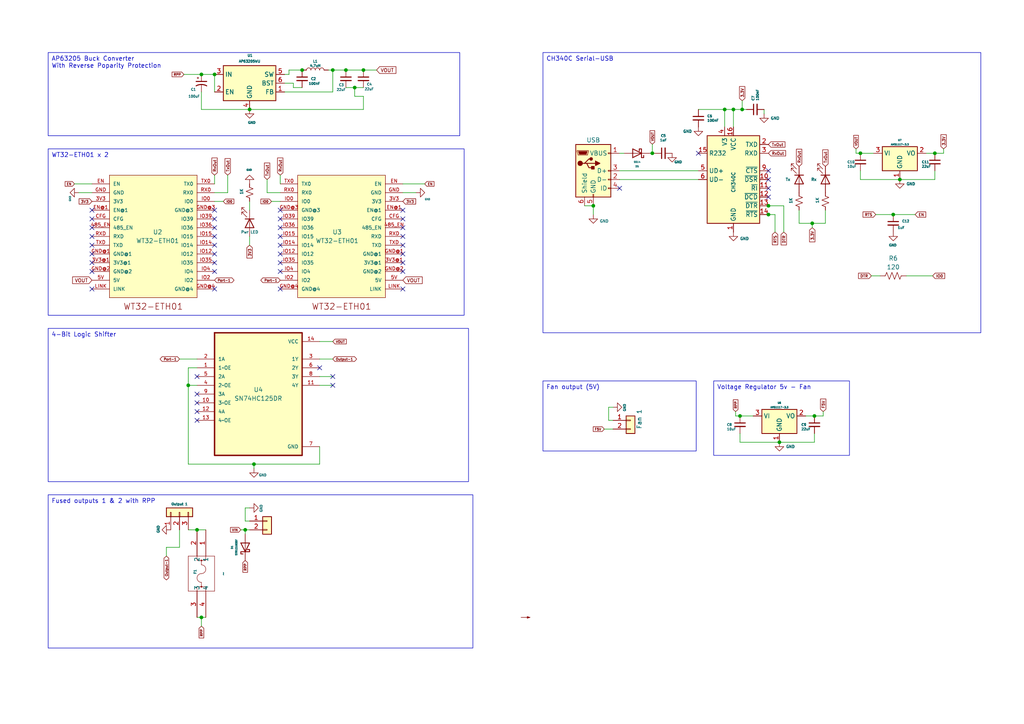
<source format=kicad_sch>
(kicad_sch (version 20230121) (generator eeschema)

  (uuid 02a5f671-3920-440a-b816-d8195eeda907)

  (paper "A4")

  (title_block
    (title "2-Output WT32-ETH01 Combination Board")
    (date "2023-10-20")
    (rev "1")
    (company "Creative xLights")
  )

  (lib_symbols
    (symbol "Connector:USB_B_Micro" (pin_names (offset 1.016)) (in_bom yes) (on_board yes)
      (property "Reference" "J" (at -5.08 11.43 0)
        (effects (font (size 1.27 1.27)) (justify left))
      )
      (property "Value" "USB_B_Micro" (at -5.08 8.89 0)
        (effects (font (size 1.27 1.27)) (justify left))
      )
      (property "Footprint" "" (at 3.81 -1.27 0)
        (effects (font (size 1.27 1.27)) hide)
      )
      (property "Datasheet" "~" (at 3.81 -1.27 0)
        (effects (font (size 1.27 1.27)) hide)
      )
      (property "ki_keywords" "connector USB micro" (at 0 0 0)
        (effects (font (size 1.27 1.27)) hide)
      )
      (property "ki_description" "USB Micro Type B connector" (at 0 0 0)
        (effects (font (size 1.27 1.27)) hide)
      )
      (property "ki_fp_filters" "USB*" (at 0 0 0)
        (effects (font (size 1.27 1.27)) hide)
      )
      (symbol "USB_B_Micro_0_1"
        (rectangle (start -5.08 -7.62) (end 5.08 7.62)
          (stroke (width 0.254) (type default))
          (fill (type background))
        )
        (circle (center -3.81 2.159) (radius 0.635)
          (stroke (width 0.254) (type default))
          (fill (type outline))
        )
        (circle (center -0.635 3.429) (radius 0.381)
          (stroke (width 0.254) (type default))
          (fill (type outline))
        )
        (rectangle (start -0.127 -7.62) (end 0.127 -6.858)
          (stroke (width 0) (type default))
          (fill (type none))
        )
        (polyline
          (pts
            (xy -1.905 2.159)
            (xy 0.635 2.159)
          )
          (stroke (width 0.254) (type default))
          (fill (type none))
        )
        (polyline
          (pts
            (xy -3.175 2.159)
            (xy -2.54 2.159)
            (xy -1.27 3.429)
            (xy -0.635 3.429)
          )
          (stroke (width 0.254) (type default))
          (fill (type none))
        )
        (polyline
          (pts
            (xy -2.54 2.159)
            (xy -1.905 2.159)
            (xy -1.27 0.889)
            (xy 0 0.889)
          )
          (stroke (width 0.254) (type default))
          (fill (type none))
        )
        (polyline
          (pts
            (xy 0.635 2.794)
            (xy 0.635 1.524)
            (xy 1.905 2.159)
            (xy 0.635 2.794)
          )
          (stroke (width 0.254) (type default))
          (fill (type outline))
        )
        (polyline
          (pts
            (xy -4.318 5.588)
            (xy -1.778 5.588)
            (xy -2.032 4.826)
            (xy -4.064 4.826)
            (xy -4.318 5.588)
          )
          (stroke (width 0) (type default))
          (fill (type outline))
        )
        (polyline
          (pts
            (xy -4.699 5.842)
            (xy -4.699 5.588)
            (xy -4.445 4.826)
            (xy -4.445 4.572)
            (xy -1.651 4.572)
            (xy -1.651 4.826)
            (xy -1.397 5.588)
            (xy -1.397 5.842)
            (xy -4.699 5.842)
          )
          (stroke (width 0) (type default))
          (fill (type none))
        )
        (rectangle (start 0.254 1.27) (end -0.508 0.508)
          (stroke (width 0.254) (type default))
          (fill (type outline))
        )
        (rectangle (start 5.08 -5.207) (end 4.318 -4.953)
          (stroke (width 0) (type default))
          (fill (type none))
        )
        (rectangle (start 5.08 -2.667) (end 4.318 -2.413)
          (stroke (width 0) (type default))
          (fill (type none))
        )
        (rectangle (start 5.08 -0.127) (end 4.318 0.127)
          (stroke (width 0) (type default))
          (fill (type none))
        )
        (rectangle (start 5.08 4.953) (end 4.318 5.207)
          (stroke (width 0) (type default))
          (fill (type none))
        )
      )
      (symbol "USB_B_Micro_1_1"
        (pin power_out line (at 7.62 5.08 180) (length 2.54)
          (name "VBUS" (effects (font (size 1.27 1.27))))
          (number "1" (effects (font (size 1.27 1.27))))
        )
        (pin bidirectional line (at 7.62 -2.54 180) (length 2.54)
          (name "D-" (effects (font (size 1.27 1.27))))
          (number "2" (effects (font (size 1.27 1.27))))
        )
        (pin bidirectional line (at 7.62 0 180) (length 2.54)
          (name "D+" (effects (font (size 1.27 1.27))))
          (number "3" (effects (font (size 1.27 1.27))))
        )
        (pin passive line (at 7.62 -5.08 180) (length 2.54)
          (name "ID" (effects (font (size 1.27 1.27))))
          (number "4" (effects (font (size 1.27 1.27))))
        )
        (pin power_out line (at 0 -10.16 90) (length 2.54)
          (name "GND" (effects (font (size 1.27 1.27))))
          (number "5" (effects (font (size 1.27 1.27))))
        )
        (pin passive line (at -2.54 -10.16 90) (length 2.54)
          (name "Shield" (effects (font (size 1.27 1.27))))
          (number "6" (effects (font (size 1.27 1.27))))
        )
      )
    )
    (symbol "Connector_Generic:Conn_01x02" (pin_names (offset 1.016) hide) (in_bom yes) (on_board yes)
      (property "Reference" "J" (at 0 2.54 0)
        (effects (font (size 1.27 1.27)))
      )
      (property "Value" "Conn_01x02" (at 0 -5.08 0)
        (effects (font (size 1.27 1.27)))
      )
      (property "Footprint" "" (at 0 0 0)
        (effects (font (size 1.27 1.27)) hide)
      )
      (property "Datasheet" "~" (at 0 0 0)
        (effects (font (size 1.27 1.27)) hide)
      )
      (property "ki_keywords" "connector" (at 0 0 0)
        (effects (font (size 1.27 1.27)) hide)
      )
      (property "ki_description" "Generic connector, single row, 01x02, script generated (kicad-library-utils/schlib/autogen/connector/)" (at 0 0 0)
        (effects (font (size 1.27 1.27)) hide)
      )
      (property "ki_fp_filters" "Connector*:*_1x??_*" (at 0 0 0)
        (effects (font (size 1.27 1.27)) hide)
      )
      (symbol "Conn_01x02_1_1"
        (rectangle (start -1.27 -2.413) (end 0 -2.667)
          (stroke (width 0.1524) (type default))
          (fill (type none))
        )
        (rectangle (start -1.27 0.127) (end 0 -0.127)
          (stroke (width 0.1524) (type default))
          (fill (type none))
        )
        (rectangle (start -1.27 1.27) (end 1.27 -3.81)
          (stroke (width 0.254) (type default))
          (fill (type background))
        )
        (pin passive line (at -5.08 0 0) (length 3.81)
          (name "Pin_1" (effects (font (size 1.27 1.27))))
          (number "1" (effects (font (size 1.27 1.27))))
        )
        (pin passive line (at -5.08 -2.54 0) (length 3.81)
          (name "Pin_2" (effects (font (size 1.27 1.27))))
          (number "2" (effects (font (size 1.27 1.27))))
        )
      )
    )
    (symbol "Connector_Generic:Conn_01x03" (pin_names (offset 1.016) hide) (in_bom yes) (on_board yes)
      (property "Reference" "J" (at 0 5.08 0)
        (effects (font (size 1.27 1.27)))
      )
      (property "Value" "Conn_01x03" (at 0 -5.08 0)
        (effects (font (size 1.27 1.27)))
      )
      (property "Footprint" "" (at 0 0 0)
        (effects (font (size 1.27 1.27)) hide)
      )
      (property "Datasheet" "~" (at 0 0 0)
        (effects (font (size 1.27 1.27)) hide)
      )
      (property "ki_keywords" "connector" (at 0 0 0)
        (effects (font (size 1.27 1.27)) hide)
      )
      (property "ki_description" "Generic connector, single row, 01x03, script generated (kicad-library-utils/schlib/autogen/connector/)" (at 0 0 0)
        (effects (font (size 1.27 1.27)) hide)
      )
      (property "ki_fp_filters" "Connector*:*_1x??_*" (at 0 0 0)
        (effects (font (size 1.27 1.27)) hide)
      )
      (symbol "Conn_01x03_1_1"
        (rectangle (start -1.27 -2.413) (end 0 -2.667)
          (stroke (width 0.1524) (type default))
          (fill (type none))
        )
        (rectangle (start -1.27 0.127) (end 0 -0.127)
          (stroke (width 0.1524) (type default))
          (fill (type none))
        )
        (rectangle (start -1.27 2.667) (end 0 2.413)
          (stroke (width 0.1524) (type default))
          (fill (type none))
        )
        (rectangle (start -1.27 3.81) (end 1.27 -3.81)
          (stroke (width 0.254) (type default))
          (fill (type background))
        )
        (pin passive line (at -5.08 2.54 0) (length 3.81)
          (name "Pin_1" (effects (font (size 1.27 1.27))))
          (number "1" (effects (font (size 1.27 1.27))))
        )
        (pin passive line (at -5.08 0 0) (length 3.81)
          (name "Pin_2" (effects (font (size 1.27 1.27))))
          (number "2" (effects (font (size 1.27 1.27))))
        )
        (pin passive line (at -5.08 -2.54 0) (length 3.81)
          (name "Pin_3" (effects (font (size 1.27 1.27))))
          (number "3" (effects (font (size 1.27 1.27))))
        )
      )
    )
    (symbol "Device:C_Polarized_Small_US" (pin_numbers hide) (pin_names (offset 0.254) hide) (in_bom yes) (on_board yes)
      (property "Reference" "C" (at 0.254 1.778 0)
        (effects (font (size 1.27 1.27)) (justify left))
      )
      (property "Value" "C_Polarized_Small_US" (at 0.254 -2.032 0)
        (effects (font (size 1.27 1.27)) (justify left))
      )
      (property "Footprint" "" (at 0 0 0)
        (effects (font (size 1.27 1.27)) hide)
      )
      (property "Datasheet" "~" (at 0 0 0)
        (effects (font (size 1.27 1.27)) hide)
      )
      (property "ki_keywords" "cap capacitor" (at 0 0 0)
        (effects (font (size 1.27 1.27)) hide)
      )
      (property "ki_description" "Polarized capacitor, small US symbol" (at 0 0 0)
        (effects (font (size 1.27 1.27)) hide)
      )
      (property "ki_fp_filters" "CP_*" (at 0 0 0)
        (effects (font (size 1.27 1.27)) hide)
      )
      (symbol "C_Polarized_Small_US_0_1"
        (polyline
          (pts
            (xy -1.524 0.508)
            (xy 1.524 0.508)
          )
          (stroke (width 0.3048) (type default))
          (fill (type none))
        )
        (polyline
          (pts
            (xy -1.27 1.524)
            (xy -0.762 1.524)
          )
          (stroke (width 0) (type default))
          (fill (type none))
        )
        (polyline
          (pts
            (xy -1.016 1.27)
            (xy -1.016 1.778)
          )
          (stroke (width 0) (type default))
          (fill (type none))
        )
        (arc (start 1.524 -0.762) (mid 0 -0.3734) (end -1.524 -0.762)
          (stroke (width 0.3048) (type default))
          (fill (type none))
        )
      )
      (symbol "C_Polarized_Small_US_1_1"
        (pin passive line (at 0 2.54 270) (length 2.032)
          (name "~" (effects (font (size 1.27 1.27))))
          (number "1" (effects (font (size 1.27 1.27))))
        )
        (pin passive line (at 0 -2.54 90) (length 2.032)
          (name "~" (effects (font (size 1.27 1.27))))
          (number "2" (effects (font (size 1.27 1.27))))
        )
      )
    )
    (symbol "Device:C_Small" (pin_numbers hide) (pin_names (offset 0.254) hide) (in_bom yes) (on_board yes)
      (property "Reference" "C" (at 0.254 1.778 0)
        (effects (font (size 1.27 1.27)) (justify left))
      )
      (property "Value" "C_Small" (at 0.254 -2.032 0)
        (effects (font (size 1.27 1.27)) (justify left))
      )
      (property "Footprint" "" (at 0 0 0)
        (effects (font (size 1.27 1.27)) hide)
      )
      (property "Datasheet" "~" (at 0 0 0)
        (effects (font (size 1.27 1.27)) hide)
      )
      (property "ki_keywords" "capacitor cap" (at 0 0 0)
        (effects (font (size 1.27 1.27)) hide)
      )
      (property "ki_description" "Unpolarized capacitor, small symbol" (at 0 0 0)
        (effects (font (size 1.27 1.27)) hide)
      )
      (property "ki_fp_filters" "C_*" (at 0 0 0)
        (effects (font (size 1.27 1.27)) hide)
      )
      (symbol "C_Small_0_1"
        (polyline
          (pts
            (xy -1.524 -0.508)
            (xy 1.524 -0.508)
          )
          (stroke (width 0.3302) (type default))
          (fill (type none))
        )
        (polyline
          (pts
            (xy -1.524 0.508)
            (xy 1.524 0.508)
          )
          (stroke (width 0.3048) (type default))
          (fill (type none))
        )
      )
      (symbol "C_Small_1_1"
        (pin passive line (at 0 2.54 270) (length 2.032)
          (name "~" (effects (font (size 1.27 1.27))))
          (number "1" (effects (font (size 1.27 1.27))))
        )
        (pin passive line (at 0 -2.54 90) (length 2.032)
          (name "~" (effects (font (size 1.27 1.27))))
          (number "2" (effects (font (size 1.27 1.27))))
        )
      )
    )
    (symbol "Device:L" (pin_numbers hide) (pin_names (offset 1.016) hide) (in_bom yes) (on_board yes)
      (property "Reference" "L" (at -1.27 0 90)
        (effects (font (size 1.27 1.27)))
      )
      (property "Value" "L" (at 1.905 0 90)
        (effects (font (size 1.27 1.27)))
      )
      (property "Footprint" "" (at 0 0 0)
        (effects (font (size 1.27 1.27)) hide)
      )
      (property "Datasheet" "~" (at 0 0 0)
        (effects (font (size 1.27 1.27)) hide)
      )
      (property "ki_keywords" "inductor choke coil reactor magnetic" (at 0 0 0)
        (effects (font (size 1.27 1.27)) hide)
      )
      (property "ki_description" "Inductor" (at 0 0 0)
        (effects (font (size 1.27 1.27)) hide)
      )
      (property "ki_fp_filters" "Choke_* *Coil* Inductor_* L_*" (at 0 0 0)
        (effects (font (size 1.27 1.27)) hide)
      )
      (symbol "L_0_1"
        (arc (start 0 -2.54) (mid 0.6323 -1.905) (end 0 -1.27)
          (stroke (width 0) (type default))
          (fill (type none))
        )
        (arc (start 0 -1.27) (mid 0.6323 -0.635) (end 0 0)
          (stroke (width 0) (type default))
          (fill (type none))
        )
        (arc (start 0 0) (mid 0.6323 0.635) (end 0 1.27)
          (stroke (width 0) (type default))
          (fill (type none))
        )
        (arc (start 0 1.27) (mid 0.6323 1.905) (end 0 2.54)
          (stroke (width 0) (type default))
          (fill (type none))
        )
      )
      (symbol "L_1_1"
        (pin passive line (at 0 3.81 270) (length 1.27)
          (name "1" (effects (font (size 1.27 1.27))))
          (number "1" (effects (font (size 1.27 1.27))))
        )
        (pin passive line (at 0 -3.81 90) (length 1.27)
          (name "2" (effects (font (size 1.27 1.27))))
          (number "2" (effects (font (size 1.27 1.27))))
        )
      )
    )
    (symbol "Device:LED" (pin_numbers hide) (pin_names (offset 1.016) hide) (in_bom yes) (on_board yes)
      (property "Reference" "D" (at 0 2.54 0)
        (effects (font (size 1.27 1.27)))
      )
      (property "Value" "LED" (at 0 -2.54 0)
        (effects (font (size 1.27 1.27)))
      )
      (property "Footprint" "" (at 0 0 0)
        (effects (font (size 1.27 1.27)) hide)
      )
      (property "Datasheet" "~" (at 0 0 0)
        (effects (font (size 1.27 1.27)) hide)
      )
      (property "ki_keywords" "LED diode" (at 0 0 0)
        (effects (font (size 1.27 1.27)) hide)
      )
      (property "ki_description" "Light emitting diode" (at 0 0 0)
        (effects (font (size 1.27 1.27)) hide)
      )
      (property "ki_fp_filters" "LED* LED_SMD:* LED_THT:*" (at 0 0 0)
        (effects (font (size 1.27 1.27)) hide)
      )
      (symbol "LED_0_1"
        (polyline
          (pts
            (xy -1.27 -1.27)
            (xy -1.27 1.27)
          )
          (stroke (width 0.254) (type default))
          (fill (type none))
        )
        (polyline
          (pts
            (xy -1.27 0)
            (xy 1.27 0)
          )
          (stroke (width 0) (type default))
          (fill (type none))
        )
        (polyline
          (pts
            (xy 1.27 -1.27)
            (xy 1.27 1.27)
            (xy -1.27 0)
            (xy 1.27 -1.27)
          )
          (stroke (width 0.254) (type default))
          (fill (type none))
        )
        (polyline
          (pts
            (xy -3.048 -0.762)
            (xy -4.572 -2.286)
            (xy -3.81 -2.286)
            (xy -4.572 -2.286)
            (xy -4.572 -1.524)
          )
          (stroke (width 0) (type default))
          (fill (type none))
        )
        (polyline
          (pts
            (xy -1.778 -0.762)
            (xy -3.302 -2.286)
            (xy -2.54 -2.286)
            (xy -3.302 -2.286)
            (xy -3.302 -1.524)
          )
          (stroke (width 0) (type default))
          (fill (type none))
        )
      )
      (symbol "LED_1_1"
        (pin passive line (at -3.81 0 0) (length 2.54)
          (name "K" (effects (font (size 1.27 1.27))))
          (number "1" (effects (font (size 1.27 1.27))))
        )
        (pin passive line (at 3.81 0 180) (length 2.54)
          (name "A" (effects (font (size 1.27 1.27))))
          (number "2" (effects (font (size 1.27 1.27))))
        )
      )
    )
    (symbol "Device:R_Small_US" (pin_numbers hide) (pin_names (offset 0.254) hide) (in_bom yes) (on_board yes)
      (property "Reference" "R" (at 0.762 0.508 0)
        (effects (font (size 1.27 1.27)) (justify left))
      )
      (property "Value" "R_Small_US" (at 0.762 -1.016 0)
        (effects (font (size 1.27 1.27)) (justify left))
      )
      (property "Footprint" "" (at 0 0 0)
        (effects (font (size 1.27 1.27)) hide)
      )
      (property "Datasheet" "~" (at 0 0 0)
        (effects (font (size 1.27 1.27)) hide)
      )
      (property "ki_keywords" "r resistor" (at 0 0 0)
        (effects (font (size 1.27 1.27)) hide)
      )
      (property "ki_description" "Resistor, small US symbol" (at 0 0 0)
        (effects (font (size 1.27 1.27)) hide)
      )
      (property "ki_fp_filters" "R_*" (at 0 0 0)
        (effects (font (size 1.27 1.27)) hide)
      )
      (symbol "R_Small_US_1_1"
        (polyline
          (pts
            (xy 0 0)
            (xy 1.016 -0.381)
            (xy 0 -0.762)
            (xy -1.016 -1.143)
            (xy 0 -1.524)
          )
          (stroke (width 0) (type default))
          (fill (type none))
        )
        (polyline
          (pts
            (xy 0 1.524)
            (xy 1.016 1.143)
            (xy 0 0.762)
            (xy -1.016 0.381)
            (xy 0 0)
          )
          (stroke (width 0) (type default))
          (fill (type none))
        )
        (pin passive line (at 0 2.54 270) (length 1.016)
          (name "~" (effects (font (size 1.27 1.27))))
          (number "1" (effects (font (size 1.27 1.27))))
        )
        (pin passive line (at 0 -2.54 90) (length 1.016)
          (name "~" (effects (font (size 1.27 1.27))))
          (number "2" (effects (font (size 1.27 1.27))))
        )
      )
    )
    (symbol "Device:R_US" (pin_numbers hide) (pin_names (offset 0)) (in_bom yes) (on_board yes)
      (property "Reference" "R" (at 2.54 0 90)
        (effects (font (size 1.27 1.27)))
      )
      (property "Value" "R_US" (at -2.54 0 90)
        (effects (font (size 1.27 1.27)))
      )
      (property "Footprint" "" (at 1.016 -0.254 90)
        (effects (font (size 1.27 1.27)) hide)
      )
      (property "Datasheet" "~" (at 0 0 0)
        (effects (font (size 1.27 1.27)) hide)
      )
      (property "ki_keywords" "R res resistor" (at 0 0 0)
        (effects (font (size 1.27 1.27)) hide)
      )
      (property "ki_description" "Resistor, US symbol" (at 0 0 0)
        (effects (font (size 1.27 1.27)) hide)
      )
      (property "ki_fp_filters" "R_*" (at 0 0 0)
        (effects (font (size 1.27 1.27)) hide)
      )
      (symbol "R_US_0_1"
        (polyline
          (pts
            (xy 0 -2.286)
            (xy 0 -2.54)
          )
          (stroke (width 0) (type default))
          (fill (type none))
        )
        (polyline
          (pts
            (xy 0 2.286)
            (xy 0 2.54)
          )
          (stroke (width 0) (type default))
          (fill (type none))
        )
        (polyline
          (pts
            (xy 0 -0.762)
            (xy 1.016 -1.143)
            (xy 0 -1.524)
            (xy -1.016 -1.905)
            (xy 0 -2.286)
          )
          (stroke (width 0) (type default))
          (fill (type none))
        )
        (polyline
          (pts
            (xy 0 0.762)
            (xy 1.016 0.381)
            (xy 0 0)
            (xy -1.016 -0.381)
            (xy 0 -0.762)
          )
          (stroke (width 0) (type default))
          (fill (type none))
        )
        (polyline
          (pts
            (xy 0 2.286)
            (xy 1.016 1.905)
            (xy 0 1.524)
            (xy -1.016 1.143)
            (xy 0 0.762)
          )
          (stroke (width 0) (type default))
          (fill (type none))
        )
      )
      (symbol "R_US_1_1"
        (pin passive line (at 0 3.81 270) (length 1.27)
          (name "~" (effects (font (size 1.27 1.27))))
          (number "1" (effects (font (size 1.27 1.27))))
        )
        (pin passive line (at 0 -3.81 90) (length 1.27)
          (name "~" (effects (font (size 1.27 1.27))))
          (number "2" (effects (font (size 1.27 1.27))))
        )
      )
    )
    (symbol "Diode:1N5711UR" (pin_numbers hide) (pin_names (offset 1.016) hide) (in_bom yes) (on_board yes)
      (property "Reference" "D" (at 0 2.54 0)
        (effects (font (size 1.27 1.27)))
      )
      (property "Value" "1N5711UR" (at 0 -2.54 0)
        (effects (font (size 1.27 1.27)))
      )
      (property "Footprint" "Diode_SMD:D_MELF" (at 0 -4.445 0)
        (effects (font (size 1.27 1.27)) hide)
      )
      (property "Datasheet" "https://www.microsemi.com/document-portal/doc_download/131890-lds-0040-1-datasheet" (at 0 0 0)
        (effects (font (size 1.27 1.27)) hide)
      )
      (property "ki_keywords" "diode Schottky" (at 0 0 0)
        (effects (font (size 1.27 1.27)) hide)
      )
      (property "ki_description" "70V 33mA Schottky diode, MELF(DO-213AA)" (at 0 0 0)
        (effects (font (size 1.27 1.27)) hide)
      )
      (property "ki_fp_filters" "D?MELF*" (at 0 0 0)
        (effects (font (size 1.27 1.27)) hide)
      )
      (symbol "1N5711UR_0_1"
        (polyline
          (pts
            (xy 1.27 0)
            (xy -1.27 0)
          )
          (stroke (width 0) (type default))
          (fill (type none))
        )
        (polyline
          (pts
            (xy 1.27 1.27)
            (xy 1.27 -1.27)
            (xy -1.27 0)
            (xy 1.27 1.27)
          )
          (stroke (width 0.254) (type default))
          (fill (type none))
        )
        (polyline
          (pts
            (xy -1.905 0.635)
            (xy -1.905 1.27)
            (xy -1.27 1.27)
            (xy -1.27 -1.27)
            (xy -0.635 -1.27)
            (xy -0.635 -0.635)
          )
          (stroke (width 0.254) (type default))
          (fill (type none))
        )
      )
      (symbol "1N5711UR_1_1"
        (pin passive line (at -3.81 0 0) (length 2.54)
          (name "K" (effects (font (size 1.27 1.27))))
          (number "1" (effects (font (size 1.27 1.27))))
        )
        (pin passive line (at 3.81 0 180) (length 2.54)
          (name "A" (effects (font (size 1.27 1.27))))
          (number "2" (effects (font (size 1.27 1.27))))
        )
      )
    )
    (symbol "Graphic:SYM_Arrow_Tiny" (in_bom no) (on_board no)
      (property "Reference" "#SYM" (at 0 1.524 0)
        (effects (font (size 1.27 1.27)) hide)
      )
      (property "Value" "SYM_Arrow_Tiny" (at 0.254 -1.27 0)
        (effects (font (size 1.27 1.27)) hide)
      )
      (property "Footprint" "" (at 0 0 0)
        (effects (font (size 1.27 1.27)) hide)
      )
      (property "Datasheet" "~" (at 0 0 0)
        (effects (font (size 1.27 1.27)) hide)
      )
      (property "Sim.Enable" "0" (at 0 0 0)
        (effects (font (size 1.27 1.27)) hide)
      )
      (property "ki_keywords" "symbol arrow" (at 0 0 0)
        (effects (font (size 1.27 1.27)) hide)
      )
      (property "ki_description" "Filled arrow, 100mil" (at 0 0 0)
        (effects (font (size 1.27 1.27)) hide)
      )
      (symbol "SYM_Arrow_Tiny_0_1"
        (polyline
          (pts
            (xy 1.27 0)
            (xy -1.27 0)
          )
          (stroke (width 0) (type default))
          (fill (type none))
        )
        (polyline
          (pts
            (xy 1.27 0)
            (xy 0.508 -0.254)
            (xy 0.508 0.254)
            (xy 1.27 0)
          )
          (stroke (width 0) (type default))
          (fill (type outline))
        )
      )
    )
    (symbol "Interface_USB:CH340C" (in_bom yes) (on_board yes)
      (property "Reference" "U" (at -5.08 13.97 0)
        (effects (font (size 1.27 1.27)) (justify right))
      )
      (property "Value" "CH340C" (at 1.27 13.97 0)
        (effects (font (size 1.27 1.27)) (justify left))
      )
      (property "Footprint" "Package_SO:SOIC-16_3.9x9.9mm_P1.27mm" (at 1.27 -13.97 0)
        (effects (font (size 1.27 1.27)) (justify left) hide)
      )
      (property "Datasheet" "https://datasheet.lcsc.com/szlcsc/Jiangsu-Qin-Heng-CH340C_C84681.pdf" (at -8.89 20.32 0)
        (effects (font (size 1.27 1.27)) hide)
      )
      (property "ki_keywords" "USB UART Serial Converter Interface" (at 0 0 0)
        (effects (font (size 1.27 1.27)) hide)
      )
      (property "ki_description" "USB serial converter, UART, SOIC-16" (at 0 0 0)
        (effects (font (size 1.27 1.27)) hide)
      )
      (property "ki_fp_filters" "SOIC*3.9x9.9mm*P1.27mm*" (at 0 0 0)
        (effects (font (size 1.27 1.27)) hide)
      )
      (symbol "CH340C_0_1"
        (rectangle (start -7.62 12.7) (end 7.62 -12.7)
          (stroke (width 0.254) (type default))
          (fill (type background))
        )
      )
      (symbol "CH340C_1_1"
        (pin power_in line (at 0 -15.24 90) (length 2.54)
          (name "GND" (effects (font (size 1.27 1.27))))
          (number "1" (effects (font (size 1.27 1.27))))
        )
        (pin input line (at 10.16 0 180) (length 2.54)
          (name "~{DSR}" (effects (font (size 1.27 1.27))))
          (number "10" (effects (font (size 1.27 1.27))))
        )
        (pin input line (at 10.16 -2.54 180) (length 2.54)
          (name "~{RI}" (effects (font (size 1.27 1.27))))
          (number "11" (effects (font (size 1.27 1.27))))
        )
        (pin input line (at 10.16 -5.08 180) (length 2.54)
          (name "~{DCD}" (effects (font (size 1.27 1.27))))
          (number "12" (effects (font (size 1.27 1.27))))
        )
        (pin output line (at 10.16 -7.62 180) (length 2.54)
          (name "~{DTR}" (effects (font (size 1.27 1.27))))
          (number "13" (effects (font (size 1.27 1.27))))
        )
        (pin output line (at 10.16 -10.16 180) (length 2.54)
          (name "~{RTS}" (effects (font (size 1.27 1.27))))
          (number "14" (effects (font (size 1.27 1.27))))
        )
        (pin input line (at -10.16 7.62 0) (length 2.54)
          (name "R232" (effects (font (size 1.27 1.27))))
          (number "15" (effects (font (size 1.27 1.27))))
        )
        (pin power_in line (at 0 15.24 270) (length 2.54)
          (name "VCC" (effects (font (size 1.27 1.27))))
          (number "16" (effects (font (size 1.27 1.27))))
        )
        (pin output line (at 10.16 10.16 180) (length 2.54)
          (name "TXD" (effects (font (size 1.27 1.27))))
          (number "2" (effects (font (size 1.27 1.27))))
        )
        (pin input line (at 10.16 7.62 180) (length 2.54)
          (name "RXD" (effects (font (size 1.27 1.27))))
          (number "3" (effects (font (size 1.27 1.27))))
        )
        (pin passive line (at -2.54 15.24 270) (length 2.54)
          (name "V3" (effects (font (size 1.27 1.27))))
          (number "4" (effects (font (size 1.27 1.27))))
        )
        (pin bidirectional line (at -10.16 2.54 0) (length 2.54)
          (name "UD+" (effects (font (size 1.27 1.27))))
          (number "5" (effects (font (size 1.27 1.27))))
        )
        (pin bidirectional line (at -10.16 0 0) (length 2.54)
          (name "UD-" (effects (font (size 1.27 1.27))))
          (number "6" (effects (font (size 1.27 1.27))))
        )
        (pin no_connect line (at -7.62 -7.62 0) (length 2.54) hide
          (name "NC" (effects (font (size 1.27 1.27))))
          (number "7" (effects (font (size 1.27 1.27))))
        )
        (pin no_connect line (at -7.62 -10.16 0) (length 2.54) hide
          (name "NC" (effects (font (size 1.27 1.27))))
          (number "8" (effects (font (size 1.27 1.27))))
        )
        (pin input line (at 10.16 2.54 180) (length 2.54)
          (name "~{CTS}" (effects (font (size 1.27 1.27))))
          (number "9" (effects (font (size 1.27 1.27))))
        )
      )
    )
    (symbol "Regulator_Linear:AMS1117-3.3" (in_bom yes) (on_board yes)
      (property "Reference" "U" (at -3.81 3.175 0)
        (effects (font (size 1.27 1.27)))
      )
      (property "Value" "AMS1117-3.3" (at 0 3.175 0)
        (effects (font (size 1.27 1.27)) (justify left))
      )
      (property "Footprint" "Package_TO_SOT_SMD:SOT-223-3_TabPin2" (at 0 5.08 0)
        (effects (font (size 1.27 1.27)) hide)
      )
      (property "Datasheet" "http://www.advanced-monolithic.com/pdf/ds1117.pdf" (at 2.54 -6.35 0)
        (effects (font (size 1.27 1.27)) hide)
      )
      (property "ki_keywords" "linear regulator ldo fixed positive" (at 0 0 0)
        (effects (font (size 1.27 1.27)) hide)
      )
      (property "ki_description" "1A Low Dropout regulator, positive, 3.3V fixed output, SOT-223" (at 0 0 0)
        (effects (font (size 1.27 1.27)) hide)
      )
      (property "ki_fp_filters" "SOT?223*TabPin2*" (at 0 0 0)
        (effects (font (size 1.27 1.27)) hide)
      )
      (symbol "AMS1117-3.3_0_1"
        (rectangle (start -5.08 -5.08) (end 5.08 1.905)
          (stroke (width 0.254) (type default))
          (fill (type background))
        )
      )
      (symbol "AMS1117-3.3_1_1"
        (pin power_in line (at 0 -7.62 90) (length 2.54)
          (name "GND" (effects (font (size 1.27 1.27))))
          (number "1" (effects (font (size 1.27 1.27))))
        )
        (pin power_out line (at 7.62 0 180) (length 2.54)
          (name "VO" (effects (font (size 1.27 1.27))))
          (number "2" (effects (font (size 1.27 1.27))))
        )
        (pin power_in line (at -7.62 0 0) (length 2.54)
          (name "VI" (effects (font (size 1.27 1.27))))
          (number "3" (effects (font (size 1.27 1.27))))
        )
      )
    )
    (symbol "Regulator_Switching:AP63205WU" (in_bom yes) (on_board yes)
      (property "Reference" "U" (at -7.62 6.35 0)
        (effects (font (size 1.27 1.27)))
      )
      (property "Value" "AP63205WU" (at 2.54 6.35 0)
        (effects (font (size 1.27 1.27)))
      )
      (property "Footprint" "Package_TO_SOT_SMD:TSOT-23-6" (at 0 -22.86 0)
        (effects (font (size 1.27 1.27)) hide)
      )
      (property "Datasheet" "https://www.diodes.com/assets/Datasheets/AP63200-AP63201-AP63203-AP63205.pdf" (at 0 0 0)
        (effects (font (size 1.27 1.27)) hide)
      )
      (property "ki_keywords" "2A Buck DC/DC" (at 0 0 0)
        (effects (font (size 1.27 1.27)) hide)
      )
      (property "ki_description" "2A, 1.1MHz Buck DC/DC Converter, fixed 5.0V output voltage, TSOT-23-6" (at 0 0 0)
        (effects (font (size 1.27 1.27)) hide)
      )
      (property "ki_fp_filters" "TSOT?23*" (at 0 0 0)
        (effects (font (size 1.27 1.27)) hide)
      )
      (symbol "AP63205WU_0_1"
        (rectangle (start -7.62 5.08) (end 7.62 -5.08)
          (stroke (width 0.254) (type default))
          (fill (type background))
        )
      )
      (symbol "AP63205WU_1_1"
        (pin input line (at 10.16 -2.54 180) (length 2.54)
          (name "FB" (effects (font (size 1.27 1.27))))
          (number "1" (effects (font (size 1.27 1.27))))
        )
        (pin input line (at -10.16 -2.54 0) (length 2.54)
          (name "EN" (effects (font (size 1.27 1.27))))
          (number "2" (effects (font (size 1.27 1.27))))
        )
        (pin power_in line (at -10.16 2.54 0) (length 2.54)
          (name "IN" (effects (font (size 1.27 1.27))))
          (number "3" (effects (font (size 1.27 1.27))))
        )
        (pin power_in line (at 0 -7.62 90) (length 2.54)
          (name "GND" (effects (font (size 1.27 1.27))))
          (number "4" (effects (font (size 1.27 1.27))))
        )
        (pin output line (at 10.16 2.54 180) (length 2.54)
          (name "SW" (effects (font (size 1.27 1.27))))
          (number "5" (effects (font (size 1.27 1.27))))
        )
        (pin passive line (at 10.16 0 180) (length 2.54)
          (name "BST" (effects (font (size 1.27 1.27))))
          (number "6" (effects (font (size 1.27 1.27))))
        )
      )
    )
    (symbol "SN74HC125DR:SN74HC125DR" (pin_names (offset 1.016)) (in_bom yes) (on_board yes)
      (property "Reference" "U" (at -12.7 18.78 0)
        (effects (font (size 1.27 1.27)) (justify left bottom))
      )
      (property "Value" "SN74HC125DR" (at -12.7 -21.78 0)
        (effects (font (size 1.27 1.27)) (justify left bottom))
      )
      (property "Footprint" "SN74HC125DR:SOIC127P600X175-14N" (at 0 0 0)
        (effects (font (size 1.27 1.27)) (justify bottom) hide)
      )
      (property "Datasheet" "" (at 0 0 0)
        (effects (font (size 1.27 1.27)) hide)
      )
      (property "MF" "Texas Instruments" (at 0 0 0)
        (effects (font (size 1.27 1.27)) (justify bottom) hide)
      )
      (property "Description" "\n4-ch, 2-V to 6-V buffers with 3-state outputs\n" (at 0 0 0)
        (effects (font (size 1.27 1.27)) (justify bottom) hide)
      )
      (property "Package" "SOIC-14 Texas Instruments" (at 0 0 0)
        (effects (font (size 1.27 1.27)) (justify bottom) hide)
      )
      (property "Price" "None" (at 0 0 0)
        (effects (font (size 1.27 1.27)) (justify bottom) hide)
      )
      (property "SnapEDA_Link" "https://www.snapeda.com/parts/SN74HC125DR/Texas+Instruments/view-part/?ref=snap" (at 0 0 0)
        (effects (font (size 1.27 1.27)) (justify bottom) hide)
      )
      (property "MP" "SN74HC125DR" (at 0 0 0)
        (effects (font (size 1.27 1.27)) (justify bottom) hide)
      )
      (property "Purchase-URL" "https://www.snapeda.com/api/url_track_click_mouser/?unipart_id=361930&manufacturer=Texas Instruments&part_name=SN74HC125DR&search_term=sn74hc125" (at 0 0 0)
        (effects (font (size 1.27 1.27)) (justify bottom) hide)
      )
      (property "Availability" "In Stock" (at 0 0 0)
        (effects (font (size 1.27 1.27)) (justify bottom) hide)
      )
      (property "Check_prices" "https://www.snapeda.com/parts/SN74HC125DR/Texas+Instruments/view-part/?ref=eda" (at 0 0 0)
        (effects (font (size 1.27 1.27)) (justify bottom) hide)
      )
      (symbol "SN74HC125DR_0_0"
        (rectangle (start -12.7 -17.78) (end 12.7 17.78)
          (stroke (width 0.41) (type default))
          (fill (type background))
        )
        (pin input line (at -17.78 7.62 0) (length 5.08)
          (name "1~OE" (effects (font (size 1.016 1.016))))
          (number "1" (effects (font (size 1.016 1.016))))
        )
        (pin input line (at -17.78 -2.54 0) (length 5.08)
          (name "3~OE" (effects (font (size 1.016 1.016))))
          (number "10" (effects (font (size 1.016 1.016))))
        )
        (pin output line (at 17.78 2.54 180) (length 5.08)
          (name "4Y" (effects (font (size 1.016 1.016))))
          (number "11" (effects (font (size 1.016 1.016))))
        )
        (pin input line (at -17.78 -5.08 0) (length 5.08)
          (name "4A" (effects (font (size 1.016 1.016))))
          (number "12" (effects (font (size 1.016 1.016))))
        )
        (pin input line (at -17.78 -7.62 0) (length 5.08)
          (name "4~OE" (effects (font (size 1.016 1.016))))
          (number "13" (effects (font (size 1.016 1.016))))
        )
        (pin power_in line (at 17.78 15.24 180) (length 5.08)
          (name "VCC" (effects (font (size 1.016 1.016))))
          (number "14" (effects (font (size 1.016 1.016))))
        )
        (pin input line (at -17.78 10.16 0) (length 5.08)
          (name "1A" (effects (font (size 1.016 1.016))))
          (number "2" (effects (font (size 1.016 1.016))))
        )
        (pin output line (at 17.78 10.16 180) (length 5.08)
          (name "1Y" (effects (font (size 1.016 1.016))))
          (number "3" (effects (font (size 1.016 1.016))))
        )
        (pin input line (at -17.78 2.54 0) (length 5.08)
          (name "2~OE" (effects (font (size 1.016 1.016))))
          (number "4" (effects (font (size 1.016 1.016))))
        )
        (pin input line (at -17.78 5.08 0) (length 5.08)
          (name "2A" (effects (font (size 1.016 1.016))))
          (number "5" (effects (font (size 1.016 1.016))))
        )
        (pin output line (at 17.78 7.62 180) (length 5.08)
          (name "2Y" (effects (font (size 1.016 1.016))))
          (number "6" (effects (font (size 1.016 1.016))))
        )
        (pin power_in line (at 17.78 -15.24 180) (length 5.08)
          (name "GND" (effects (font (size 1.016 1.016))))
          (number "7" (effects (font (size 1.016 1.016))))
        )
        (pin output line (at 17.78 5.08 180) (length 5.08)
          (name "3Y" (effects (font (size 1.016 1.016))))
          (number "8" (effects (font (size 1.016 1.016))))
        )
        (pin input line (at -17.78 0 0) (length 5.08)
          (name "3A" (effects (font (size 1.016 1.016))))
          (number "9" (effects (font (size 1.016 1.016))))
        )
      )
    )
    (symbol "WT32-ETH-Fuse-Symb:MCCQ-122" (pin_names (offset 0.254)) (in_bom yes) (on_board yes)
      (property "Reference" "F" (at 12.7 7.62 0)
        (effects (font (size 1.524 1.524)))
      )
      (property "Value" "MCCQ-122" (at 12.7 5.08 0)
        (effects (font (size 1.524 1.524)))
      )
      (property "Footprint" "MCCQ-122_MTC" (at 0 0 0)
        (effects (font (size 1.27 1.27) italic) hide)
      )
      (property "Datasheet" "MCCQ-122" (at 0 0 0)
        (effects (font (size 1.27 1.27) italic) hide)
      )
      (property "ki_locked" "" (at 0 0 0)
        (effects (font (size 1.27 1.27)))
      )
      (property "ki_keywords" "MCCQ-122" (at 0 0 0)
        (effects (font (size 1.27 1.27)) hide)
      )
      (property "ki_fp_filters" "MCCQ-122_MTC" (at 0 0 0)
        (effects (font (size 1.27 1.27)) hide)
      )
      (symbol "MCCQ-122_0_1"
        (polyline
          (pts
            (xy 7.62 -5.08)
            (xy 17.78 -5.08)
          )
          (stroke (width 0.127) (type default))
          (fill (type none))
        )
        (polyline
          (pts
            (xy 7.62 -2.54)
            (xy 8.89 -2.54)
          )
          (stroke (width 0.127) (type default))
          (fill (type none))
        )
        (polyline
          (pts
            (xy 7.62 0)
            (xy 8.89 0)
          )
          (stroke (width 0.127) (type default))
          (fill (type none))
        )
        (polyline
          (pts
            (xy 7.62 2.54)
            (xy 7.62 -5.08)
          )
          (stroke (width 0.127) (type default))
          (fill (type none))
        )
        (polyline
          (pts
            (xy 8.89 -1.27)
            (xy 10.16 -1.27)
          )
          (stroke (width 0.127) (type default))
          (fill (type none))
        )
        (polyline
          (pts
            (xy 8.89 0)
            (xy 8.89 -2.54)
          )
          (stroke (width 0.127) (type default))
          (fill (type none))
        )
        (polyline
          (pts
            (xy 15.24 -1.27)
            (xy 16.51 -1.27)
          )
          (stroke (width 0.127) (type default))
          (fill (type none))
        )
        (polyline
          (pts
            (xy 16.51 -2.54)
            (xy 16.51 0)
          )
          (stroke (width 0.127) (type default))
          (fill (type none))
        )
        (polyline
          (pts
            (xy 16.51 0)
            (xy 17.78 0)
          )
          (stroke (width 0.127) (type default))
          (fill (type none))
        )
        (polyline
          (pts
            (xy 17.78 -5.08)
            (xy 17.78 2.54)
          )
          (stroke (width 0.127) (type default))
          (fill (type none))
        )
        (polyline
          (pts
            (xy 17.78 -2.54)
            (xy 16.51 -2.54)
          )
          (stroke (width 0.127) (type default))
          (fill (type none))
        )
        (polyline
          (pts
            (xy 17.78 2.54)
            (xy 7.62 2.54)
          )
          (stroke (width 0.127) (type default))
          (fill (type none))
        )
        (circle (center 8.89 -1.27) (radius 0.127)
          (stroke (width 0.254) (type default))
          (fill (type none))
        )
        (arc (start 12.7 -1.27) (mid 11.43 -0.0055) (end 10.16 -1.27)
          (stroke (width 0.127) (type default))
          (fill (type none))
        )
        (arc (start 12.7 -1.27) (mid 13.97 -2.5345) (end 15.24 -1.27)
          (stroke (width 0.127) (type default))
          (fill (type none))
        )
        (circle (center 16.51 -1.27) (radius 0.127)
          (stroke (width 0.254) (type default))
          (fill (type none))
        )
        (pin unspecified line (at 0 0 0) (length 7.62)
          (name "1" (effects (font (size 1.27 1.27))))
          (number "1" (effects (font (size 1.27 1.27))))
        )
        (pin unspecified line (at 0 -2.54 0) (length 7.62)
          (name "2" (effects (font (size 1.27 1.27))))
          (number "2" (effects (font (size 1.27 1.27))))
        )
        (pin unspecified line (at 25.4 -2.54 180) (length 7.62)
          (name "3" (effects (font (size 1.27 1.27))))
          (number "3" (effects (font (size 1.27 1.27))))
        )
        (pin unspecified line (at 25.4 0 180) (length 7.62)
          (name "4" (effects (font (size 1.27 1.27))))
          (number "4" (effects (font (size 1.27 1.27))))
        )
      )
    )
    (symbol "WT32-ETH01:WT32-ETH01" (pin_names (offset 1.016)) (in_bom yes) (on_board yes)
      (property "Reference" "U" (at 0 0 0)
        (effects (font (size 1.27 1.27)) (justify bottom))
      )
      (property "Value" "WT32-ETH01" (at 0 0 0)
        (effects (font (size 1.27 1.27)) (justify bottom))
      )
      (property "Footprint" "WT32-ETH01" (at 0 0 0)
        (effects (font (size 1.27 1.27)) (justify bottom) hide)
      )
      (property "Datasheet" "" (at 0 0 0)
        (effects (font (size 1.27 1.27)) hide)
      )
      (symbol "WT32-ETH01_0_0"
        (rectangle (start -12.7 -17.78) (end 12.7 17.78)
          (stroke (width 0.1524) (type default))
          (fill (type background))
        )
        (text "WT32-ETH01" (at 0 -20.32 0)
          (effects (font (size 1.778 1.778)))
        )
        (pin bidirectional line (at -17.78 10.16 0) (length 5.08)
          (name "3V3" (effects (font (size 1.016 1.016))))
          (number "3V3" (effects (font (size 1.016 1.016))))
        )
        (pin bidirectional line (at -17.78 -7.62 0) (length 5.08)
          (name "3V3@1" (effects (font (size 1.016 1.016))))
          (number "3V3@1" (effects (font (size 1.016 1.016))))
        )
        (pin bidirectional line (at -17.78 2.54 0) (length 5.08)
          (name "485_EN" (effects (font (size 1.016 1.016))))
          (number "485_EN" (effects (font (size 1.016 1.016))))
        )
        (pin bidirectional line (at -17.78 -12.7 0) (length 5.08)
          (name "5V" (effects (font (size 1.016 1.016))))
          (number "5V" (effects (font (size 1.016 1.016))))
        )
        (pin bidirectional line (at -17.78 5.08 0) (length 5.08)
          (name "CFG" (effects (font (size 1.016 1.016))))
          (number "CFG" (effects (font (size 1.016 1.016))))
        )
        (pin bidirectional line (at -17.78 15.24 0) (length 5.08)
          (name "EN" (effects (font (size 1.016 1.016))))
          (number "EN" (effects (font (size 1.016 1.016))))
        )
        (pin bidirectional line (at -17.78 7.62 0) (length 5.08)
          (name "EN@1" (effects (font (size 1.016 1.016))))
          (number "EN@1" (effects (font (size 1.016 1.016))))
        )
        (pin bidirectional line (at -17.78 12.7 0) (length 5.08)
          (name "GND" (effects (font (size 1.016 1.016))))
          (number "GND" (effects (font (size 1.016 1.016))))
        )
        (pin bidirectional line (at -17.78 -5.08 0) (length 5.08)
          (name "GND@1" (effects (font (size 1.016 1.016))))
          (number "GND@1" (effects (font (size 1.016 1.016))))
        )
        (pin bidirectional line (at -17.78 -10.16 0) (length 5.08)
          (name "GND@2" (effects (font (size 1.016 1.016))))
          (number "GND@2" (effects (font (size 1.016 1.016))))
        )
        (pin bidirectional line (at 17.78 7.62 180) (length 5.08)
          (name "GND@3" (effects (font (size 1.016 1.016))))
          (number "GND@3" (effects (font (size 1.016 1.016))))
        )
        (pin bidirectional line (at 17.78 -15.24 180) (length 5.08)
          (name "GND@4" (effects (font (size 1.016 1.016))))
          (number "GND@4" (effects (font (size 1.016 1.016))))
        )
        (pin bidirectional line (at 17.78 10.16 180) (length 5.08)
          (name "IO0" (effects (font (size 1.016 1.016))))
          (number "IO0" (effects (font (size 1.016 1.016))))
        )
        (pin bidirectional line (at 17.78 -5.08 180) (length 5.08)
          (name "IO12" (effects (font (size 1.016 1.016))))
          (number "IO12" (effects (font (size 1.016 1.016))))
        )
        (pin bidirectional line (at 17.78 -2.54 180) (length 5.08)
          (name "IO14" (effects (font (size 1.016 1.016))))
          (number "IO14" (effects (font (size 1.016 1.016))))
        )
        (pin bidirectional line (at 17.78 0 180) (length 5.08)
          (name "IO15" (effects (font (size 1.016 1.016))))
          (number "IO15" (effects (font (size 1.016 1.016))))
        )
        (pin bidirectional line (at 17.78 -12.7 180) (length 5.08)
          (name "IO2" (effects (font (size 1.016 1.016))))
          (number "IO2" (effects (font (size 1.016 1.016))))
        )
        (pin bidirectional line (at 17.78 -7.62 180) (length 5.08)
          (name "IO35" (effects (font (size 1.016 1.016))))
          (number "IO35" (effects (font (size 1.016 1.016))))
        )
        (pin bidirectional line (at 17.78 2.54 180) (length 5.08)
          (name "IO36" (effects (font (size 1.016 1.016))))
          (number "IO36" (effects (font (size 1.016 1.016))))
        )
        (pin bidirectional line (at 17.78 5.08 180) (length 5.08)
          (name "IO39" (effects (font (size 1.016 1.016))))
          (number "IO39" (effects (font (size 1.016 1.016))))
        )
        (pin bidirectional line (at 17.78 -10.16 180) (length 5.08)
          (name "IO4" (effects (font (size 1.016 1.016))))
          (number "IO4" (effects (font (size 1.016 1.016))))
        )
        (pin bidirectional line (at -17.78 -15.24 0) (length 5.08)
          (name "LINK" (effects (font (size 1.016 1.016))))
          (number "LINK" (effects (font (size 1.016 1.016))))
        )
        (pin bidirectional line (at 17.78 12.7 180) (length 5.08)
          (name "RX0" (effects (font (size 1.016 1.016))))
          (number "RX0" (effects (font (size 1.016 1.016))))
        )
        (pin bidirectional line (at -17.78 0 0) (length 5.08)
          (name "RXD" (effects (font (size 1.016 1.016))))
          (number "RXD" (effects (font (size 1.016 1.016))))
        )
        (pin bidirectional line (at 17.78 15.24 180) (length 5.08)
          (name "TX0" (effects (font (size 1.016 1.016))))
          (number "TX0" (effects (font (size 1.016 1.016))))
        )
        (pin bidirectional line (at -17.78 -2.54 0) (length 5.08)
          (name "TXD" (effects (font (size 1.016 1.016))))
          (number "TXD" (effects (font (size 1.016 1.016))))
        )
      )
    )
    (symbol "power:GND" (power) (pin_names (offset 0)) (in_bom yes) (on_board yes)
      (property "Reference" "#PWR" (at 0 -6.35 0)
        (effects (font (size 1.27 1.27)) hide)
      )
      (property "Value" "GND" (at 0 -3.81 0)
        (effects (font (size 1.27 1.27)))
      )
      (property "Footprint" "" (at 0 0 0)
        (effects (font (size 1.27 1.27)) hide)
      )
      (property "Datasheet" "" (at 0 0 0)
        (effects (font (size 1.27 1.27)) hide)
      )
      (property "ki_keywords" "global power" (at 0 0 0)
        (effects (font (size 1.27 1.27)) hide)
      )
      (property "ki_description" "Power symbol creates a global label with name \"GND\" , ground" (at 0 0 0)
        (effects (font (size 1.27 1.27)) hide)
      )
      (symbol "GND_0_1"
        (polyline
          (pts
            (xy 0 0)
            (xy 0 -1.27)
            (xy 1.27 -1.27)
            (xy 0 -2.54)
            (xy -1.27 -1.27)
            (xy 0 -1.27)
          )
          (stroke (width 0) (type default))
          (fill (type none))
        )
      )
      (symbol "GND_1_1"
        (pin power_in line (at 0 0 270) (length 0) hide
          (name "GND" (effects (font (size 1.27 1.27))))
          (number "1" (effects (font (size 1.27 1.27))))
        )
      )
    )
  )

  (junction (at 235.585 64.77) (diameter 0) (color 0 0 0 0)
    (uuid 011f6311-1f5d-4826-8a0a-ce92af15816a)
  )
  (junction (at 58.42 179.07) (diameter 0) (color 0 0 0 0)
    (uuid 07f5e51c-3569-4936-a5e6-8c360f394c79)
  )
  (junction (at 259.08 62.23) (diameter 0) (color 0 0 0 0)
    (uuid 08044cb6-8daf-460c-aa13-878a20acf759)
  )
  (junction (at 222.885 62.23) (diameter 0) (color 0 0 0 0)
    (uuid 2c54b85b-765e-4401-a45e-bf3812c40355)
  )
  (junction (at 54.61 111.76) (diameter 0) (color 0 0 0 0)
    (uuid 2cb67243-403c-4c02-a5e8-e3f7f33d3b94)
  )
  (junction (at 210.185 31.75) (diameter 0) (color 0 0 0 0)
    (uuid 36ff9bb2-d9ff-4d01-bb7f-2fe935c83341)
  )
  (junction (at 105.41 20.32) (diameter 0) (color 0 0 0 0)
    (uuid 41639b0b-4720-4a04-bebf-3bb4f258b192)
  )
  (junction (at 71.12 153.67) (diameter 0) (color 0 0 0 0)
    (uuid 41efa403-06a3-43b9-9aee-498f5157622e)
  )
  (junction (at 96.52 20.32) (diameter 0) (color 0 0 0 0)
    (uuid 5890c7ed-9f0e-4302-90cb-13ee9ab0fdee)
  )
  (junction (at 72.39 31.75) (diameter 0) (color 0 0 0 0)
    (uuid 5d6f1931-3f66-4822-9758-392724ed1c68)
  )
  (junction (at 189.2035 44.45) (diameter 0) (color 0 0 0 0)
    (uuid 6986de41-cb4e-43e5-bd30-a1b31f057708)
  )
  (junction (at 236.22 120.65) (diameter 0) (color 0 0 0 0)
    (uuid 69f11a04-1c21-4fdb-a557-85ce36276055)
  )
  (junction (at 62.23 21.59) (diameter 0) (color 0 0 0 0)
    (uuid 8050c9c8-ee4a-4616-a4ca-2b177b2bf209)
  )
  (junction (at 249.555 44.45) (diameter 0) (color 0 0 0 0)
    (uuid 86756c2d-866e-4706-9d1f-f425e1df7fde)
  )
  (junction (at 172.085 59.69) (diameter 0) (color 0 0 0 0)
    (uuid 8b056eaf-dd59-49d7-b448-f4326df15b26)
  )
  (junction (at 73.66 134.62) (diameter 0) (color 0 0 0 0)
    (uuid 99be7136-879b-4c05-8fcb-6cc0ddf33265)
  )
  (junction (at 58.42 21.59) (diameter 0) (color 0 0 0 0)
    (uuid afa761b8-5b6f-4d06-8f8a-59fa488310b8)
  )
  (junction (at 57.15 153.67) (diameter 0) (color 0 0 0 0)
    (uuid b57b2b7f-f988-4759-a8bb-3d3138a2f4c8)
  )
  (junction (at 222.885 59.69) (diameter 0) (color 0 0 0 0)
    (uuid bbf14484-ad17-4f72-8be5-729eff6de101)
  )
  (junction (at 87.63 20.32) (diameter 0) (color 0 0 0 0)
    (uuid bf1f799c-a91d-4a67-900b-5cdf5ba258ff)
  )
  (junction (at 226.06 128.27) (diameter 0) (color 0 0 0 0)
    (uuid c32918be-32dc-406c-942f-42bf23991cdc)
  )
  (junction (at 215.265 31.75) (diameter 0) (color 0 0 0 0)
    (uuid cb9c50d1-ac9f-49b1-97f4-d1771a5e0230)
  )
  (junction (at 102.87 25.4) (diameter 0) (color 0 0 0 0)
    (uuid cd6ccb9b-b9f9-4a8b-9423-e92b4ecb4212)
  )
  (junction (at 260.985 52.07) (diameter 0) (color 0 0 0 0)
    (uuid cf97a6e0-49e9-45a5-a15a-bb621bfcde17)
  )
  (junction (at 212.725 31.75) (diameter 0) (color 0 0 0 0)
    (uuid dd3335fc-86be-48f7-8378-568a2b9c8ca1)
  )
  (junction (at 100.33 20.32) (diameter 0) (color 0 0 0 0)
    (uuid f23c25e7-5454-43ec-b784-51ee50624936)
  )
  (junction (at 214.63 120.65) (diameter 0) (color 0 0 0 0)
    (uuid f50a656d-bcfa-47de-b91c-9100ad4f2c19)
  )
  (junction (at 271.145 44.45) (diameter 0) (color 0 0 0 0)
    (uuid f87969f1-02af-4edd-92c7-ad655ba1b664)
  )

  (no_connect (at 116.84 71.12) (uuid 0417ef7b-adba-462b-9c07-103e603cb2f9))
  (no_connect (at 81.28 73.66) (uuid 04eadf0b-7f4a-4efa-a10f-9ba4c5b67bd3))
  (no_connect (at 26.67 63.5) (uuid 0abdc5a6-8c21-42da-b2b3-c042abb3dd69))
  (no_connect (at 116.84 76.2) (uuid 0c510e3c-32a7-4d8a-af91-cba253e94773))
  (no_connect (at 116.84 78.74) (uuid 0ebe4576-350a-4d9f-9cea-452d3d8cade6))
  (no_connect (at 81.28 68.58) (uuid 27114e7e-26a6-4e4a-ab91-772195beb7e4))
  (no_connect (at 26.67 73.66) (uuid 338d56d2-a9fd-49d0-b191-5f7b92421b4e))
  (no_connect (at 62.23 66.04) (uuid 386fd4c3-729e-4b8f-88a9-7cf3e0cfbec7))
  (no_connect (at 26.67 68.58) (uuid 41be2215-a43f-4b69-b725-07d60c6a30b5))
  (no_connect (at 62.23 73.66) (uuid 41e5f2b8-381b-4040-a7d5-de1ba2467a8f))
  (no_connect (at 116.84 63.5) (uuid 4613ab60-56b9-402f-8e08-c423178f68b1))
  (no_connect (at 62.23 68.58) (uuid 47505b73-6da6-48ef-967a-bfea8532b953))
  (no_connect (at 179.705 54.61) (uuid 4c20f328-9cfc-4e6a-a011-da15a6247568))
  (no_connect (at 26.67 66.04) (uuid 5404d87d-ba82-4097-b987-5b8a85841e86))
  (no_connect (at 62.23 78.74) (uuid 5a300b68-4c95-4a4c-bfa8-1aa4d0a28bbc))
  (no_connect (at 57.15 119.38) (uuid 5b47be5d-dd1d-4996-af0e-68899ad0363a))
  (no_connect (at 26.67 76.2) (uuid 5e18dfeb-3789-4896-8aa6-7c3301f7c068))
  (no_connect (at 202.565 44.45) (uuid 5f9742b4-67bb-407c-84f8-69881aaa04b1))
  (no_connect (at 57.15 121.92) (uuid 61b03e7f-222b-480d-bfad-c27873764041))
  (no_connect (at 81.28 63.5) (uuid 633ebf9b-da74-475b-87d8-6279bb509ad9))
  (no_connect (at 96.52 109.22) (uuid 69525808-00e4-4e3d-b2a2-96a68bbbf5b1))
  (no_connect (at 57.15 116.84) (uuid 71d73e01-1a90-49ab-9a68-52e97f9b8eb9))
  (no_connect (at 116.84 68.58) (uuid 77bb0255-5c49-4d83-a1d4-c5f958719571))
  (no_connect (at 222.885 54.61) (uuid 78069a35-533c-44b0-bc0d-f268992ad01a))
  (no_connect (at 57.15 109.22) (uuid 8506cb17-3898-4702-8f2d-b2cb28054ad4))
  (no_connect (at 62.23 83.82) (uuid 8ace9f23-1954-44fb-94ab-6831b23b15f7))
  (no_connect (at 62.23 63.5) (uuid 8ae925b6-12a7-4773-9a98-55626d1fd25b))
  (no_connect (at 26.67 60.96) (uuid 940e45e7-f71a-441b-8c2e-97e097da2b3a))
  (no_connect (at 92.71 106.68) (uuid 964ead6f-5e11-4da0-801c-bad72d1beb26))
  (no_connect (at 116.84 73.66) (uuid 96e52a02-3289-4ad9-8f69-99c0d7703a99))
  (no_connect (at 81.28 60.96) (uuid 9e5b83c1-a21c-4248-90f7-84c036ab7dc0))
  (no_connect (at 26.67 71.12) (uuid ab121009-818a-4616-b739-c0af42fdfd69))
  (no_connect (at 96.52 111.76) (uuid b4a5f9ab-2d77-4cda-9d2a-e22f24152a75))
  (no_connect (at 81.28 71.12) (uuid b89fb33e-c05c-4c59-af8d-50d9f70ac970))
  (no_connect (at 222.885 52.07) (uuid b9019a27-0792-4ae7-8db5-5f44e2d7088a))
  (no_connect (at 57.15 114.3) (uuid ba42f170-adc9-4b5b-b0fe-c11449a52a7a))
  (no_connect (at 62.23 71.12) (uuid c0d026fb-f72a-4e1e-8549-47ba4f96fc67))
  (no_connect (at 116.84 66.04) (uuid c22484ea-d1a5-4f42-a169-4d76c72c8c4f))
  (no_connect (at 81.28 76.2) (uuid c58e4e41-eba2-4181-ac21-edb9ef06affc))
  (no_connect (at 116.84 83.82) (uuid c924725d-c0bf-41ca-a01b-a95e3ce26985))
  (no_connect (at 26.67 83.82) (uuid ca5544ab-22aa-41d0-94f5-9a22a23ffbbc))
  (no_connect (at 222.885 49.53) (uuid cb960f36-63ae-4de4-a36d-4147d132f32b))
  (no_connect (at 116.84 60.96) (uuid cc19169a-ad69-4ea2-838d-6d50608d5ae1))
  (no_connect (at 81.28 78.74) (uuid dbda00b7-88fd-4bdd-9bea-e51d58e00850))
  (no_connect (at 62.23 76.2) (uuid e1aa02a8-1cc6-4827-ae63-8772ea06bc3a))
  (no_connect (at 62.23 60.96) (uuid eb0ffd1d-bb3b-4417-897a-5c8347ed1e38))
  (no_connect (at 81.28 83.82) (uuid ebb471c0-0dab-4a30-ae36-db4460aac8db))
  (no_connect (at 26.67 78.74) (uuid ee9c12de-576b-43ae-91ef-6f57a77e9bf7))
  (no_connect (at 81.28 66.04) (uuid f1acfabb-506a-4b7e-bba7-c2b9c5915dab))
  (no_connect (at 222.885 57.15) (uuid fd664350-b710-47b6-b071-a90302461b00))

  (wire (pts (xy 77.47 52.07) (xy 77.47 55.88))
    (stroke (width 0) (type default))
    (uuid 0169cc21-c6ee-49b3-9cb7-fa18d01b7a25)
  )
  (wire (pts (xy 82.55 24.13) (xy 85.09 24.13))
    (stroke (width 0) (type default))
    (uuid 04fe9471-c3b0-47ce-8934-916452d19017)
  )
  (wire (pts (xy 85.09 24.13) (xy 85.09 25.4))
    (stroke (width 0) (type default))
    (uuid 07f129fe-67a6-456f-8678-58d7bd38c7c2)
  )
  (wire (pts (xy 72.39 68.58) (xy 72.39 71.12))
    (stroke (width 0) (type default))
    (uuid 098b223c-0ba2-4716-8022-9fd63f561a92)
  )
  (wire (pts (xy 212.725 31.75) (xy 215.265 31.75))
    (stroke (width 0) (type default))
    (uuid 0ccf2f7a-3cfc-4085-90a8-ef22746c684b)
  )
  (wire (pts (xy 179.705 44.45) (xy 180.975 44.45))
    (stroke (width 0) (type default))
    (uuid 1017e9f7-feed-4e6d-8898-8dc15748eeef)
  )
  (wire (pts (xy 222.885 59.69) (xy 227.33 59.69))
    (stroke (width 0) (type default))
    (uuid 11a1d23a-3058-4d3f-a046-7dfd21a2f7ef)
  )
  (wire (pts (xy 172.085 59.69) (xy 169.545 59.69))
    (stroke (width 0) (type default))
    (uuid 1702b59b-ac40-44a0-864f-0115bc675dea)
  )
  (wire (pts (xy 92.71 104.14) (xy 96.52 104.14))
    (stroke (width 0) (type default))
    (uuid 188f9771-95a2-4f9d-8cf8-0a788e101316)
  )
  (wire (pts (xy 262.89 80.01) (xy 270.51 80.01))
    (stroke (width 0) (type default))
    (uuid 18d13d71-1b8a-484e-8b27-c56534ff49d6)
  )
  (wire (pts (xy 221.615 31.75) (xy 221.615 33.02))
    (stroke (width 0) (type default))
    (uuid 1924feda-6fdb-4aa1-b3f3-9d6db339b0f7)
  )
  (wire (pts (xy 102.87 25.4) (xy 105.41 25.4))
    (stroke (width 0) (type default))
    (uuid 1fb61779-1b7f-49ae-9f5a-78aafe0cb3a2)
  )
  (wire (pts (xy 175.26 124.46) (xy 177.8 124.46))
    (stroke (width 0) (type default))
    (uuid 2205ea6e-f3c1-4dbb-ab52-8b3b5ec9d781)
  )
  (wire (pts (xy 233.68 120.65) (xy 236.22 120.65))
    (stroke (width 0) (type default))
    (uuid 22e7b894-b5ff-4b59-ae11-319127c16702)
  )
  (wire (pts (xy 92.71 129.54) (xy 92.71 134.62))
    (stroke (width 0) (type default))
    (uuid 234c0919-76bf-4333-b646-76f66828add3)
  )
  (wire (pts (xy 226.06 128.27) (xy 236.22 128.27))
    (stroke (width 0) (type default))
    (uuid 23cfb680-4f85-4ddb-8b6c-7d66b8a4b456)
  )
  (wire (pts (xy 62.23 55.88) (xy 66.04 55.88))
    (stroke (width 0) (type default))
    (uuid 25e9d91c-92b6-4c59-a14a-dd297fb9d3a8)
  )
  (wire (pts (xy 105.41 20.32) (xy 109.22 20.32))
    (stroke (width 0) (type default))
    (uuid 28e5d5d3-d061-496c-8cb2-3b5d5caaa530)
  )
  (wire (pts (xy 210.185 31.75) (xy 210.185 36.83))
    (stroke (width 0) (type default))
    (uuid 29402e40-4640-4841-90ba-f625dd187f3e)
  )
  (wire (pts (xy 176.53 118.11) (xy 177.8 118.11))
    (stroke (width 0) (type default))
    (uuid 2d8ee096-174a-4a80-8866-807bed2b075e)
  )
  (wire (pts (xy 179.705 49.53) (xy 202.565 49.53))
    (stroke (width 0) (type default))
    (uuid 2ee28517-b430-40fb-b4cd-d7e30db35d1a)
  )
  (wire (pts (xy 26.67 55.88) (xy 22.86 55.88))
    (stroke (width 0) (type default))
    (uuid 31bb5806-d1ba-4b46-b50c-270a56bf2d67)
  )
  (wire (pts (xy 215.265 31.75) (xy 216.535 31.75))
    (stroke (width 0) (type default))
    (uuid 35506570-ecc5-4cc1-a7fc-cd559e21f942)
  )
  (wire (pts (xy 66.04 50.8) (xy 66.04 55.88))
    (stroke (width 0) (type default))
    (uuid 3666f219-2821-46ff-b86b-465778552ab2)
  )
  (wire (pts (xy 96.52 20.32) (xy 100.33 20.32))
    (stroke (width 0) (type default))
    (uuid 36ff26ad-926e-49a7-8731-47482eb55bbc)
  )
  (wire (pts (xy 235.585 64.77) (xy 235.585 66.04))
    (stroke (width 0) (type default))
    (uuid 37e68931-98be-4fb2-8c11-ba30705a1f4c)
  )
  (wire (pts (xy 48.26 158.75) (xy 48.26 161.29))
    (stroke (width 0) (type default))
    (uuid 3928dfe6-6001-454d-88ff-363a2c44c8e0)
  )
  (wire (pts (xy 249.555 44.45) (xy 253.365 44.45))
    (stroke (width 0) (type default))
    (uuid 3947f2ce-90d9-4d0b-bea3-8a02001d04bf)
  )
  (wire (pts (xy 92.71 111.76) (xy 96.52 111.76))
    (stroke (width 0) (type default))
    (uuid 3bf70110-5092-4d8e-9575-7036ed313387)
  )
  (wire (pts (xy 53.34 21.59) (xy 58.42 21.59))
    (stroke (width 0) (type default))
    (uuid 3cc16e06-abec-4140-853c-550966b17e15)
  )
  (wire (pts (xy 212.725 36.83) (xy 212.725 31.75))
    (stroke (width 0) (type default))
    (uuid 3df61338-5c7c-463e-969e-80e013bb64d4)
  )
  (wire (pts (xy 73.66 134.62) (xy 73.66 135.89))
    (stroke (width 0) (type default))
    (uuid 3ff7265c-fbd7-44d3-95e6-043db9e36341)
  )
  (wire (pts (xy 72.39 31.75) (xy 105.41 31.75))
    (stroke (width 0) (type default))
    (uuid 40947892-d29d-4e8a-af77-0cf384d87b29)
  )
  (wire (pts (xy 176.53 121.92) (xy 176.53 118.11))
    (stroke (width 0) (type default))
    (uuid 42bfd699-5111-4761-8b5b-b33c21f202e8)
  )
  (wire (pts (xy 214.63 128.27) (xy 226.06 128.27))
    (stroke (width 0) (type default))
    (uuid 439ecf67-4ac3-4c87-bcf8-6def17cce289)
  )
  (wire (pts (xy 271.145 44.45) (xy 273.685 44.45))
    (stroke (width 0) (type default))
    (uuid 4488bb5e-044a-4d2f-8969-4be22ea4ba51)
  )
  (wire (pts (xy 58.42 26.67) (xy 58.42 31.75))
    (stroke (width 0) (type default))
    (uuid 44fd1298-ee26-47d5-a304-e7faa1272b3a)
  )
  (wire (pts (xy 213.36 119.38) (xy 213.36 120.65))
    (stroke (width 0) (type default))
    (uuid 45535165-6522-4836-94eb-a3ffbfa03696)
  )
  (wire (pts (xy 72.39 58.42) (xy 72.39 60.96))
    (stroke (width 0) (type default))
    (uuid 45973c51-2106-4546-824b-6ce8ffa4eed1)
  )
  (wire (pts (xy 54.61 153.67) (xy 57.15 153.67))
    (stroke (width 0) (type default))
    (uuid 4694479a-e7c9-42db-a764-0881bf8314c7)
  )
  (wire (pts (xy 224.79 62.23) (xy 224.79 67.31))
    (stroke (width 0) (type default))
    (uuid 4def6701-a369-4279-9aa1-983626f62455)
  )
  (wire (pts (xy 214.63 120.65) (xy 218.44 120.65))
    (stroke (width 0) (type default))
    (uuid 5249350f-516c-4b7a-b835-ec6574ddaac3)
  )
  (wire (pts (xy 81.28 50.8) (xy 81.28 53.34))
    (stroke (width 0) (type default))
    (uuid 54b59bb5-6e8c-47f3-bb44-ae5df3405539)
  )
  (wire (pts (xy 92.71 99.06) (xy 96.52 99.06))
    (stroke (width 0) (type default))
    (uuid 56217c5c-406e-4ebc-8377-f3ee7f84f94c)
  )
  (wire (pts (xy 54.61 106.68) (xy 54.61 111.76))
    (stroke (width 0) (type default))
    (uuid 5698918a-1af7-4445-a369-3ccc37f92b08)
  )
  (wire (pts (xy 227.33 59.69) (xy 227.33 67.31))
    (stroke (width 0) (type default))
    (uuid 5702b32e-9f97-432e-96c8-237477c14600)
  )
  (wire (pts (xy 260.985 52.07) (xy 271.145 52.07))
    (stroke (width 0) (type default))
    (uuid 57e87b05-552a-4866-970f-fb581cc40092)
  )
  (wire (pts (xy 52.07 153.67) (xy 52.07 158.75))
    (stroke (width 0) (type default))
    (uuid 5a58b6bc-6c00-49a1-a0d1-c77a4fbcbff3)
  )
  (wire (pts (xy 71.12 151.13) (xy 72.39 151.13))
    (stroke (width 0) (type default))
    (uuid 5abbf45b-1b8e-4c5a-afa8-ee7f49b33976)
  )
  (wire (pts (xy 116.84 55.88) (xy 120.65 55.88))
    (stroke (width 0) (type default))
    (uuid 5e911ff8-62c2-4a8a-859f-6853806691da)
  )
  (wire (pts (xy 52.07 104.14) (xy 57.15 104.14))
    (stroke (width 0) (type default))
    (uuid 5ed39baa-7c90-46b5-869b-5ac14ae4ff84)
  )
  (wire (pts (xy 116.84 53.34) (xy 123.19 53.34))
    (stroke (width 0) (type default))
    (uuid 607d5233-af77-4ed1-b9e9-c733a57283ce)
  )
  (wire (pts (xy 231.775 60.96) (xy 231.775 64.77))
    (stroke (width 0) (type default))
    (uuid 62535aed-6bfd-4d2f-a473-c2ed478a56fb)
  )
  (wire (pts (xy 100.33 25.4) (xy 102.87 25.4))
    (stroke (width 0) (type default))
    (uuid 6285ba1a-fec4-46e8-9218-e1e9965b7300)
  )
  (wire (pts (xy 69.85 153.67) (xy 71.12 153.67))
    (stroke (width 0) (type default))
    (uuid 65304426-88ed-43b1-a2b2-ac3b6fa25e0a)
  )
  (wire (pts (xy 83.82 21.59) (xy 83.82 20.32))
    (stroke (width 0) (type default))
    (uuid 662c7611-d6e3-418a-9760-097be0c41b3e)
  )
  (wire (pts (xy 189.2035 44.45) (xy 189.865 44.45))
    (stroke (width 0) (type default))
    (uuid 67cbcdd2-5a23-4309-bf9d-bebf377ddcdc)
  )
  (wire (pts (xy 71.12 154.94) (xy 71.12 153.67))
    (stroke (width 0) (type default))
    (uuid 6862ed90-f9b2-4df4-8ce7-da98e6c4b8e3)
  )
  (wire (pts (xy 102.87 27.94) (xy 105.41 27.94))
    (stroke (width 0) (type default))
    (uuid 687658de-a664-4cee-9c6b-deb4b73bce76)
  )
  (wire (pts (xy 82.55 26.67) (xy 96.52 26.67))
    (stroke (width 0) (type default))
    (uuid 6cb42a4f-3ba2-41f7-87d1-3826b06c9241)
  )
  (wire (pts (xy 71.12 151.13) (xy 71.12 147.32))
    (stroke (width 0) (type default))
    (uuid 733ce424-5d29-4911-878e-09955404d3f7)
  )
  (wire (pts (xy 105.41 31.75) (xy 105.41 27.94))
    (stroke (width 0) (type default))
    (uuid 769c5aa7-3e91-4ad7-8617-12208b4ad22e)
  )
  (wire (pts (xy 235.585 64.77) (xy 239.395 64.77))
    (stroke (width 0) (type default))
    (uuid 77705b1d-a543-4a32-a45e-8d667cb43333)
  )
  (wire (pts (xy 82.55 21.59) (xy 83.82 21.59))
    (stroke (width 0) (type default))
    (uuid 7841c661-18d7-4453-9bc0-07ab69b48ae0)
  )
  (wire (pts (xy 271.145 52.07) (xy 271.145 49.53))
    (stroke (width 0) (type default))
    (uuid 79a3030f-0f3f-45ec-ac99-ee4f4c5cd9c0)
  )
  (wire (pts (xy 95.25 20.32) (xy 96.52 20.32))
    (stroke (width 0) (type default))
    (uuid 79d00bf3-3011-491c-ae89-45b4803af612)
  )
  (wire (pts (xy 57.15 153.67) (xy 59.69 153.67))
    (stroke (width 0) (type default))
    (uuid 81bbce43-cefb-480c-8102-133dfdbf4b9a)
  )
  (wire (pts (xy 71.12 153.67) (xy 72.39 153.67))
    (stroke (width 0) (type default))
    (uuid 8467d1aa-4da1-4eff-bd71-ca844f99cb00)
  )
  (wire (pts (xy 236.22 128.27) (xy 236.22 125.73))
    (stroke (width 0) (type default))
    (uuid 87d0ae9f-8e5f-46cb-8a80-c3937258a766)
  )
  (wire (pts (xy 100.33 20.32) (xy 105.41 20.32))
    (stroke (width 0) (type default))
    (uuid 880906a9-eace-4241-8a1d-2ec0c86ce3d0)
  )
  (wire (pts (xy 188.595 44.45) (xy 189.2035 44.45))
    (stroke (width 0) (type default))
    (uuid 893864a7-c119-4a67-9ca5-3a6c7f2d17e7)
  )
  (wire (pts (xy 58.42 21.59) (xy 62.23 21.59))
    (stroke (width 0) (type default))
    (uuid 89c817dd-197f-4fda-9d67-69c45486b98b)
  )
  (wire (pts (xy 231.775 64.77) (xy 235.585 64.77))
    (stroke (width 0) (type default))
    (uuid 8a07b2e5-2c1d-4d15-8a68-121a38c49b4d)
  )
  (wire (pts (xy 239.395 64.77) (xy 239.395 60.96))
    (stroke (width 0) (type default))
    (uuid 8a55997a-e29b-449d-a219-fd3b91840b76)
  )
  (wire (pts (xy 236.22 120.65) (xy 238.76 120.65))
    (stroke (width 0) (type default))
    (uuid 8c029884-377a-4172-82dc-d660f942a7eb)
  )
  (wire (pts (xy 58.42 179.07) (xy 59.69 179.07))
    (stroke (width 0) (type default))
    (uuid 91a2089f-5862-4355-89e5-109dd964652b)
  )
  (wire (pts (xy 62.23 58.42) (xy 64.77 58.42))
    (stroke (width 0) (type default))
    (uuid 9886b77c-08d8-4639-8f3b-c244129ac380)
  )
  (wire (pts (xy 54.61 134.62) (xy 73.66 134.62))
    (stroke (width 0) (type default))
    (uuid 99021744-f071-4962-85f0-bf10aca45a1c)
  )
  (wire (pts (xy 222.25 62.23) (xy 222.885 62.23))
    (stroke (width 0) (type default))
    (uuid 995e6815-a5bf-4b8b-88ab-aa9b80d76df6)
  )
  (wire (pts (xy 249.555 49.53) (xy 249.555 52.07))
    (stroke (width 0) (type default))
    (uuid 9aacf05f-28a7-4e57-9b2a-e3e1fa5436b7)
  )
  (wire (pts (xy 268.605 44.45) (xy 271.145 44.45))
    (stroke (width 0) (type default))
    (uuid 9b0cea48-3233-4b93-90e1-95be9cc7e4b9)
  )
  (wire (pts (xy 176.53 121.92) (xy 177.8 121.92))
    (stroke (width 0) (type default))
    (uuid 9c83b828-1a18-459e-a674-5790df8ff635)
  )
  (wire (pts (xy 85.09 25.4) (xy 87.63 25.4))
    (stroke (width 0) (type default))
    (uuid 9c89600e-e123-4ce8-8c92-384ed5d8c510)
  )
  (wire (pts (xy 215.265 29.21) (xy 215.265 31.75))
    (stroke (width 0) (type default))
    (uuid 9de5868b-50b4-4504-9e21-07bdd7d30826)
  )
  (wire (pts (xy 213.36 120.65) (xy 214.63 120.65))
    (stroke (width 0) (type default))
    (uuid 9f2d913d-b858-4b3a-bc4d-11c57fd1fbc0)
  )
  (wire (pts (xy 62.23 50.8) (xy 62.23 53.34))
    (stroke (width 0) (type default))
    (uuid 9f52f7b2-8163-4726-84c7-91aa6eedc35e)
  )
  (wire (pts (xy 214.63 125.73) (xy 214.63 128.27))
    (stroke (width 0) (type default))
    (uuid a02eed71-175a-4998-a753-d83383aaf5d7)
  )
  (wire (pts (xy 273.685 43.18) (xy 273.685 44.45))
    (stroke (width 0) (type default))
    (uuid a268c564-c020-4da8-8a2b-6b392f72c59c)
  )
  (wire (pts (xy 78.74 58.42) (xy 81.28 58.42))
    (stroke (width 0) (type default))
    (uuid a66a0ce3-b59e-4f5c-8c84-db374a2438b8)
  )
  (wire (pts (xy 52.07 158.75) (xy 48.26 158.75))
    (stroke (width 0) (type default))
    (uuid b4161265-8e37-4132-9540-b449987cd314)
  )
  (wire (pts (xy 254 62.23) (xy 259.08 62.23))
    (stroke (width 0) (type default))
    (uuid b74bd878-ef8a-4052-80b5-d419a53d3aad)
  )
  (wire (pts (xy 222.885 62.23) (xy 224.79 62.23))
    (stroke (width 0) (type default))
    (uuid ba1ea2da-29ca-4107-ab1c-10a2b795230c)
  )
  (wire (pts (xy 71.12 147.32) (xy 72.39 147.32))
    (stroke (width 0) (type default))
    (uuid bac265f8-6e3b-4283-ad13-41a39e8d3535)
  )
  (wire (pts (xy 21.59 53.34) (xy 26.67 53.34))
    (stroke (width 0) (type default))
    (uuid bbde9a5a-31a4-454f-a6d9-11ad8f418831)
  )
  (wire (pts (xy 58.42 31.75) (xy 72.39 31.75))
    (stroke (width 0) (type default))
    (uuid be78eb39-b556-45e3-b673-3c83ff941a74)
  )
  (wire (pts (xy 179.705 52.07) (xy 202.565 52.07))
    (stroke (width 0) (type default))
    (uuid bf4ff509-57f1-4ab9-b1d2-71f26127591c)
  )
  (wire (pts (xy 259.08 62.23) (xy 265.43 62.23))
    (stroke (width 0) (type default))
    (uuid bf67137e-4b49-4403-b407-546cab1af300)
  )
  (wire (pts (xy 81.28 55.88) (xy 77.47 55.88))
    (stroke (width 0) (type default))
    (uuid c20f11c8-174f-4c7b-86fb-adf60d13e0b1)
  )
  (wire (pts (xy 248.285 44.45) (xy 249.555 44.45))
    (stroke (width 0) (type default))
    (uuid c2655c92-339d-4b08-814d-a80619e0a29a)
  )
  (wire (pts (xy 249.555 52.07) (xy 260.985 52.07))
    (stroke (width 0) (type default))
    (uuid c4e77d7f-5837-492e-8d38-c1660d6dd4db)
  )
  (wire (pts (xy 73.66 134.62) (xy 92.71 134.62))
    (stroke (width 0) (type default))
    (uuid cc2f3471-6cd8-4045-a0fa-6f9a35c485c9)
  )
  (wire (pts (xy 252.73 80.01) (xy 255.27 80.01))
    (stroke (width 0) (type default))
    (uuid d09775a2-dc0b-4c18-b892-e17d63b375c7)
  )
  (wire (pts (xy 202.565 31.75) (xy 210.185 31.75))
    (stroke (width 0) (type default))
    (uuid d18ba76f-0d6a-4ce6-b7af-eb4d25836a16)
  )
  (wire (pts (xy 62.23 21.59) (xy 62.23 26.67))
    (stroke (width 0) (type default))
    (uuid d20f42b0-5747-43e9-8ceb-c3faa8ede5f0)
  )
  (wire (pts (xy 57.15 106.68) (xy 54.61 106.68))
    (stroke (width 0) (type default))
    (uuid d2a4ecc8-04c2-422c-a3a9-dfffda4602c3)
  )
  (wire (pts (xy 83.82 20.32) (xy 87.63 20.32))
    (stroke (width 0) (type default))
    (uuid d4c88c78-96ba-4a1b-a0d8-47ad7f929939)
  )
  (wire (pts (xy 96.52 26.67) (xy 96.52 20.32))
    (stroke (width 0) (type default))
    (uuid d6a68b54-87bd-457f-af1b-2cfe5458ac3b)
  )
  (wire (pts (xy 54.61 111.76) (xy 57.15 111.76))
    (stroke (width 0) (type default))
    (uuid daec08b7-af8d-46a1-a8fc-e39845bc7375)
  )
  (wire (pts (xy 189.2035 41.8264) (xy 189.2035 44.45))
    (stroke (width 0) (type default))
    (uuid dbadbbf5-b6f7-470c-877e-155a5710ce42)
  )
  (wire (pts (xy 54.61 111.76) (xy 54.61 134.62))
    (stroke (width 0) (type default))
    (uuid e2f2ae8f-dc7e-4192-87a3-2ae4f504f4ee)
  )
  (wire (pts (xy 58.42 179.07) (xy 58.42 181.61))
    (stroke (width 0) (type default))
    (uuid e37ffa8d-fed8-4e6a-9fd5-a517c21a3680)
  )
  (wire (pts (xy 210.185 31.75) (xy 212.725 31.75))
    (stroke (width 0) (type default))
    (uuid e8f75b18-214e-4445-9862-386128c4eaa0)
  )
  (wire (pts (xy 92.71 109.22) (xy 96.52 109.22))
    (stroke (width 0) (type default))
    (uuid eeeacaf3-16e7-4e6b-8d9f-26f2091c5f51)
  )
  (wire (pts (xy 238.76 119.38) (xy 238.76 120.65))
    (stroke (width 0) (type default))
    (uuid ef167b0e-23e7-4a94-9909-77e3cf9812ab)
  )
  (wire (pts (xy 102.87 27.94) (xy 102.87 25.4))
    (stroke (width 0) (type default))
    (uuid f0bab70a-cdcc-48c7-9469-65df79c5a024)
  )
  (wire (pts (xy 248.285 43.18) (xy 248.285 44.45))
    (stroke (width 0) (type default))
    (uuid f5125edc-b303-4ab7-80cd-556d507b0ce5)
  )
  (wire (pts (xy 57.15 179.07) (xy 58.42 179.07))
    (stroke (width 0) (type default))
    (uuid f9443f23-44db-4e32-ab0b-f07a3c7b260f)
  )
  (wire (pts (xy 222.25 59.69) (xy 222.885 59.69))
    (stroke (width 0) (type default))
    (uuid fb1e201b-526b-483f-be38-aa7752f75c7b)
  )
  (wire (pts (xy 172.085 62.23) (xy 172.085 59.69))
    (stroke (width 0) (type default))
    (uuid ffa31cc7-3bf7-4fc4-a3ca-4114167522bb)
  )

  (text_box "AP63205 Buck Converter\nWith Reverse Poparity Protection"
    (at 13.97 15.24 0) (size 119.38 24.13)
    (stroke (width 0) (type default))
    (fill (type none))
    (effects (font (size 1.27 1.27)) (justify left top))
    (uuid 2286f7e1-157e-4bcc-b121-381a0be7819d)
  )
  (text_box "4-Bit Logic Shifter"
    (at 13.97 95.25 0) (size 121.92 44.45)
    (stroke (width 0) (type default))
    (fill (type none))
    (effects (font (size 1.27 1.27)) (justify left top))
    (uuid 4041610c-ec8a-40b4-a6d5-3d578b2529a5)
  )
  (text_box "Voltage Regulator 5v - Fan"
    (at 207.01 110.49 0) (size 39.37 21.59)
    (stroke (width 0) (type default))
    (fill (type none))
    (effects (font (size 1.27 1.27)) (justify left top))
    (uuid 42126d92-bfb6-459d-81fd-10313a0fbd81)
  )
  (text_box "CH340C Serial-USB"
    (at 157.48 15.24 0) (size 127 81.28)
    (stroke (width 0) (type default))
    (fill (type none))
    (effects (font (size 1.27 1.27)) (justify left top))
    (uuid 54f77c0a-2c7f-4f8d-8447-f665ac2ba862)
  )
  (text_box "WT32-ETH01 x 2"
    (at 13.97 43.18 0) (size 120.65 48.26)
    (stroke (width 0) (type default))
    (fill (type none))
    (effects (font (size 1.27 1.27)) (justify left top))
    (uuid 7affe8a1-e3c3-4089-9a81-822bd75583ef)
  )
  (text_box "Fused outputs 1 & 2 with RPP"
    (at 13.97 143.51 0) (size 123.19 44.45)
    (stroke (width 0) (type default))
    (fill (type none))
    (effects (font (size 1.27 1.27)) (justify left top))
    (uuid 836cc8f4-8507-4287-8f2f-ca7ff894ccdc)
  )
  (text_box "Fan output (5V)"
    (at 157.48 110.49 0) (size 44.45 20.32)
    (stroke (width 0) (type default))
    (fill (type none))
    (effects (font (size 1.27 1.27)) (justify left top))
    (uuid 94365f44-5d27-4bd3-ae9c-6df1b0f4ce80)
  )

  (global_label "RTS" (shape input) (at 224.79 67.31 270) (fields_autoplaced)
    (effects (font (size 0.8 0.8)) (justify right))
    (uuid 06177030-1917-4264-8bcc-d5d56fb6436d)
    (property "Intersheetrefs" "${INTERSHEET_REFS}" (at 224.79 71.3617 90)
      (effects (font (size 1.27 1.27)) (justify right) hide)
    )
  )
  (global_label "3V3" (shape input) (at 26.67 58.42 180) (fields_autoplaced)
    (effects (font (size 0.8 0.8)) (justify right))
    (uuid 0e28bac1-72c2-447e-a9d7-21c2013f4567)
    (property "Intersheetrefs" "${INTERSHEET_REFS}" (at 22.5802 58.42 0)
      (effects (font (size 1.27 1.27)) (justify right) hide)
    )
  )
  (global_label "VOUT" (shape input) (at 116.84 81.28 0) (fields_autoplaced)
    (effects (font (size 1 1)) (justify left))
    (uuid 28320282-39e2-46c8-9f00-81f3edfd506c)
    (property "Intersheetrefs" "${INTERSHEET_REFS}" (at 122.9045 81.28 0)
      (effects (font (size 1.27 1.27)) (justify left) hide)
    )
  )
  (global_label "TxOut" (shape input) (at 222.885 41.91 0) (fields_autoplaced)
    (effects (font (size 0.8 0.8)) (justify left))
    (uuid 2fc92ea0-a49d-4cd1-b06c-6455a3bf6da0)
    (property "Intersheetrefs" "${INTERSHEET_REFS}" (at 228.0414 41.91 0)
      (effects (font (size 1.27 1.27)) (justify left) hide)
    )
  )
  (global_label "F5V" (shape input) (at 238.76 119.38 90) (fields_autoplaced)
    (effects (font (size 0.8 0.8)) (justify left))
    (uuid 392cbf3e-4d56-4ae3-aa09-dbfcf913138e)
    (property "Intersheetrefs" "${INTERSHEET_REFS}" (at 238.76 115.3664 90)
      (effects (font (size 1.27 1.27)) (justify left) hide)
    )
  )
  (global_label "DTR" (shape input) (at 227.33 67.31 270) (fields_autoplaced)
    (effects (font (size 0.8 0.8)) (justify right))
    (uuid 3a68cd12-09c3-4606-bf2f-2d5ba6a61aa4)
    (property "Intersheetrefs" "${INTERSHEET_REFS}" (at 227.33 71.3998 90)
      (effects (font (size 1.27 1.27)) (justify right) hide)
    )
  )
  (global_label "RPP" (shape input) (at 53.34 21.59 180) (fields_autoplaced)
    (effects (font (size 0.7 0.7)) (justify right))
    (uuid 3b1765ba-dd74-4ce5-b41f-556e54773dd0)
    (property "Intersheetrefs" "${INTERSHEET_REFS}" (at 49.5947 21.59 0)
      (effects (font (size 1.27 1.27)) (justify right) hide)
    )
  )
  (global_label "EN" (shape input) (at 21.59 53.34 180) (fields_autoplaced)
    (effects (font (size 0.7 0.7)) (justify right))
    (uuid 3e655418-71c4-4685-a581-972eea828c07)
    (property "Intersheetrefs" "${INTERSHEET_REFS}" (at 18.5781 53.34 0)
      (effects (font (size 1.27 1.27)) (justify right) hide)
    )
  )
  (global_label "TxOut" (shape input) (at 77.47 52.07 90) (fields_autoplaced)
    (effects (font (size 0.8 0.8)) (justify left))
    (uuid 42b7afd0-c7e1-468b-bf2e-67f38746726a)
    (property "Intersheetrefs" "${INTERSHEET_REFS}" (at 77.47 46.9136 90)
      (effects (font (size 1.27 1.27)) (justify left) hide)
    )
  )
  (global_label "3V3" (shape input) (at 116.84 58.42 0) (fields_autoplaced)
    (effects (font (size 0.8 0.8)) (justify left))
    (uuid 47bddec8-31fd-4986-875c-6e025996f064)
    (property "Intersheetrefs" "${INTERSHEET_REFS}" (at 120.9298 58.42 0)
      (effects (font (size 1.27 1.27)) (justify left) hide)
    )
  )
  (global_label "VOUT" (shape input) (at 26.67 81.28 180) (fields_autoplaced)
    (effects (font (size 1 1)) (justify right))
    (uuid 50579afb-b3ef-4254-b115-4e2493f8b4c2)
    (property "Intersheetrefs" "${INTERSHEET_REFS}" (at 20.6055 81.28 0)
      (effects (font (size 1.27 1.27)) (justify right) hide)
    )
  )
  (global_label "IO0" (shape input) (at 78.74 58.42 180) (fields_autoplaced)
    (effects (font (size 0.7 0.7)) (justify right))
    (uuid 50ae322a-a3b0-41e9-a14f-a9f333081dcb)
    (property "Intersheetrefs" "${INTERSHEET_REFS}" (at 75.3614 58.42 0)
      (effects (font (size 1.27 1.27)) (justify right) hide)
    )
  )
  (global_label "RTS" (shape input) (at 254 62.23 180) (fields_autoplaced)
    (effects (font (size 0.8 0.8)) (justify right))
    (uuid 51c94ca2-8f05-4176-80e6-61224bdaaf1f)
    (property "Intersheetrefs" "${INTERSHEET_REFS}" (at 249.9483 62.23 0)
      (effects (font (size 1.27 1.27)) (justify right) hide)
    )
  )
  (global_label "3V3" (shape input) (at 72.39 71.12 270) (fields_autoplaced)
    (effects (font (size 0.8 0.8)) (justify right))
    (uuid 56c881dc-e550-43d9-94fa-0f7beaa97be5)
    (property "Intersheetrefs" "${INTERSHEET_REFS}" (at 72.39 75.2098 90)
      (effects (font (size 1.27 1.27)) (justify right) hide)
    )
  )
  (global_label "VOUT" (shape input) (at 248.285 43.18 90) (fields_autoplaced)
    (effects (font (size 0.7 0.7)) (justify left))
    (uuid 6739ba50-9685-4e9b-8cee-7882cb9a4e2f)
    (property "Intersheetrefs" "${INTERSHEET_REFS}" (at 248.285 38.9348 90)
      (effects (font (size 1.27 1.27)) (justify left) hide)
    )
  )
  (global_label "IO0" (shape input) (at 270.51 80.01 0) (fields_autoplaced)
    (effects (font (size 0.8 0.8)) (justify left))
    (uuid 6d983188-30a6-4362-907e-78669400ef3c)
    (property "Intersheetrefs" "${INTERSHEET_REFS}" (at 274.3713 80.01 0)
      (effects (font (size 1.27 1.27)) (justify left) hide)
    )
  )
  (global_label "RPP" (shape input) (at 58.42 181.61 270) (fields_autoplaced)
    (effects (font (size 0.7 0.7)) (justify right))
    (uuid 70d9af73-8f92-4d37-9925-e967bd8eebb3)
    (property "Intersheetrefs" "${INTERSHEET_REFS}" (at 58.42 185.3553 90)
      (effects (font (size 1.27 1.27)) (justify right) hide)
    )
  )
  (global_label "VOUT" (shape input) (at 189.2035 41.8264 90) (fields_autoplaced)
    (effects (font (size 0.7 0.7)) (justify left))
    (uuid 78650a57-2bac-4a69-bc60-5686dee02d33)
    (property "Intersheetrefs" "${INTERSHEET_REFS}" (at 189.2035 37.5812 90)
      (effects (font (size 1.27 1.27)) (justify left) hide)
    )
  )
  (global_label "TxOut" (shape input) (at 239.395 48.26 90) (fields_autoplaced)
    (effects (font (size 0.8 0.8)) (justify left))
    (uuid 7cae342f-360c-493a-84ee-0ac9cd5608b9)
    (property "Intersheetrefs" "${INTERSHEET_REFS}" (at 239.395 43.1036 90)
      (effects (font (size 1.27 1.27)) (justify left) hide)
    )
  )
  (global_label "VIN" (shape input) (at 69.85 153.67 180) (fields_autoplaced)
    (effects (font (size 0.7 0.7)) (justify right))
    (uuid 804a2509-5a78-4bb8-b04a-13779390f0d6)
    (property "Intersheetrefs" "${INTERSHEET_REFS}" (at 66.5381 153.67 0)
      (effects (font (size 1.27 1.27)) (justify right) hide)
    )
  )
  (global_label "RxOut" (shape input) (at 231.775 48.26 90) (fields_autoplaced)
    (effects (font (size 0.8 0.8)) (justify left))
    (uuid 80fddbab-3d85-4d60-a79f-3923ffb574cc)
    (property "Intersheetrefs" "${INTERSHEET_REFS}" (at 231.775 42.9131 90)
      (effects (font (size 1.27 1.27)) (justify left) hide)
    )
  )
  (global_label "TxOut" (shape input) (at 66.04 50.8 90) (fields_autoplaced)
    (effects (font (size 0.8 0.8)) (justify left))
    (uuid 81bdf1bf-65cf-454d-87e1-56ee408fbf50)
    (property "Intersheetrefs" "${INTERSHEET_REFS}" (at 66.04 45.6436 90)
      (effects (font (size 1.27 1.27)) (justify left) hide)
    )
  )
  (global_label "Output-1" (shape bidirectional) (at 96.52 104.14 0) (fields_autoplaced)
    (effects (font (size 0.7 0.7)) (justify left))
    (uuid 8bfbcf9b-e9d3-4d09-8b35-be9c94e47918)
    (property "Intersheetrefs" "${INTERSHEET_REFS}" (at 103.7444 104.14 0)
      (effects (font (size 1.27 1.27)) (justify left) hide)
    )
  )
  (global_label "EN" (shape input) (at 123.19 53.34 0) (fields_autoplaced)
    (effects (font (size 0.7 0.7)) (justify left))
    (uuid 8e811ea3-ce42-4698-a73a-0403229003a9)
    (property "Intersheetrefs" "${INTERSHEET_REFS}" (at 126.2019 53.34 0)
      (effects (font (size 1.27 1.27)) (justify left) hide)
    )
  )
  (global_label "VOUT" (shape input) (at 96.52 99.06 0) (fields_autoplaced)
    (effects (font (size 0.7 0.7)) (justify left))
    (uuid 943ef1c9-1659-4915-a85a-7ab1ba687c80)
    (property "Intersheetrefs" "${INTERSHEET_REFS}" (at 100.7652 99.06 0)
      (effects (font (size 1.27 1.27)) (justify left) hide)
    )
  )
  (global_label "Port-1" (shape bidirectional) (at 52.07 104.14 180) (fields_autoplaced)
    (effects (font (size 0.7 0.7)) (justify right))
    (uuid a55acfd3-6d5f-4a40-9a34-27a19a7f7931)
    (property "Intersheetrefs" "${INTERSHEET_REFS}" (at 46.1122 104.14 0)
      (effects (font (size 1.27 1.27)) (justify right) hide)
    )
  )
  (global_label "RPP" (shape input) (at 213.36 119.38 90) (fields_autoplaced)
    (effects (font (size 0.7 0.7)) (justify left))
    (uuid b2d8b0cf-f576-47ec-8016-550fa05661cb)
    (property "Intersheetrefs" "${INTERSHEET_REFS}" (at 213.36 115.6347 90)
      (effects (font (size 1.27 1.27)) (justify left) hide)
    )
  )
  (global_label "Output-1" (shape bidirectional) (at 48.26 161.29 270) (fields_autoplaced)
    (effects (font (size 0.7 0.7)) (justify right))
    (uuid c2484c60-b362-423f-b614-47054e708385)
    (property "Intersheetrefs" "${INTERSHEET_REFS}" (at 48.26 168.5144 90)
      (effects (font (size 1.27 1.27)) (justify right) hide)
    )
  )
  (global_label "EN" (shape input) (at 265.43 62.23 0) (fields_autoplaced)
    (effects (font (size 0.8 0.8)) (justify left))
    (uuid c9e2ff29-6407-42db-901e-b63a292544d6)
    (property "Intersheetrefs" "${INTERSHEET_REFS}" (at 268.8722 62.23 0)
      (effects (font (size 1.27 1.27)) (justify left) hide)
    )
  )
  (global_label "RxOut" (shape input) (at 81.28 50.8 90) (fields_autoplaced)
    (effects (font (size 0.8 0.8)) (justify left))
    (uuid cdda5bc5-7ea7-4231-956f-855292f0337d)
    (property "Intersheetrefs" "${INTERSHEET_REFS}" (at 81.28 45.4531 90)
      (effects (font (size 1.27 1.27)) (justify left) hide)
    )
  )
  (global_label "RxOut" (shape input) (at 222.885 44.45 0) (fields_autoplaced)
    (effects (font (size 0.8 0.8)) (justify left))
    (uuid d38f049e-a4fa-4079-b87c-9c8afc3d3869)
    (property "Intersheetrefs" "${INTERSHEET_REFS}" (at 228.2319 44.45 0)
      (effects (font (size 1.27 1.27)) (justify left) hide)
    )
  )
  (global_label "RPP" (shape input) (at 71.12 162.56 270) (fields_autoplaced)
    (effects (font (size 0.7 0.7)) (justify right))
    (uuid d5b72958-0662-40b0-8b12-f2edfe16efb7)
    (property "Intersheetrefs" "${INTERSHEET_REFS}" (at 71.12 166.3053 90)
      (effects (font (size 1.27 1.27)) (justify right) hide)
    )
  )
  (global_label "Port-1" (shape bidirectional) (at 81.28 81.28 180) (fields_autoplaced)
    (effects (font (size 0.7 0.7)) (justify right))
    (uuid e6bb8e29-079c-4685-a08c-f320ed2322ec)
    (property "Intersheetrefs" "${INTERSHEET_REFS}" (at 75.3222 81.28 0)
      (effects (font (size 1.27 1.27)) (justify right) hide)
    )
  )
  (global_label "IO0" (shape input) (at 64.77 58.42 0) (fields_autoplaced)
    (effects (font (size 0.7 0.7)) (justify left))
    (uuid e8241a76-af93-47c1-a329-4a50731a0e7b)
    (property "Intersheetrefs" "${INTERSHEET_REFS}" (at 68.1486 58.42 0)
      (effects (font (size 1.27 1.27)) (justify left) hide)
    )
  )
  (global_label "VOUT" (shape input) (at 109.22 20.32 0) (fields_autoplaced)
    (effects (font (size 1 1)) (justify left))
    (uuid e843ae76-0038-452b-bb1f-cb21c5224872)
    (property "Intersheetrefs" "${INTERSHEET_REFS}" (at 115.2845 20.32 0)
      (effects (font (size 1.27 1.27)) (justify left) hide)
    )
  )
  (global_label "3.3V" (shape input) (at 215.265 29.21 90) (fields_autoplaced)
    (effects (font (size 0.8 0.8)) (justify left))
    (uuid ebacee5d-648a-48c8-96a6-68eac6309d58)
    (property "Intersheetrefs" "${INTERSHEET_REFS}" (at 215.265 24.7392 90)
      (effects (font (size 1.27 1.27)) (justify left) hide)
    )
  )
  (global_label "3.3V" (shape input) (at 235.585 66.04 270) (fields_autoplaced)
    (effects (font (size 0.8 0.8)) (justify right))
    (uuid ed9e1f38-40e6-4a6b-a216-a3483774a967)
    (property "Intersheetrefs" "${INTERSHEET_REFS}" (at 235.585 70.5108 90)
      (effects (font (size 1.27 1.27)) (justify right) hide)
    )
  )
  (global_label "Port-1" (shape bidirectional) (at 62.23 81.28 0) (fields_autoplaced)
    (effects (font (size 0.7 0.7)) (justify left))
    (uuid f1414112-dd7c-4572-a7e8-f886cb1031dc)
    (property "Intersheetrefs" "${INTERSHEET_REFS}" (at 68.1878 81.28 0)
      (effects (font (size 1.27 1.27)) (justify left) hide)
    )
  )
  (global_label "F5V" (shape input) (at 175.26 124.46 180) (fields_autoplaced)
    (effects (font (size 0.7 0.7)) (justify right))
    (uuid f21dde83-5bc8-4bf2-a645-9f607f4d213b)
    (property "Intersheetrefs" "${INTERSHEET_REFS}" (at 171.748 124.46 0)
      (effects (font (size 1.27 1.27)) (justify right) hide)
    )
  )
  (global_label "DTR" (shape input) (at 252.73 80.01 180) (fields_autoplaced)
    (effects (font (size 0.8 0.8)) (justify right))
    (uuid f38671a5-ce5b-450f-a293-e1f335d2a5db)
    (property "Intersheetrefs" "${INTERSHEET_REFS}" (at 248.6402 80.01 0)
      (effects (font (size 1.27 1.27)) (justify right) hide)
    )
  )
  (global_label "3.3V" (shape input) (at 273.685 43.18 90) (fields_autoplaced)
    (effects (font (size 0.8 0.8)) (justify left))
    (uuid f4072a51-be82-4590-9c90-f2ad2b24018b)
    (property "Intersheetrefs" "${INTERSHEET_REFS}" (at 273.685 38.7092 90)
      (effects (font (size 1.27 1.27)) (justify left) hide)
    )
  )
  (global_label "RxOut" (shape input) (at 62.23 50.8 90) (fields_autoplaced)
    (effects (font (size 0.8 0.8)) (justify left))
    (uuid ff8856a4-997b-445d-b94f-126feb87257a)
    (property "Intersheetrefs" "${INTERSHEET_REFS}" (at 62.23 45.4531 90)
      (effects (font (size 1.27 1.27)) (justify left) hide)
    )
  )

  (symbol (lib_id "Regulator_Linear:AMS1117-3.3") (at 260.985 44.45 0) (unit 1)
    (in_bom yes) (on_board yes) (dnp no)
    (uuid 07f1c9b7-c74f-4cf3-a4d3-4a90f72df2a7)
    (property "Reference" "U7" (at 260.985 40.64 0)
      (effects (font (size 0.5 0.5)))
    )
    (property "Value" "AMS1117-3.3" (at 260.985 41.91 0)
      (effects (font (size 0.5 0.5)))
    )
    (property "Footprint" "Package_TO_SOT_SMD:SOT-223-3_TabPin2" (at 260.985 39.37 0)
      (effects (font (size 1.27 1.27)) hide)
    )
    (property "Datasheet" "http://www.advanced-monolithic.com/pdf/ds1117.pdf" (at 263.525 50.8 0)
      (effects (font (size 1.27 1.27)) hide)
    )
    (pin "1" (uuid b54f8fe5-4e54-424c-a4da-2aecf91f8bb3))
    (pin "2" (uuid e40daf64-bcd0-40be-a368-bee9a7a4c329))
    (pin "3" (uuid c1ba8400-c556-4882-9786-ee4f5071633a))
    (instances
      (project "1-Output-WT32-ETH01-Combo-Rev-1A"
        (path "/02a5f671-3920-440a-b816-d8195eeda907"
          (reference "U7") (unit 1)
        )
      )
      (project "1-WT32-CH340C-Flasher-Header-Combo-Rev-1"
        (path "/4ab011e7-afb7-41a6-be55-53aad6df2158"
          (reference "U3") (unit 1)
        )
      )
    )
  )

  (symbol (lib_id "Device:C_Small") (at 271.145 46.99 0) (unit 1)
    (in_bom yes) (on_board yes) (dnp no)
    (uuid 093a8190-d5fc-4c35-af33-e71ece91a121)
    (property "Reference" "C11" (at 267.335 46.99 0)
      (effects (font (size 0.7 0.7)) (justify left))
    )
    (property "Value" "22uF" (at 267.335 48.26 0)
      (effects (font (size 0.7 0.7)) (justify left))
    )
    (property "Footprint" "Capacitor_SMD:C_0805_2012Metric_Pad1.18x1.45mm_HandSolder" (at 271.145 46.99 0)
      (effects (font (size 1.27 1.27)) hide)
    )
    (property "Datasheet" "~" (at 271.145 46.99 0)
      (effects (font (size 1.27 1.27)) hide)
    )
    (pin "1" (uuid f4c2adac-4ad9-4ee1-8fce-400086cf9118))
    (pin "2" (uuid 603620f5-5ae5-40c2-8887-2bb739c173ad))
    (instances
      (project "1-Output-WT32-ETH01-Combo-Rev-1A"
        (path "/02a5f671-3920-440a-b816-d8195eeda907"
          (reference "C11") (unit 1)
        )
      )
      (project "WT32-ETH01-Flasher-2-Layer"
        (path "/2c81915d-cdea-4388-bd81-969b45cb2481"
          (reference "C5") (unit 1)
        )
      )
      (project "1-WT32-CH340C-Flasher-Header-Combo-Rev-1"
        (path "/4ab011e7-afb7-41a6-be55-53aad6df2158"
          (reference "C2") (unit 1)
        )
      )
      (project "2-Ports-WT32-ETH01-AP63205-CH340C-Rev-1"
        (path "/52a803d6-6233-4c43-9f28-ec924c341592"
          (reference "C10") (unit 1)
        )
      )
    )
  )

  (symbol (lib_id "Diode:1N5711UR") (at 71.12 158.75 90) (unit 1)
    (in_bom yes) (on_board yes) (dnp no)
    (uuid 0b857476-186e-4233-a75e-15c6ab589ad9)
    (property "Reference" "D1" (at 67.31 158.75 0)
      (effects (font (size 0.5 0.5)))
    )
    (property "Value" "STR10100BF" (at 68.58 158.75 0)
      (effects (font (size 0.5 0.5)))
    )
    (property "Footprint" "Diode_SMD:D_SMB_Handsoldering" (at 75.565 158.75 0)
      (effects (font (size 1.27 1.27)) hide)
    )
    (property "Datasheet" "https://www.microsemi.com/document-portal/doc_download/131890-lds-0040-1-datasheet" (at 71.12 158.75 0)
      (effects (font (size 1.27 1.27)) hide)
    )
    (pin "1" (uuid 91b143dd-d60a-40a4-9b8a-370b9eb1f4bc))
    (pin "2" (uuid cc3fb2da-9e9b-4546-b007-37ed0b35b07e))
    (instances
      (project "1-Output-WT32-ETH01-Combo-Rev-1A"
        (path "/02a5f671-3920-440a-b816-d8195eeda907"
          (reference "D1") (unit 1)
        )
      )
    )
  )

  (symbol (lib_id "Connector:USB_B_Micro") (at 172.085 49.53 0) (unit 1)
    (in_bom yes) (on_board yes) (dnp no)
    (uuid 0f20420f-817b-47a9-87af-0e77fc6e8cc3)
    (property "Reference" "J2" (at 172.085 36.83 0)
      (effects (font (size 1.27 1.27)) hide)
    )
    (property "Value" "USB" (at 172.085 40.64 0)
      (effects (font (size 1.27 1.27)))
    )
    (property "Footprint" "MicroUSB:USB_Micro-B_Unknown_5s_SMT" (at 175.895 50.8 0)
      (effects (font (size 1.27 1.27)) hide)
    )
    (property "Datasheet" "~" (at 175.895 50.8 0)
      (effects (font (size 1.27 1.27)) hide)
    )
    (pin "1" (uuid 8475b422-c77c-4c98-b29b-d31699339772))
    (pin "2" (uuid 799c8d3c-f307-4620-9b85-87fffd58b052))
    (pin "3" (uuid ad68e964-c38c-469c-b939-7e81cf156dc8))
    (pin "4" (uuid a7bf67c3-79f5-4638-80d5-5eba12e9b9a8))
    (pin "5" (uuid b5fc2228-0385-4ef6-b2cd-702558a04801))
    (pin "6" (uuid fa180e70-133b-4571-b8dc-5e21df9a5635))
    (instances
      (project "1-Output-WT32-ETH01-Combo-Rev-1A"
        (path "/02a5f671-3920-440a-b816-d8195eeda907"
          (reference "J2") (unit 1)
        )
      )
      (project "WT32-ETH01-Flasher-2-Layer"
        (path "/2c81915d-cdea-4388-bd81-969b45cb2481"
          (reference "J1") (unit 1)
        )
      )
      (project "4-Ports-WT32-ETH01-AP63205-CH340C-Rev-1"
        (path "/52a803d6-6233-4c43-9f28-ec924c341592"
          (reference "J1") (unit 1)
        )
      )
    )
  )

  (symbol (lib_id "WT32-ETH01:WT32-ETH01") (at 44.45 68.58 0) (unit 1)
    (in_bom yes) (on_board yes) (dnp no)
    (uuid 100ce6f8-c6d8-46fc-99c2-b7989b112c6e)
    (property "Reference" "U2" (at 45.72 67.31 0)
      (effects (font (size 1.27 1.27)))
    )
    (property "Value" "WT32-ETH01" (at 45.72 69.85 0)
      (effects (font (size 1.27 1.27)))
    )
    (property "Footprint" "WT32-ETH01:WT32_ETH01" (at 44.45 68.58 0)
      (effects (font (size 1.27 1.27)) (justify bottom) hide)
    )
    (property "Datasheet" "" (at 44.45 68.58 0)
      (effects (font (size 1.27 1.27)) hide)
    )
    (pin "3V3" (uuid dddb43c3-98ee-48b2-b012-45a5fcc3b333))
    (pin "3V3@1" (uuid f3bc612a-2bbc-4589-adc3-cbc296184a29))
    (pin "485_EN" (uuid 0e5644f8-0cdc-463a-94f3-8fdaacb10d9e))
    (pin "5V" (uuid 386c031b-c063-4db7-8d75-054a5c69674a))
    (pin "CFG" (uuid 3c14c5d6-7347-49e0-99bd-025138b12810))
    (pin "EN" (uuid aaa7e9d7-f882-498c-b178-7ba807da2047))
    (pin "EN@1" (uuid de2b19ed-3302-40bb-9210-a9386febb9a1))
    (pin "GND" (uuid ddb214f6-dab9-458a-80c6-152911c9c693))
    (pin "GND@1" (uuid ab7ac715-34a7-4bab-ba1c-e49788d909c3))
    (pin "GND@2" (uuid 7a81709e-d4ec-4d66-95d3-641bfb241ef3))
    (pin "GND@3" (uuid fca7d453-7548-421f-9ca9-990306f1e5a6))
    (pin "GND@4" (uuid 8f34919a-c7ff-4477-be58-d6e8c84309cc))
    (pin "IO0" (uuid df001a7e-ff3a-4060-8acb-d0cb3b329021))
    (pin "IO12" (uuid 0dcc1af0-4c38-4e78-b0f2-f05b815f56cc))
    (pin "IO14" (uuid e80d67e1-8d0e-42a6-909c-d0ad04853ea6))
    (pin "IO15" (uuid b9c89399-41d1-4c40-b1c6-44c2110e8c06))
    (pin "IO2" (uuid 6e82017a-b43f-4f71-93af-dfb0d0dc2501))
    (pin "IO35" (uuid 4d3794fd-737f-4759-aa54-d0e5dc96a471))
    (pin "IO36" (uuid 473a47f1-c896-47ed-9a97-1a0edbfab6b2))
    (pin "IO39" (uuid 41b9eed2-94b2-4713-a759-df1379a9c5f2))
    (pin "IO4" (uuid ac6791ea-ccac-4bb1-91f7-2d421f5a1a8b))
    (pin "LINK" (uuid 001bdc82-3e90-465a-a8c9-9e8a778c6ffc))
    (pin "RX0" (uuid f538098b-53e3-46bb-b7af-d2b3fb793a39))
    (pin "RXD" (uuid b9330423-db08-46eb-86ba-932ac09713ff))
    (pin "TX0" (uuid c6c35e82-47d0-4b73-8483-f5b8a91e611c))
    (pin "TXD" (uuid 47e7534f-dc1c-439c-b36f-5fe97e1ab9bd))
    (instances
      (project "1-Output-WT32-ETH01-Combo-Rev-1A"
        (path "/02a5f671-3920-440a-b816-d8195eeda907"
          (reference "U2") (unit 1)
        )
      )
      (project "WT32-ETH01-xLight-Rev1"
        (path "/098a1d5e-3f67-4844-b7bd-50be2aeb4ec9"
          (reference "U1") (unit 1)
        )
      )
      (project "1-WT32-CH340C-Flasher-Header-Combo-Rev-1"
        (path "/4ab011e7-afb7-41a6-be55-53aad6df2158"
          (reference "U1") (unit 1)
        )
      )
      (project "2-P-WT32-AP63205-CH340C-No-Fuse-Rev-1"
        (path "/52a803d6-6233-4c43-9f28-ec924c341592"
          (reference "U2") (unit 1)
        )
      )
    )
  )

  (symbol (lib_id "Interface_USB:CH340C") (at 212.725 52.07 0) (unit 1)
    (in_bom yes) (on_board yes) (dnp no)
    (uuid 10a639c2-f6ec-40e2-8cda-38ab92ac2144)
    (property "Reference" "U5" (at 214.9191 67.31 0)
      (effects (font (size 1.27 1.27)) (justify left) hide)
    )
    (property "Value" "CH340C" (at 212.725 55.88 90)
      (effects (font (size 1 1)) (justify left))
    )
    (property "Footprint" "Package_SO:SOP-16_3.9x9.9mm_P1.27mm" (at 213.995 66.04 0)
      (effects (font (size 1.27 1.27)) (justify left) hide)
    )
    (property "Datasheet" "https://datasheet.lcsc.com/szlcsc/Jiangsu-Qin-Heng-CH340C_C84681.pdf" (at 203.835 31.75 0)
      (effects (font (size 1.27 1.27)) hide)
    )
    (pin "1" (uuid 1a4903a0-84b5-4fc4-b79f-20ee15f35334))
    (pin "10" (uuid 0046dff2-9b0a-4af0-a4dd-208e5aef3897))
    (pin "11" (uuid 0b9a18b3-56ed-4a4c-8b6e-489a8880b2b5))
    (pin "12" (uuid 62201fea-644b-4146-82d3-23466b5700fb))
    (pin "13" (uuid 7df23aee-d1a2-4ea1-a246-3522839cfdb8))
    (pin "14" (uuid 2723dffa-4ff4-4dd8-a776-9705e3fc8f13))
    (pin "15" (uuid 444d36be-d08a-42e3-8ccb-ed01fe5aa2fc))
    (pin "16" (uuid f6ed6aed-ad59-45c2-a668-fbd49be4b28e))
    (pin "2" (uuid 60879116-16bd-4a5a-8c7d-fdbfac3f5313))
    (pin "3" (uuid 820107ea-11e5-4f64-b21f-2e961bebae2c))
    (pin "4" (uuid b7c0f553-9d4c-4484-a0b5-7d563ea2cfdf))
    (pin "5" (uuid a5e88f01-4a61-4e6e-b3aa-103e97a2c869))
    (pin "6" (uuid 32aca0b1-a367-4a6e-83f7-a8a894eafd6c))
    (pin "7" (uuid e11632c6-4f87-4136-8c9e-ffab97e9f649))
    (pin "8" (uuid 67604ae1-23d8-4417-95d7-5c172b31ed28))
    (pin "9" (uuid 21bcb4ed-b838-40cd-afee-ebacc46071fb))
    (instances
      (project "1-Output-WT32-ETH01-Combo-Rev-1A"
        (path "/02a5f671-3920-440a-b816-d8195eeda907"
          (reference "U5") (unit 1)
        )
      )
      (project "WT32-ETH01-Flasher-2-Layer"
        (path "/2c81915d-cdea-4388-bd81-969b45cb2481"
          (reference "U2") (unit 1)
        )
      )
      (project "4-Ports-WT32-ETH01-AP63205-CH340C-Rev-1"
        (path "/52a803d6-6233-4c43-9f28-ec924c341592"
          (reference "U3") (unit 1)
        )
      )
    )
  )

  (symbol (lib_id "power:GND") (at 72.39 31.75 0) (unit 1)
    (in_bom yes) (on_board yes) (dnp no)
    (uuid 11b5d8bb-5a17-4579-ad18-4fbacb84382c)
    (property "Reference" "#PWR01" (at 72.39 38.1 0)
      (effects (font (size 1.27 1.27)) hide)
    )
    (property "Value" "GND" (at 73.025 35.56 0)
      (effects (font (size 0.7 0.7)))
    )
    (property "Footprint" "" (at 72.39 31.75 0)
      (effects (font (size 1.27 1.27)) hide)
    )
    (property "Datasheet" "" (at 72.39 31.75 0)
      (effects (font (size 1.27 1.27)) hide)
    )
    (pin "1" (uuid 62f31870-38f4-420a-9ca8-d781937f7553))
    (instances
      (project "1-Output-WT32-ETH01-Combo-Rev-1A"
        (path "/02a5f671-3920-440a-b816-d8195eeda907"
          (reference "#PWR01") (unit 1)
        )
      )
      (project "Buck-Conv-With-RPP"
        (path "/4ab011e7-afb7-41a6-be55-53aad6df2158"
          (reference "#PWR01") (unit 1)
        )
      )
      (project "2-P-WT32-AP63205-CH340C-No-Fuse-Rev-1"
        (path "/52a803d6-6233-4c43-9f28-ec924c341592"
          (reference "#PWR02") (unit 1)
        )
      )
    )
  )

  (symbol (lib_id "power:GND") (at 259.08 67.31 0) (unit 1)
    (in_bom yes) (on_board yes) (dnp no)
    (uuid 130ac427-6a31-4aa7-b40c-676d114eaa20)
    (property "Reference" "#PWR07" (at 259.08 73.66 0)
      (effects (font (size 1.27 1.27)) hide)
    )
    (property "Value" "GND" (at 257.81 71.12 0)
      (effects (font (size 0.7 0.7)) (justify left))
    )
    (property "Footprint" "" (at 259.08 67.31 0)
      (effects (font (size 1.27 1.27)) hide)
    )
    (property "Datasheet" "" (at 259.08 67.31 0)
      (effects (font (size 1.27 1.27)) hide)
    )
    (pin "1" (uuid f3a528b6-ada8-4a06-b537-895b667751ed))
    (instances
      (project "1-Output-WT32-ETH01-Combo-Rev-1A"
        (path "/02a5f671-3920-440a-b816-d8195eeda907"
          (reference "#PWR07") (unit 1)
        )
      )
      (project "WT32-ETH01-Flasher-2-Layer"
        (path "/2c81915d-cdea-4388-bd81-969b45cb2481"
          (reference "#PWR01") (unit 1)
        )
      )
      (project "1-WT32-CH340C-Flasher-Header-Rev-1"
        (path "/4ab011e7-afb7-41a6-be55-53aad6df2158"
          (reference "#PWR01") (unit 1)
        )
      )
      (project "2-Ports-WT32-ETH01-AP63205-CH340C-Rev-1"
        (path "/52a803d6-6233-4c43-9f28-ec924c341592"
          (reference "#PWR026") (unit 1)
        )
      )
    )
  )

  (symbol (lib_id "power:GND") (at 194.945 44.45 0) (unit 1)
    (in_bom yes) (on_board yes) (dnp no)
    (uuid 132a7a0d-6a18-490d-a69b-e76a7ece14b3)
    (property "Reference" "#PWR012" (at 194.945 50.8 0)
      (effects (font (size 1.27 1.27)) hide)
    )
    (property "Value" "GND" (at 195.58 46.99 0)
      (effects (font (size 0.7 0.7)) (justify left))
    )
    (property "Footprint" "" (at 194.945 44.45 0)
      (effects (font (size 1.27 1.27)) hide)
    )
    (property "Datasheet" "" (at 194.945 44.45 0)
      (effects (font (size 1.27 1.27)) hide)
    )
    (pin "1" (uuid 7a76aabb-bd0e-4df0-b034-a32eaeaca194))
    (instances
      (project "1-Output-WT32-ETH01-Combo-Rev-1A"
        (path "/02a5f671-3920-440a-b816-d8195eeda907"
          (reference "#PWR012") (unit 1)
        )
      )
      (project "WT32-ETH01-Flasher-2-Layer"
        (path "/2c81915d-cdea-4388-bd81-969b45cb2481"
          (reference "#PWR01") (unit 1)
        )
      )
      (project "4-Ports-WT32-ETH01-AP63205-CH340C-Rev-1"
        (path "/52a803d6-6233-4c43-9f28-ec924c341592"
          (reference "#PWR026") (unit 1)
        )
      )
    )
  )

  (symbol (lib_id "Regulator_Linear:AMS1117-3.3") (at 226.06 120.65 0) (unit 1)
    (in_bom yes) (on_board yes) (dnp no)
    (uuid 14f9b0bc-0a87-41e7-9d86-f08ca9a93251)
    (property "Reference" "U6" (at 226.06 116.84 0)
      (effects (font (size 0.5 0.5)))
    )
    (property "Value" "AMS1117-3.3" (at 226.06 118.11 0)
      (effects (font (size 0.5 0.5)))
    )
    (property "Footprint" "Package_TO_SOT_SMD:SOT-223-3_TabPin2" (at 226.06 115.57 0)
      (effects (font (size 1.27 1.27)) hide)
    )
    (property "Datasheet" "http://www.advanced-monolithic.com/pdf/ds1117.pdf" (at 228.6 127 0)
      (effects (font (size 1.27 1.27)) hide)
    )
    (pin "1" (uuid a954a8e1-17a1-4ede-95e4-dbba762972ca))
    (pin "2" (uuid 62c8c771-b88d-4d5a-98ce-1d01e3a1d74d))
    (pin "3" (uuid 89b9f0c5-b82e-4240-b4b4-7f632bde866b))
    (instances
      (project "1-Output-WT32-ETH01-Combo-Rev-1A"
        (path "/02a5f671-3920-440a-b816-d8195eeda907"
          (reference "U6") (unit 1)
        )
      )
      (project "1-WT32-CH340C-Flasher-Header-Combo-Rev-1"
        (path "/4ab011e7-afb7-41a6-be55-53aad6df2158"
          (reference "U3") (unit 1)
        )
      )
    )
  )

  (symbol (lib_id "Device:C_Small") (at 192.405 44.45 90) (unit 1)
    (in_bom yes) (on_board yes) (dnp no) (fields_autoplaced)
    (uuid 270ef2d0-861c-407f-9b4a-cbe0192a27ff)
    (property "Reference" "C5" (at 192.4113 39.37 90)
      (effects (font (size 0.7 0.7)))
    )
    (property "Value" "1uF" (at 192.4113 40.64 90)
      (effects (font (size 0.7 0.7)))
    )
    (property "Footprint" "Capacitor_SMD:C_0805_2012Metric_Pad1.18x1.45mm_HandSolder" (at 192.405 44.45 0)
      (effects (font (size 1.27 1.27)) hide)
    )
    (property "Datasheet" "~" (at 192.405 44.45 0)
      (effects (font (size 1.27 1.27)) hide)
    )
    (pin "1" (uuid 9b827d16-c351-4468-96ff-f4a438794dbd))
    (pin "2" (uuid daef6e40-86a7-4b55-bade-269e398855ab))
    (instances
      (project "1-Output-WT32-ETH01-Combo-Rev-1A"
        (path "/02a5f671-3920-440a-b816-d8195eeda907"
          (reference "C5") (unit 1)
        )
      )
      (project "WT32-ETH01-Flasher-2-Layer"
        (path "/2c81915d-cdea-4388-bd81-969b45cb2481"
          (reference "C3") (unit 1)
        )
      )
      (project "4-Ports-WT32-ETH01-AP63205-CH340C-Rev-1"
        (path "/52a803d6-6233-4c43-9f28-ec924c341592"
          (reference "C6") (unit 1)
        )
      )
    )
  )

  (symbol (lib_id "Device:C_Small") (at 87.63 22.86 0) (unit 1)
    (in_bom yes) (on_board yes) (dnp no)
    (uuid 27975642-9b9e-4bc1-9fc8-6ad3d3daa463)
    (property "Reference" "C2" (at 90.17 22.86 0)
      (effects (font (size 0.7 0.7)) (justify left))
    )
    (property "Value" "100nF" (at 89.5102 24.2347 0)
      (effects (font (size 0.7 0.7)) (justify left))
    )
    (property "Footprint" "Capacitor_SMD:C_0805_2012Metric_Pad1.18x1.45mm_HandSolder" (at 87.63 22.86 0)
      (effects (font (size 1.27 1.27)) hide)
    )
    (property "Datasheet" "~" (at 87.63 22.86 0)
      (effects (font (size 1.27 1.27)) hide)
    )
    (pin "1" (uuid 6519fbfd-37ba-4305-aefb-954b9eee130a))
    (pin "2" (uuid 31f41d7e-6033-4fe3-86a3-7a22583a41eb))
    (instances
      (project "1-Output-WT32-ETH01-Combo-Rev-1A"
        (path "/02a5f671-3920-440a-b816-d8195eeda907"
          (reference "C2") (unit 1)
        )
      )
      (project "Buck-Conv-With-RPP"
        (path "/4ab011e7-afb7-41a6-be55-53aad6df2158"
          (reference "C2") (unit 1)
        )
      )
      (project "2-P-WT32-AP63205-CH340C-No-Fuse-Rev-1"
        (path "/52a803d6-6233-4c43-9f28-ec924c341592"
          (reference "C2") (unit 1)
        )
      )
    )
  )

  (symbol (lib_id "Device:C_Small") (at 249.555 46.99 0) (unit 1)
    (in_bom yes) (on_board yes) (dnp no)
    (uuid 30d3454d-4d30-44bd-bd86-09efde3e674f)
    (property "Reference" "C10" (at 245.745 46.99 0)
      (effects (font (size 0.7 0.7)) (justify left))
    )
    (property "Value" "10uF" (at 245.745 48.26 0)
      (effects (font (size 0.7 0.7)) (justify left))
    )
    (property "Footprint" "Capacitor_SMD:C_0805_2012Metric_Pad1.18x1.45mm_HandSolder" (at 249.555 46.99 0)
      (effects (font (size 1.27 1.27)) hide)
    )
    (property "Datasheet" "~" (at 249.555 46.99 0)
      (effects (font (size 1.27 1.27)) hide)
    )
    (pin "1" (uuid 7b8f36a4-c98a-447a-994d-33a2072f0462))
    (pin "2" (uuid 6300f044-5536-4cfc-a875-2cf4394f202c))
    (instances
      (project "1-Output-WT32-ETH01-Combo-Rev-1A"
        (path "/02a5f671-3920-440a-b816-d8195eeda907"
          (reference "C10") (unit 1)
        )
      )
      (project "WT32-ETH01-Flasher-2-Layer"
        (path "/2c81915d-cdea-4388-bd81-969b45cb2481"
          (reference "C4") (unit 1)
        )
      )
      (project "1-WT32-CH340C-Flasher-Header-Combo-Rev-1"
        (path "/4ab011e7-afb7-41a6-be55-53aad6df2158"
          (reference "C1") (unit 1)
        )
      )
      (project "2-Ports-WT32-ETH01-AP63205-CH340C-Rev-1"
        (path "/52a803d6-6233-4c43-9f28-ec924c341592"
          (reference "C9") (unit 1)
        )
      )
    )
  )

  (symbol (lib_id "Connector_Generic:Conn_01x02") (at 182.88 121.92 0) (unit 1)
    (in_bom yes) (on_board yes) (dnp no)
    (uuid 35c85a11-13ab-4c39-863a-4a08e91b971d)
    (property "Reference" "J3" (at 181.61 119.38 90)
      (effects (font (size 1.27 1.27)) (justify left) hide)
    )
    (property "Value" "Fan 1" (at 185.42 124.46 90)
      (effects (font (size 1.27 1.27)) (justify left))
    )
    (property "Footprint" "Connector_JST:JST_XH_B2B-XH-A_1x02_P2.50mm_Vertical" (at 182.88 121.92 0)
      (effects (font (size 1.27 1.27)) hide)
    )
    (property "Datasheet" "~" (at 182.88 121.92 0)
      (effects (font (size 1.27 1.27)) hide)
    )
    (pin "1" (uuid 812097fa-99af-4c14-8df0-5ce3415b9819))
    (pin "2" (uuid 3ee1c782-a1c8-4aa5-97ee-f8668bd30a7d))
    (instances
      (project "1-Output-WT32-ETH01-Combo-Rev-1A"
        (path "/02a5f671-3920-440a-b816-d8195eeda907"
          (reference "J3") (unit 1)
        )
      )
      (project "WT32-ETH01-BuckConv-Rev2"
        (path "/098a1d5e-3f67-4844-b7bd-50be2aeb4ec9"
          (reference "J1") (unit 1)
        )
      )
      (project "Buck-Conv-With-RPP"
        (path "/4ab011e7-afb7-41a6-be55-53aad6df2158"
          (reference "J1") (unit 1)
        )
      )
      (project "2-P-WT32-AP63205-CH340C-No-Fuse-Rev-1"
        (path "/52a803d6-6233-4c43-9f28-ec924c341592"
          (reference "J4") (unit 1)
        )
      )
    )
  )

  (symbol (lib_id "Device:C_Small") (at 202.565 34.29 0) (unit 1)
    (in_bom yes) (on_board yes) (dnp no) (fields_autoplaced)
    (uuid 365f3d99-d53f-42cb-ba7a-a16c748926a7)
    (property "Reference" "C6" (at 205.105 33.6613 0)
      (effects (font (size 0.7 0.7)) (justify left))
    )
    (property "Value" "100nF" (at 205.105 34.9313 0)
      (effects (font (size 0.7 0.7)) (justify left))
    )
    (property "Footprint" "Capacitor_SMD:C_0805_2012Metric_Pad1.18x1.45mm_HandSolder" (at 202.565 34.29 0)
      (effects (font (size 1.27 1.27)) hide)
    )
    (property "Datasheet" "~" (at 202.565 34.29 0)
      (effects (font (size 1.27 1.27)) hide)
    )
    (pin "1" (uuid e9e1465c-2aa8-49cb-bb5c-11479a40d32c))
    (pin "2" (uuid 70efd4fe-acc8-472e-914c-fcabb32f4668))
    (instances
      (project "1-Output-WT32-ETH01-Combo-Rev-1A"
        (path "/02a5f671-3920-440a-b816-d8195eeda907"
          (reference "C6") (unit 1)
        )
      )
      (project "WT32-ETH01-Flasher-2-Layer"
        (path "/2c81915d-cdea-4388-bd81-969b45cb2481"
          (reference "C2") (unit 1)
        )
      )
      (project "4-Ports-WT32-ETH01-AP63205-CH340C-Rev-1"
        (path "/52a803d6-6233-4c43-9f28-ec924c341592"
          (reference "C7") (unit 1)
        )
      )
    )
  )

  (symbol (lib_id "Diode:1N5711UR") (at 184.785 44.45 180) (unit 1)
    (in_bom yes) (on_board yes) (dnp no)
    (uuid 3fa35481-f5aa-4c29-8645-6e13bf1f0be5)
    (property "Reference" "D5" (at 184.785 48.26 0)
      (effects (font (size 0.5 0.5)))
    )
    (property "Value" "SS14" (at 184.785 46.99 0)
      (effects (font (size 0.5 0.5)))
    )
    (property "Footprint" "Diode_SMD:D_SOD-323_HandSoldering" (at 184.785 40.005 0)
      (effects (font (size 1.27 1.27)) hide)
    )
    (property "Datasheet" "https://www.microsemi.com/document-portal/doc_download/131890-lds-0040-1-datasheet" (at 184.785 44.45 0)
      (effects (font (size 1.27 1.27)) hide)
    )
    (pin "1" (uuid f429e174-997f-4f80-a08f-6bde192e677c))
    (pin "2" (uuid 54a5da74-6fd6-4438-b14e-99de7d5bd2a1))
    (instances
      (project "1-Output-WT32-ETH01-Combo-Rev-1A"
        (path "/02a5f671-3920-440a-b816-d8195eeda907"
          (reference "D5") (unit 1)
        )
      )
    )
  )

  (symbol (lib_id "Device:C_Small") (at 259.08 64.77 0) (unit 1)
    (in_bom yes) (on_board yes) (dnp no)
    (uuid 43233749-e6e7-4726-8b52-c1fe07f87271)
    (property "Reference" "C12" (at 261.62 64.1413 0)
      (effects (font (size 0.7 0.7)) (justify left))
    )
    (property "Value" "1uF" (at 260.35 66.04 0)
      (effects (font (size 0.7 0.7)) (justify left))
    )
    (property "Footprint" "Capacitor_SMD:C_0805_2012Metric_Pad1.18x1.45mm_HandSolder" (at 259.08 64.77 0)
      (effects (font (size 1.27 1.27)) hide)
    )
    (property "Datasheet" "~" (at 259.08 64.77 0)
      (effects (font (size 1.27 1.27)) hide)
    )
    (pin "1" (uuid 4b12e8b8-f904-42d0-ae75-c8ff2fff7394))
    (pin "2" (uuid ee074453-4523-49c5-a2cc-40b66df00550))
    (instances
      (project "1-Output-WT32-ETH01-Combo-Rev-1A"
        (path "/02a5f671-3920-440a-b816-d8195eeda907"
          (reference "C12") (unit 1)
        )
      )
      (project "WT32-ETH01-Flasher-2-Layer"
        (path "/2c81915d-cdea-4388-bd81-969b45cb2481"
          (reference "C3") (unit 1)
        )
      )
      (project "1-WT32-CH340C-Flasher-Header-Rev-1"
        (path "/4ab011e7-afb7-41a6-be55-53aad6df2158"
          (reference "C4") (unit 1)
        )
      )
      (project "2-Ports-WT32-ETH01-AP63205-CH340C-Rev-1"
        (path "/52a803d6-6233-4c43-9f28-ec924c341592"
          (reference "C6") (unit 1)
        )
      )
    )
  )

  (symbol (lib_id "Connector_Generic:Conn_01x03") (at 52.07 148.59 90) (unit 1)
    (in_bom yes) (on_board yes) (dnp no)
    (uuid 4bfdfd74-c7d0-494f-b301-299acc0e428d)
    (property "Reference" "JST1" (at 52.0699 146.05 0)
      (effects (font (size 1.27 1.27)) (justify left) hide)
    )
    (property "Value" "Output 1" (at 54.4357 146.2021 90)
      (effects (font (size 0.7 0.7)) (justify left))
    )
    (property "Footprint" "TerminalBlock_Phoenix:TerminalBlock_Phoenix_MKDS-1,5-3-5.08_1x03_P5.08mm_Horizontal" (at 52.07 148.59 0)
      (effects (font (size 1.27 1.27)) hide)
    )
    (property "Datasheet" "~" (at 52.07 148.59 0)
      (effects (font (size 1.27 1.27)) hide)
    )
    (pin "1" (uuid 2c60ec3f-f6a0-496f-96af-184a55f81d65))
    (pin "2" (uuid 3a70d970-c8d3-4edd-aa85-d07582386c18))
    (pin "3" (uuid f640b151-a38d-42f9-8648-7f56ff606f48))
    (instances
      (project "1-Output-WT32-ETH01-Combo-Rev-1A"
        (path "/02a5f671-3920-440a-b816-d8195eeda907"
          (reference "JST1") (unit 1)
        )
      )
      (project "WT32-ETH01-xLight-Rev1"
        (path "/098a1d5e-3f67-4844-b7bd-50be2aeb4ec9"
          (reference "JST2") (unit 1)
        )
      )
      (project "ESPixel-xLight-Rev-4"
        (path "/2a976531-b26d-4a09-9006-04e4163957a1"
          (reference "JST1") (unit 1)
        )
      )
      (project "4-Ports-WT32-ETH01-AP63205-CH340C-Rev-1"
        (path "/52a803d6-6233-4c43-9f28-ec924c341592"
          (reference "JST1") (unit 1)
        )
      )
    )
  )

  (symbol (lib_id "power:GND") (at 22.86 55.88 270) (unit 1)
    (in_bom yes) (on_board yes) (dnp no)
    (uuid 4f33e3b8-9776-49d3-b176-94f77717d5ab)
    (property "Reference" "#PWR02" (at 16.51 55.88 0)
      (effects (font (size 1.27 1.27)) hide)
    )
    (property "Value" "GND" (at 20.32 58.42 0)
      (effects (font (size 0.5 0.5)) (justify right))
    )
    (property "Footprint" "" (at 22.86 55.88 0)
      (effects (font (size 1.27 1.27)) hide)
    )
    (property "Datasheet" "" (at 22.86 55.88 0)
      (effects (font (size 1.27 1.27)) hide)
    )
    (pin "1" (uuid bda1c42c-40a1-45e2-83e9-30fc269416ab))
    (instances
      (project "1-Output-WT32-ETH01-Combo-Rev-1A"
        (path "/02a5f671-3920-440a-b816-d8195eeda907"
          (reference "#PWR02") (unit 1)
        )
      )
      (project "WT32-ETH01-xLight-Rev1"
        (path "/098a1d5e-3f67-4844-b7bd-50be2aeb4ec9"
          (reference "#PWR010") (unit 1)
        )
      )
      (project "ESPixel-xLight-Rev-4"
        (path "/2a976531-b26d-4a09-9006-04e4163957a1"
          (reference "#PWR0101") (unit 1)
        )
      )
      (project "1-WT32-CH340C-Flasher-Header-Combo-Rev-1"
        (path "/4ab011e7-afb7-41a6-be55-53aad6df2158"
          (reference "#PWR04") (unit 1)
        )
      )
      (project "2-P-WT32-AP63205-CH340C-No-Fuse-Rev-1"
        (path "/52a803d6-6233-4c43-9f28-ec924c341592"
          (reference "#PWR04") (unit 1)
        )
      )
    )
  )

  (symbol (lib_id "Connector_Generic:Conn_01x02") (at 77.47 151.13 0) (unit 1)
    (in_bom yes) (on_board yes) (dnp no) (fields_autoplaced)
    (uuid 4f9e0107-02bf-4713-94f6-e0ed16520b99)
    (property "Reference" "J1" (at 76.2 148.59 90)
      (effects (font (size 1.27 1.27)) (justify left) hide)
    )
    (property "Value" "4.5-28V Power Input" (at 77.47 148.59 90)
      (effects (font (size 1.27 1.27)) (justify left) hide)
    )
    (property "Footprint" "TerminalBlock_Phoenix:TerminalBlock_Phoenix_MKDS-1,5-2-5.08_1x02_P5.08mm_Horizontal" (at 77.47 151.13 0)
      (effects (font (size 1.27 1.27)) hide)
    )
    (property "Datasheet" "~" (at 77.47 151.13 0)
      (effects (font (size 1.27 1.27)) hide)
    )
    (pin "1" (uuid adad34a2-e1a3-486e-888d-c5b9f444ce7f))
    (pin "2" (uuid 6fbe2e15-350b-4113-a62a-dab6a7c21e07))
    (instances
      (project "1-Output-WT32-ETH01-Combo-Rev-1A"
        (path "/02a5f671-3920-440a-b816-d8195eeda907"
          (reference "J1") (unit 1)
        )
      )
      (project "WT32-ETH01-BuckConv-Rev2"
        (path "/098a1d5e-3f67-4844-b7bd-50be2aeb4ec9"
          (reference "J1") (unit 1)
        )
      )
      (project "Buck-Conv-With-RPP"
        (path "/4ab011e7-afb7-41a6-be55-53aad6df2158"
          (reference "J1") (unit 1)
        )
      )
      (project "2-P-WT32-AP63205-CH340C-No-Fuse-Rev-1"
        (path "/52a803d6-6233-4c43-9f28-ec924c341592"
          (reference "J4") (unit 1)
        )
      )
    )
  )

  (symbol (lib_id "Device:C_Small") (at 100.33 22.86 0) (unit 1)
    (in_bom yes) (on_board yes) (dnp no)
    (uuid 6266d6b4-34e8-4aa6-b001-1d6c3bdc113e)
    (property "Reference" "C3" (at 98.2677 24.63 0)
      (effects (font (size 0.7 0.7)) (justify left))
    )
    (property "Value" "22uF" (at 97.6079 26.0047 0)
      (effects (font (size 0.7 0.7)) (justify left))
    )
    (property "Footprint" "Capacitor_SMD:C_0805_2012Metric_Pad1.18x1.45mm_HandSolder" (at 100.33 22.86 0)
      (effects (font (size 1.27 1.27)) hide)
    )
    (property "Datasheet" "~" (at 100.33 22.86 0)
      (effects (font (size 1.27 1.27)) hide)
    )
    (pin "1" (uuid 3b37ac07-7240-4444-a932-5e5a94d1c63e))
    (pin "2" (uuid 46364bcb-6c93-4005-b934-bab504316bdc))
    (instances
      (project "1-Output-WT32-ETH01-Combo-Rev-1A"
        (path "/02a5f671-3920-440a-b816-d8195eeda907"
          (reference "C3") (unit 1)
        )
      )
      (project "Buck-Conv-With-RPP"
        (path "/4ab011e7-afb7-41a6-be55-53aad6df2158"
          (reference "C3") (unit 1)
        )
      )
      (project "2-P-WT32-AP63205-CH340C-No-Fuse-Rev-1"
        (path "/52a803d6-6233-4c43-9f28-ec924c341592"
          (reference "C3") (unit 1)
        )
      )
    )
  )

  (symbol (lib_id "Device:L") (at 91.44 20.32 90) (unit 1)
    (in_bom yes) (on_board yes) (dnp no)
    (uuid 6b5fbbd7-5be8-496c-ac12-c7f54aa68acc)
    (property "Reference" "L1" (at 91.44 17.78 90)
      (effects (font (size 0.7 0.7)))
    )
    (property "Value" "4.7uH" (at 91.44 19.05 90)
      (effects (font (size 0.7 0.7)))
    )
    (property "Footprint" "Inductor_SMD:L_Taiyo-Yuden_MD-5050" (at 91.44 20.32 0)
      (effects (font (size 1.27 1.27)) hide)
    )
    (property "Datasheet" "~" (at 91.44 20.32 0)
      (effects (font (size 1.27 1.27)) hide)
    )
    (pin "1" (uuid 49ae74aa-6e28-4565-854f-a7fa68add8e3))
    (pin "2" (uuid 0ed5ca1b-0c57-4557-8778-2c020dbf2bd5))
    (instances
      (project "1-Output-WT32-ETH01-Combo-Rev-1A"
        (path "/02a5f671-3920-440a-b816-d8195eeda907"
          (reference "L1") (unit 1)
        )
      )
      (project "Buck-Conv-With-RPP"
        (path "/4ab011e7-afb7-41a6-be55-53aad6df2158"
          (reference "L1") (unit 1)
        )
      )
      (project "2-P-WT32-AP63205-CH340C-No-Fuse-Rev-1"
        (path "/52a803d6-6233-4c43-9f28-ec924c341592"
          (reference "L1") (unit 1)
        )
      )
    )
  )

  (symbol (lib_id "Device:C_Small") (at 219.075 31.75 90) (unit 1)
    (in_bom yes) (on_board yes) (dnp no) (fields_autoplaced)
    (uuid 6edd3bcf-afa2-4625-92e6-ca25bb1a8935)
    (property "Reference" "C7" (at 218.4463 29.21 0)
      (effects (font (size 0.7 0.7)) (justify left))
    )
    (property "Value" "100nF" (at 219.7163 29.21 0)
      (effects (font (size 0.7 0.7)) (justify left))
    )
    (property "Footprint" "Capacitor_SMD:C_0805_2012Metric_Pad1.18x1.45mm_HandSolder" (at 219.075 31.75 0)
      (effects (font (size 1.27 1.27)) hide)
    )
    (property "Datasheet" "~" (at 219.075 31.75 0)
      (effects (font (size 1.27 1.27)) hide)
    )
    (pin "1" (uuid 5aed14e4-5bb6-44e3-9571-7567d23afa0c))
    (pin "2" (uuid ec433aaf-5c01-4a80-aa54-b1d2e873f23d))
    (instances
      (project "1-Output-WT32-ETH01-Combo-Rev-1A"
        (path "/02a5f671-3920-440a-b816-d8195eeda907"
          (reference "C7") (unit 1)
        )
      )
      (project "WT32-ETH01-Flasher-2-Layer"
        (path "/2c81915d-cdea-4388-bd81-969b45cb2481"
          (reference "C1") (unit 1)
        )
      )
      (project "4-Ports-WT32-ETH01-AP63205-CH340C-Rev-1"
        (path "/52a803d6-6233-4c43-9f28-ec924c341592"
          (reference "C8") (unit 1)
        )
      )
    )
  )

  (symbol (lib_id "SN74HC125DR:SN74HC125DR") (at 74.93 114.3 0) (unit 1)
    (in_bom yes) (on_board yes) (dnp no)
    (uuid 72042030-1c07-41b3-aa95-08ab8b7ad8ff)
    (property "Reference" "U4" (at 74.93 113.03 0)
      (effects (font (size 1.27 1.27)))
    )
    (property "Value" "SN74HC125DR" (at 74.93 115.57 0)
      (effects (font (size 1.27 1.27)))
    )
    (property "Footprint" "SN74HC125DR:SOIC127P600X175-14N" (at 74.93 114.3 0)
      (effects (font (size 1.27 1.27)) (justify bottom) hide)
    )
    (property "Datasheet" "" (at 74.93 114.3 0)
      (effects (font (size 1.27 1.27)) hide)
    )
    (property "MF" "Texas Instruments" (at 74.93 114.3 0)
      (effects (font (size 1.27 1.27)) (justify bottom) hide)
    )
    (property "Description" "\n4-ch, 2-V to 6-V buffers with 3-state outputs\n" (at 74.93 114.3 0)
      (effects (font (size 1.27 1.27)) (justify bottom) hide)
    )
    (property "Package" "SOIC-14 Texas Instruments" (at 74.93 114.3 0)
      (effects (font (size 1.27 1.27)) (justify bottom) hide)
    )
    (property "Price" "None" (at 74.93 114.3 0)
      (effects (font (size 1.27 1.27)) (justify bottom) hide)
    )
    (property "SnapEDA_Link" "https://www.snapeda.com/parts/SN74HC125DR/Texas+Instruments/view-part/?ref=snap" (at 74.93 114.3 0)
      (effects (font (size 1.27 1.27)) (justify bottom) hide)
    )
    (property "MP" "SN74HC125DR" (at 74.93 114.3 0)
      (effects (font (size 1.27 1.27)) (justify bottom) hide)
    )
    (property "Purchase-URL" "https://www.snapeda.com/api/url_track_click_mouser/?unipart_id=361930&manufacturer=Texas Instruments&part_name=SN74HC125DR&search_term=sn74hc125" (at 74.93 114.3 0)
      (effects (font (size 1.27 1.27)) (justify bottom) hide)
    )
    (property "Availability" "In Stock" (at 74.93 114.3 0)
      (effects (font (size 1.27 1.27)) (justify bottom) hide)
    )
    (property "Check_prices" "https://www.snapeda.com/parts/SN74HC125DR/Texas+Instruments/view-part/?ref=eda" (at 74.93 114.3 0)
      (effects (font (size 1.27 1.27)) (justify bottom) hide)
    )
    (pin "1" (uuid 9952161e-33b8-49d8-86fe-66ffed3d8044))
    (pin "10" (uuid df1bdbd9-ba12-4031-8cc0-22c713fec46f))
    (pin "11" (uuid f52717c3-71df-4f55-9641-02d4246b5175))
    (pin "12" (uuid 46295a68-f2fc-4def-82ec-4744b582cec6))
    (pin "13" (uuid 523c0dd0-835c-4308-8c53-07ec51fa3275))
    (pin "14" (uuid 113be6c7-a147-49d4-99ee-a00627fd88ca))
    (pin "2" (uuid 0e015f2b-8790-4cbe-b6c8-c77be67e94a1))
    (pin "3" (uuid ea8c90dd-d4b0-45d6-afe4-b93cb55f5e6e))
    (pin "4" (uuid f34cafd5-dbbc-4a86-b6c9-999f45d6d5a4))
    (pin "5" (uuid ae33be31-9437-497e-a3b2-ac7c811e1d8f))
    (pin "6" (uuid 1a6fb2e1-9917-4f0f-a641-cb68978d91d1))
    (pin "7" (uuid 6f7c9b52-897d-4b48-9e4d-d7d6c153fac2))
    (pin "8" (uuid 08d912ea-0ee1-419c-a288-8139628d6e22))
    (pin "9" (uuid af1cdda8-9c1b-4893-8b31-b0345edb65eb))
    (instances
      (project "1-Output-WT32-ETH01-Combo-Rev-1A"
        (path "/02a5f671-3920-440a-b816-d8195eeda907"
          (reference "U4") (unit 1)
        )
      )
    )
  )

  (symbol (lib_id "power:GND") (at 212.725 67.31 0) (unit 1)
    (in_bom yes) (on_board yes) (dnp no)
    (uuid 73486900-cf02-4c6d-8fab-b5957e75ca7c)
    (property "Reference" "#PWR014" (at 212.725 73.66 0)
      (effects (font (size 1.27 1.27)) hide)
    )
    (property "Value" "GND" (at 214.63 69.215 0)
      (effects (font (size 0.8 0.8)) (justify left))
    )
    (property "Footprint" "" (at 212.725 67.31 0)
      (effects (font (size 1.27 1.27)) hide)
    )
    (property "Datasheet" "" (at 212.725 67.31 0)
      (effects (font (size 1.27 1.27)) hide)
    )
    (pin "1" (uuid 684b50da-6b41-4a88-9af9-c5d1fc95d78a))
    (instances
      (project "1-Output-WT32-ETH01-Combo-Rev-1A"
        (path "/02a5f671-3920-440a-b816-d8195eeda907"
          (reference "#PWR014") (unit 1)
        )
      )
      (project "WT32-ETH01-Flasher-2-Layer"
        (path "/2c81915d-cdea-4388-bd81-969b45cb2481"
          (reference "#PWR03") (unit 1)
        )
      )
      (project "4-Ports-WT32-ETH01-AP63205-CH340C-Rev-1"
        (path "/52a803d6-6233-4c43-9f28-ec924c341592"
          (reference "#PWR028") (unit 1)
        )
      )
    )
  )

  (symbol (lib_id "Device:C_Small") (at 105.41 22.86 0) (unit 1)
    (in_bom yes) (on_board yes) (dnp no)
    (uuid 737e614d-74a0-4694-8cbb-ffe41b88d77c)
    (property "Reference" "C4" (at 106.3944 24.4457 0)
      (effects (font (size 0.7 0.7)) (justify left))
    )
    (property "Value" "22uF" (at 105.7346 25.8204 0)
      (effects (font (size 0.7 0.7)) (justify left))
    )
    (property "Footprint" "Capacitor_SMD:C_0805_2012Metric_Pad1.18x1.45mm_HandSolder" (at 105.41 22.86 0)
      (effects (font (size 1.27 1.27)) hide)
    )
    (property "Datasheet" "~" (at 105.41 22.86 0)
      (effects (font (size 1.27 1.27)) hide)
    )
    (pin "1" (uuid 23520c90-a3b3-4ae4-8b26-778bf9c046b6))
    (pin "2" (uuid d92c6efb-5586-467a-9909-559ff1426381))
    (instances
      (project "1-Output-WT32-ETH01-Combo-Rev-1A"
        (path "/02a5f671-3920-440a-b816-d8195eeda907"
          (reference "C4") (unit 1)
        )
      )
      (project "Buck-Conv-With-RPP"
        (path "/4ab011e7-afb7-41a6-be55-53aad6df2158"
          (reference "C4") (unit 1)
        )
      )
      (project "2-P-WT32-AP63205-CH340C-No-Fuse-Rev-1"
        (path "/52a803d6-6233-4c43-9f28-ec924c341592"
          (reference "C4") (unit 1)
        )
      )
    )
  )

  (symbol (lib_id "Device:LED") (at 72.39 64.77 270) (unit 1)
    (in_bom yes) (on_board yes) (dnp no)
    (uuid 76e8e476-c2db-4270-aaca-dd14eee9c740)
    (property "Reference" "D2" (at 78.74 63.1825 0)
      (effects (font (size 1.27 1.27)) hide)
    )
    (property "Value" "Pwr LED" (at 74.93 67.31 90)
      (effects (font (size 0.8 0.8)) (justify right))
    )
    (property "Footprint" "LED_SMD:LED_0805_2012Metric_Pad1.15x1.40mm_HandSolder" (at 72.39 64.77 0)
      (effects (font (size 1.27 1.27)) hide)
    )
    (property "Datasheet" "~" (at 72.39 64.77 0)
      (effects (font (size 1.27 1.27)) hide)
    )
    (pin "1" (uuid ef53c479-3758-47f6-9a3e-37f00af1e868))
    (pin "2" (uuid 052344e7-d3e2-44e2-8d09-6f0ed2c360fe))
    (instances
      (project "1-Output-WT32-ETH01-Combo-Rev-1A"
        (path "/02a5f671-3920-440a-b816-d8195eeda907"
          (reference "D2") (unit 1)
        )
      )
      (project "WT32-ETH01-Flasher-2-Layer"
        (path "/2c81915d-cdea-4388-bd81-969b45cb2481"
          (reference "D4") (unit 1)
        )
      )
      (project "1-WT32-CH340C-Flasher-Header-Combo-Rev-1"
        (path "/4ab011e7-afb7-41a6-be55-53aad6df2158"
          (reference "D3") (unit 1)
        )
      )
      (project "2-Ports-WT32-ETH01-AP63205-CH340C-Rev-1"
        (path "/52a803d6-6233-4c43-9f28-ec924c341592"
          (reference "D2") (unit 1)
        )
      )
    )
  )

  (symbol (lib_id "Device:C_Small") (at 214.63 123.19 0) (unit 1)
    (in_bom yes) (on_board yes) (dnp no)
    (uuid 7d206d73-71c1-4ed9-a7dd-478e70392106)
    (property "Reference" "C8" (at 210.82 123.19 0)
      (effects (font (size 0.7 0.7)) (justify left))
    )
    (property "Value" "10uF" (at 210.82 124.46 0)
      (effects (font (size 0.7 0.7)) (justify left))
    )
    (property "Footprint" "Capacitor_SMD:C_0805_2012Metric_Pad1.18x1.45mm_HandSolder" (at 214.63 123.19 0)
      (effects (font (size 1.27 1.27)) hide)
    )
    (property "Datasheet" "~" (at 214.63 123.19 0)
      (effects (font (size 1.27 1.27)) hide)
    )
    (pin "1" (uuid 942b6f24-3d61-4efd-8ba9-7a3b89108f24))
    (pin "2" (uuid fce92a10-b1fb-49a3-b732-65c982022c6f))
    (instances
      (project "1-Output-WT32-ETH01-Combo-Rev-1A"
        (path "/02a5f671-3920-440a-b816-d8195eeda907"
          (reference "C8") (unit 1)
        )
      )
      (project "WT32-ETH01-Flasher-2-Layer"
        (path "/2c81915d-cdea-4388-bd81-969b45cb2481"
          (reference "C4") (unit 1)
        )
      )
      (project "1-WT32-CH340C-Flasher-Header-Combo-Rev-1"
        (path "/4ab011e7-afb7-41a6-be55-53aad6df2158"
          (reference "C1") (unit 1)
        )
      )
      (project "2-Ports-WT32-ETH01-AP63205-CH340C-Rev-1"
        (path "/52a803d6-6233-4c43-9f28-ec924c341592"
          (reference "C9") (unit 1)
        )
      )
    )
  )

  (symbol (lib_id "power:GND") (at 73.66 135.89 0) (unit 1)
    (in_bom yes) (on_board yes) (dnp no)
    (uuid 7f7a3551-4d42-4947-bac7-80069afaeae8)
    (property "Reference" "#PWR010" (at 73.66 142.24 0)
      (effects (font (size 1.27 1.27)) hide)
    )
    (property "Value" "GND" (at 76.2 137.795 0)
      (effects (font (size 0.7 0.7)))
    )
    (property "Footprint" "" (at 73.66 135.89 0)
      (effects (font (size 1.27 1.27)) hide)
    )
    (property "Datasheet" "" (at 73.66 135.89 0)
      (effects (font (size 1.27 1.27)) hide)
    )
    (pin "1" (uuid b21aec44-85f0-484e-be9d-14e74877c5f6))
    (instances
      (project "1-Output-WT32-ETH01-Combo-Rev-1A"
        (path "/02a5f671-3920-440a-b816-d8195eeda907"
          (reference "#PWR010") (unit 1)
        )
      )
      (project "Buck-Conv-With-RPP"
        (path "/4ab011e7-afb7-41a6-be55-53aad6df2158"
          (reference "#PWR01") (unit 1)
        )
      )
      (project "2-P-WT32-AP63205-CH340C-No-Fuse-Rev-1"
        (path "/52a803d6-6233-4c43-9f28-ec924c341592"
          (reference "#PWR02") (unit 1)
        )
      )
    )
  )

  (symbol (lib_id "power:GND") (at 72.39 53.34 0) (mirror x) (unit 1)
    (in_bom yes) (on_board yes) (dnp no)
    (uuid 886435a8-4445-40ce-b836-07d7d5679b46)
    (property "Reference" "#PWR04" (at 72.39 46.99 0)
      (effects (font (size 1.27 1.27)) hide)
    )
    (property "Value" "GND" (at 73.0769 49.2851 0)
      (effects (font (size 0.5 0.5)) (justify right))
    )
    (property "Footprint" "" (at 72.39 53.34 0)
      (effects (font (size 1.27 1.27)) hide)
    )
    (property "Datasheet" "" (at 72.39 53.34 0)
      (effects (font (size 1.27 1.27)) hide)
    )
    (pin "1" (uuid 106f18eb-b141-42d8-b65d-2102b955ff86))
    (instances
      (project "1-Output-WT32-ETH01-Combo-Rev-1A"
        (path "/02a5f671-3920-440a-b816-d8195eeda907"
          (reference "#PWR04") (unit 1)
        )
      )
      (project "WT32-ETH01-xLight-Rev1"
        (path "/098a1d5e-3f67-4844-b7bd-50be2aeb4ec9"
          (reference "#PWR010") (unit 1)
        )
      )
      (project "ESPixel-xLight-Rev-4"
        (path "/2a976531-b26d-4a09-9006-04e4163957a1"
          (reference "#PWR0101") (unit 1)
        )
      )
      (project "1-WT32-CH340C-Flasher-Header-Combo-Rev-1"
        (path "/4ab011e7-afb7-41a6-be55-53aad6df2158"
          (reference "#PWR01") (unit 1)
        )
      )
      (project "2-P-WT32-AP63205-CH340C-No-Fuse-Rev-1"
        (path "/52a803d6-6233-4c43-9f28-ec924c341592"
          (reference "#PWR04") (unit 1)
        )
      )
    )
  )

  (symbol (lib_id "Device:R_Small_US") (at 72.39 55.88 0) (unit 1)
    (in_bom yes) (on_board yes) (dnp no)
    (uuid 907746c6-4f98-41c5-a35b-115bc9a2971b)
    (property "Reference" "R1" (at 78.74 55.88 90)
      (effects (font (size 1.27 1.27)) hide)
    )
    (property "Value" "1K" (at 70.0735 55.5602 90)
      (effects (font (size 0.8 0.8)))
    )
    (property "Footprint" "Resistor_SMD:R_0805_2012Metric_Pad1.20x1.40mm_HandSolder" (at 72.39 55.88 0)
      (effects (font (size 1.27 1.27)) hide)
    )
    (property "Datasheet" "~" (at 72.39 55.88 0)
      (effects (font (size 1.27 1.27)) hide)
    )
    (pin "1" (uuid 666bdce9-6ea6-40fb-907e-f826304ef33f))
    (pin "2" (uuid fb1d70b4-0698-4a4f-a858-47ca66bd3153))
    (instances
      (project "1-Output-WT32-ETH01-Combo-Rev-1A"
        (path "/02a5f671-3920-440a-b816-d8195eeda907"
          (reference "R1") (unit 1)
        )
      )
      (project "WT32-ETH01-Flasher-2-Layer"
        (path "/2c81915d-cdea-4388-bd81-969b45cb2481"
          (reference "R2") (unit 1)
        )
      )
      (project "1-WT32-CH340C-Flasher-Header-Combo-Rev-1"
        (path "/4ab011e7-afb7-41a6-be55-53aad6df2158"
          (reference "R3") (unit 1)
        )
      )
      (project "2-Ports-WT32-ETH01-AP63205-CH340C-Rev-1"
        (path "/52a803d6-6233-4c43-9f28-ec924c341592"
          (reference "R18") (unit 1)
        )
      )
    )
  )

  (symbol (lib_id "power:GND") (at 221.615 33.02 0) (unit 1)
    (in_bom yes) (on_board yes) (dnp no)
    (uuid 9c82dbca-dcb8-42c9-8aa3-cd8ee9abd5c6)
    (property "Reference" "#PWR015" (at 221.615 39.37 0)
      (effects (font (size 1.27 1.27)) hide)
    )
    (property "Value" "GND" (at 223.52 34.29 0)
      (effects (font (size 0.8 0.8)) (justify left))
    )
    (property "Footprint" "" (at 221.615 33.02 0)
      (effects (font (size 1.27 1.27)) hide)
    )
    (property "Datasheet" "" (at 221.615 33.02 0)
      (effects (font (size 1.27 1.27)) hide)
    )
    (pin "1" (uuid 6864bd5c-03e5-4402-b7d5-f75dc355eeaf))
    (instances
      (project "1-Output-WT32-ETH01-Combo-Rev-1A"
        (path "/02a5f671-3920-440a-b816-d8195eeda907"
          (reference "#PWR015") (unit 1)
        )
      )
      (project "WT32-ETH01-Flasher-2-Layer"
        (path "/2c81915d-cdea-4388-bd81-969b45cb2481"
          (reference "#PWR011") (unit 1)
        )
      )
      (project "4-Ports-WT32-ETH01-AP63205-CH340C-Rev-1"
        (path "/52a803d6-6233-4c43-9f28-ec924c341592"
          (reference "#PWR029") (unit 1)
        )
      )
    )
  )

  (symbol (lib_id "power:GND") (at 49.53 153.67 270) (unit 1)
    (in_bom yes) (on_board yes) (dnp no)
    (uuid 9e209480-e1c3-4d8f-966b-efaf6e5d5263)
    (property "Reference" "#PWR06" (at 43.18 153.67 0)
      (effects (font (size 1.27 1.27)) hide)
    )
    (property "Value" "GND" (at 45.9227 154.619 0)
      (effects (font (size 0.7 0.7)) (justify right))
    )
    (property "Footprint" "" (at 49.53 153.67 0)
      (effects (font (size 1.27 1.27)) hide)
    )
    (property "Datasheet" "" (at 49.53 153.67 0)
      (effects (font (size 1.27 1.27)) hide)
    )
    (pin "1" (uuid 6c4d4079-411f-40c1-8aac-68a2cdcb576f))
    (instances
      (project "1-Output-WT32-ETH01-Combo-Rev-1A"
        (path "/02a5f671-3920-440a-b816-d8195eeda907"
          (reference "#PWR06") (unit 1)
        )
      )
      (project "WT32-ETH01-xLight-Rev1"
        (path "/098a1d5e-3f67-4844-b7bd-50be2aeb4ec9"
          (reference "#PWR07") (unit 1)
        )
      )
      (project "ESPixel-xLight-Rev-4"
        (path "/2a976531-b26d-4a09-9006-04e4163957a1"
          (reference "#PWR0102") (unit 1)
        )
      )
      (project "4-Ports-WT32-ETH01-AP63205-CH340C-Rev-1"
        (path "/52a803d6-6233-4c43-9f28-ec924c341592"
          (reference "#PWR010") (unit 1)
        )
      )
    )
  )

  (symbol (lib_id "power:GND") (at 177.8 118.11 90) (unit 1)
    (in_bom yes) (on_board yes) (dnp no)
    (uuid a2cfe5ce-bec9-4b64-b483-763768e449f0)
    (property "Reference" "#PWR08" (at 184.15 118.11 0)
      (effects (font (size 1.27 1.27)) hide)
    )
    (property "Value" "GND" (at 181.1705 118.2231 0)
      (effects (font (size 0.7 0.7)))
    )
    (property "Footprint" "" (at 177.8 118.11 0)
      (effects (font (size 1.27 1.27)) hide)
    )
    (property "Datasheet" "" (at 177.8 118.11 0)
      (effects (font (size 1.27 1.27)) hide)
    )
    (pin "1" (uuid 6f56a5fc-5a68-4430-8f50-ff652b9ecc64))
    (instances
      (project "1-Output-WT32-ETH01-Combo-Rev-1A"
        (path "/02a5f671-3920-440a-b816-d8195eeda907"
          (reference "#PWR08") (unit 1)
        )
      )
      (project "Buck-Conv-With-RPP"
        (path "/4ab011e7-afb7-41a6-be55-53aad6df2158"
          (reference "#PWR01") (unit 1)
        )
      )
      (project "2-P-WT32-AP63205-CH340C-No-Fuse-Rev-1"
        (path "/52a803d6-6233-4c43-9f28-ec924c341592"
          (reference "#PWR02") (unit 1)
        )
      )
    )
  )

  (symbol (lib_id "Device:LED") (at 231.775 52.07 270) (unit 1)
    (in_bom yes) (on_board yes) (dnp no)
    (uuid a5d69a2a-3d40-42f7-a07f-38eb440ce415)
    (property "Reference" "D3" (at 238.125 50.4825 0)
      (effects (font (size 1.27 1.27)) hide)
    )
    (property "Value" "Tx" (at 229.235 52.07 90)
      (effects (font (size 0.8 0.8)) (justify right))
    )
    (property "Footprint" "LED_SMD:LED_0805_2012Metric_Pad1.15x1.40mm_HandSolder" (at 231.775 52.07 0)
      (effects (font (size 1.27 1.27)) hide)
    )
    (property "Datasheet" "~" (at 231.775 52.07 0)
      (effects (font (size 1.27 1.27)) hide)
    )
    (pin "1" (uuid 581ce567-4b24-4753-af24-57468a79aad0))
    (pin "2" (uuid e3268817-8b56-42a7-80a1-be4793c33067))
    (instances
      (project "1-Output-WT32-ETH01-Combo-Rev-1A"
        (path "/02a5f671-3920-440a-b816-d8195eeda907"
          (reference "D3") (unit 1)
        )
      )
      (project "WT32-ETH01-Flasher-2-Layer"
        (path "/2c81915d-cdea-4388-bd81-969b45cb2481"
          (reference "D2") (unit 1)
        )
      )
      (project "4-Ports-WT32-ETH01-AP63205-CH340C-Rev-1"
        (path "/52a803d6-6233-4c43-9f28-ec924c341592"
          (reference "D1") (unit 1)
        )
      )
    )
  )

  (symbol (lib_id "power:GND") (at 172.085 62.23 0) (mirror y) (unit 1)
    (in_bom yes) (on_board yes) (dnp no)
    (uuid b03507d7-4948-4220-aa81-1c1ba4dd305d)
    (property "Reference" "#PWR011" (at 172.085 68.58 0)
      (effects (font (size 1.27 1.27)) hide)
    )
    (property "Value" "GND" (at 176.53 64.135 0)
      (effects (font (size 0.8 0.8)) (justify left))
    )
    (property "Footprint" "" (at 172.085 62.23 0)
      (effects (font (size 1.27 1.27)) hide)
    )
    (property "Datasheet" "" (at 172.085 62.23 0)
      (effects (font (size 1.27 1.27)) hide)
    )
    (pin "1" (uuid 68a4d21c-cc08-4ce1-b60f-c49e56b0967e))
    (instances
      (project "1-Output-WT32-ETH01-Combo-Rev-1A"
        (path "/02a5f671-3920-440a-b816-d8195eeda907"
          (reference "#PWR011") (unit 1)
        )
      )
      (project "WT32-ETH01-Flasher-2-Layer"
        (path "/2c81915d-cdea-4388-bd81-969b45cb2481"
          (reference "#PWR02") (unit 1)
        )
      )
      (project "4-Ports-WT32-ETH01-AP63205-CH340C-Rev-1"
        (path "/52a803d6-6233-4c43-9f28-ec924c341592"
          (reference "#PWR025") (unit 1)
        )
      )
    )
  )

  (symbol (lib_id "power:GND") (at 202.565 36.83 0) (unit 1)
    (in_bom yes) (on_board yes) (dnp no)
    (uuid b1057d78-5acb-40bd-8625-dea215ca85e6)
    (property "Reference" "#PWR013" (at 202.565 43.18 0)
      (effects (font (size 1.27 1.27)) hide)
    )
    (property "Value" "GND" (at 198.12 38.1 0)
      (effects (font (size 0.8 0.8)) (justify left))
    )
    (property "Footprint" "" (at 202.565 36.83 0)
      (effects (font (size 1.27 1.27)) hide)
    )
    (property "Datasheet" "" (at 202.565 36.83 0)
      (effects (font (size 1.27 1.27)) hide)
    )
    (pin "1" (uuid 0cdc425e-98f6-493d-803b-66330e8b561a))
    (instances
      (project "1-Output-WT32-ETH01-Combo-Rev-1A"
        (path "/02a5f671-3920-440a-b816-d8195eeda907"
          (reference "#PWR013") (unit 1)
        )
      )
      (project "WT32-ETH01-Flasher-2-Layer"
        (path "/2c81915d-cdea-4388-bd81-969b45cb2481"
          (reference "#PWR012") (unit 1)
        )
      )
      (project "4-Ports-WT32-ETH01-AP63205-CH340C-Rev-1"
        (path "/52a803d6-6233-4c43-9f28-ec924c341592"
          (reference "#PWR027") (unit 1)
        )
      )
    )
  )

  (symbol (lib_id "power:GND") (at 260.985 52.07 0) (unit 1)
    (in_bom yes) (on_board yes) (dnp no)
    (uuid b779d7c4-7c96-491c-8631-4083eea4457b)
    (property "Reference" "#PWR019" (at 260.985 58.42 0)
      (effects (font (size 1.27 1.27)) hide)
    )
    (property "Value" "GND" (at 262.89 53.34 0)
      (effects (font (size 0.8 0.8)) (justify left))
    )
    (property "Footprint" "" (at 260.985 52.07 0)
      (effects (font (size 1.27 1.27)) hide)
    )
    (property "Datasheet" "" (at 260.985 52.07 0)
      (effects (font (size 1.27 1.27)) hide)
    )
    (pin "1" (uuid 4b7fda78-fdcc-4347-9824-91adba24f69f))
    (instances
      (project "1-Output-WT32-ETH01-Combo-Rev-1A"
        (path "/02a5f671-3920-440a-b816-d8195eeda907"
          (reference "#PWR019") (unit 1)
        )
      )
      (project "WT32-ETH01-Flasher-2-Layer"
        (path "/2c81915d-cdea-4388-bd81-969b45cb2481"
          (reference "#PWR010") (unit 1)
        )
      )
      (project "1-WT32-CH340C-Flasher-Header-Combo-Rev-1"
        (path "/4ab011e7-afb7-41a6-be55-53aad6df2158"
          (reference "#PWR017") (unit 1)
        )
      )
      (project "2-Ports-WT32-ETH01-AP63205-CH340C-Rev-1"
        (path "/52a803d6-6233-4c43-9f28-ec924c341592"
          (reference "#PWR032") (unit 1)
        )
      )
    )
  )

  (symbol (lib_id "Device:R_Small_US") (at 239.395 58.42 0) (unit 1)
    (in_bom yes) (on_board yes) (dnp no)
    (uuid bb1e2ab6-a7a9-4593-9b05-1fc412cc429c)
    (property "Reference" "R3" (at 245.745 58.42 90)
      (effects (font (size 1.27 1.27)) hide)
    )
    (property "Value" "1K" (at 237.0785 58.1002 90)
      (effects (font (size 0.8 0.8)))
    )
    (property "Footprint" "Resistor_SMD:R_0805_2012Metric_Pad1.20x1.40mm_HandSolder" (at 239.395 58.42 0)
      (effects (font (size 1.27 1.27)) hide)
    )
    (property "Datasheet" "~" (at 239.395 58.42 0)
      (effects (font (size 1.27 1.27)) hide)
    )
    (pin "1" (uuid 9f57843d-2769-48bc-a0c6-ec19d7a041ba))
    (pin "2" (uuid f1cd2425-6ef2-4e1f-9474-ba90cbffdf63))
    (instances
      (project "1-Output-WT32-ETH01-Combo-Rev-1A"
        (path "/02a5f671-3920-440a-b816-d8195eeda907"
          (reference "R3") (unit 1)
        )
      )
      (project "WT32-ETH01-Flasher-2-Layer"
        (path "/2c81915d-cdea-4388-bd81-969b45cb2481"
          (reference "R2") (unit 1)
        )
      )
      (project "4-Ports-WT32-ETH01-AP63205-CH340C-Rev-1"
        (path "/52a803d6-6233-4c43-9f28-ec924c341592"
          (reference "R18") (unit 1)
        )
      )
    )
  )

  (symbol (lib_id "power:GND") (at 226.06 128.27 0) (unit 1)
    (in_bom yes) (on_board yes) (dnp no)
    (uuid bc2c2cf6-2887-4387-a27c-d55c15d3a676)
    (property "Reference" "#PWR017" (at 226.06 134.62 0)
      (effects (font (size 1.27 1.27)) hide)
    )
    (property "Value" "GND" (at 227.965 129.54 0)
      (effects (font (size 0.8 0.8)) (justify left))
    )
    (property "Footprint" "" (at 226.06 128.27 0)
      (effects (font (size 1.27 1.27)) hide)
    )
    (property "Datasheet" "" (at 226.06 128.27 0)
      (effects (font (size 1.27 1.27)) hide)
    )
    (pin "1" (uuid db3daa5b-f9da-4c02-ba20-93ba0c41258d))
    (instances
      (project "1-Output-WT32-ETH01-Combo-Rev-1A"
        (path "/02a5f671-3920-440a-b816-d8195eeda907"
          (reference "#PWR017") (unit 1)
        )
      )
      (project "WT32-ETH01-Flasher-2-Layer"
        (path "/2c81915d-cdea-4388-bd81-969b45cb2481"
          (reference "#PWR010") (unit 1)
        )
      )
      (project "1-WT32-CH340C-Flasher-Header-Combo-Rev-1"
        (path "/4ab011e7-afb7-41a6-be55-53aad6df2158"
          (reference "#PWR017") (unit 1)
        )
      )
      (project "2-Ports-WT32-ETH01-AP63205-CH340C-Rev-1"
        (path "/52a803d6-6233-4c43-9f28-ec924c341592"
          (reference "#PWR032") (unit 1)
        )
      )
    )
  )

  (symbol (lib_id "power:GND") (at 120.65 55.88 90) (mirror x) (unit 1)
    (in_bom yes) (on_board yes) (dnp no)
    (uuid c0363454-5d46-48e7-b25b-e6111d40baea)
    (property "Reference" "#PWR05" (at 127 55.88 0)
      (effects (font (size 1.27 1.27)) hide)
    )
    (property "Value" "GND" (at 123.19 57.785 90)
      (effects (font (size 0.5 0.5)) (justify right))
    )
    (property "Footprint" "" (at 120.65 55.88 0)
      (effects (font (size 1.27 1.27)) hide)
    )
    (property "Datasheet" "" (at 120.65 55.88 0)
      (effects (font (size 1.27 1.27)) hide)
    )
    (pin "1" (uuid 3f2cf97c-b120-4808-9940-127c41477746))
    (instances
      (project "1-Output-WT32-ETH01-Combo-Rev-1A"
        (path "/02a5f671-3920-440a-b816-d8195eeda907"
          (reference "#PWR05") (unit 1)
        )
      )
      (project "WT32-ETH01-xLight-Rev1"
        (path "/098a1d5e-3f67-4844-b7bd-50be2aeb4ec9"
          (reference "#PWR010") (unit 1)
        )
      )
      (project "ESPixel-xLight-Rev-4"
        (path "/2a976531-b26d-4a09-9006-04e4163957a1"
          (reference "#PWR0101") (unit 1)
        )
      )
      (project "1-WT32-CH340C-Flasher-Header-Combo-Rev-1"
        (path "/4ab011e7-afb7-41a6-be55-53aad6df2158"
          (reference "#PWR010") (unit 1)
        )
      )
      (project "2-P-WT32-AP63205-CH340C-No-Fuse-Rev-1"
        (path "/52a803d6-6233-4c43-9f28-ec924c341592"
          (reference "#PWR04") (unit 1)
        )
      )
    )
  )

  (symbol (lib_id "Device:R_US") (at 259.08 80.01 90) (unit 1)
    (in_bom yes) (on_board yes) (dnp no)
    (uuid c77db8c8-992c-4015-9839-3f71ca46b9a4)
    (property "Reference" "R6" (at 259.08 74.93 90)
      (effects (font (size 1.27 1.27)))
    )
    (property "Value" "120" (at 259.08 77.47 90)
      (effects (font (size 1.27 1.27)))
    )
    (property "Footprint" "Resistor_SMD:R_0805_2012Metric_Pad1.20x1.40mm_HandSolder" (at 259.334 78.994 90)
      (effects (font (size 1.27 1.27)) hide)
    )
    (property "Datasheet" "~" (at 259.08 80.01 0)
      (effects (font (size 1.27 1.27)) hide)
    )
    (pin "1" (uuid a9d2fb33-4dd3-403c-8663-f29072af5c4f))
    (pin "2" (uuid e81d39d7-0717-4762-86b6-0cf4fef36ace))
    (instances
      (project "1-Output-WT32-ETH01-Combo-Rev-1A"
        (path "/02a5f671-3920-440a-b816-d8195eeda907"
          (reference "R6") (unit 1)
        )
      )
      (project "1-WT32-CH340C-Flasher-Header-Rev-1"
        (path "/4ab011e7-afb7-41a6-be55-53aad6df2158"
          (reference "R2") (unit 1)
        )
      )
      (project "ESPixel-xLight-Buck-Conv-Rev-1"
        (path "/b400bec1-0701-4f4b-acfa-0ebd53900689"
          (reference "R1") (unit 1)
        )
      )
    )
  )

  (symbol (lib_id "power:GND") (at 72.39 147.32 90) (unit 1)
    (in_bom yes) (on_board yes) (dnp no)
    (uuid d8fa781e-74f7-45cb-a73c-8735d94e791f)
    (property "Reference" "#PWR09" (at 78.74 147.32 0)
      (effects (font (size 1.27 1.27)) hide)
    )
    (property "Value" "GND" (at 75.7605 147.4331 0)
      (effects (font (size 0.7 0.7)))
    )
    (property "Footprint" "" (at 72.39 147.32 0)
      (effects (font (size 1.27 1.27)) hide)
    )
    (property "Datasheet" "" (at 72.39 147.32 0)
      (effects (font (size 1.27 1.27)) hide)
    )
    (pin "1" (uuid 16763ac3-4923-4e45-9e37-c5d32479b09e))
    (instances
      (project "1-Output-WT32-ETH01-Combo-Rev-1A"
        (path "/02a5f671-3920-440a-b816-d8195eeda907"
          (reference "#PWR09") (unit 1)
        )
      )
      (project "Buck-Conv-With-RPP"
        (path "/4ab011e7-afb7-41a6-be55-53aad6df2158"
          (reference "#PWR01") (unit 1)
        )
      )
      (project "2-P-WT32-AP63205-CH340C-No-Fuse-Rev-1"
        (path "/52a803d6-6233-4c43-9f28-ec924c341592"
          (reference "#PWR02") (unit 1)
        )
      )
    )
  )

  (symbol (lib_id "WT32-ETH01:WT32-ETH01") (at 99.06 68.58 0) (mirror y) (unit 1)
    (in_bom yes) (on_board yes) (dnp no)
    (uuid debdeeff-9e19-4214-a6d6-653a8710044f)
    (property "Reference" "U3" (at 97.79 67.31 0)
      (effects (font (size 1.27 1.27)))
    )
    (property "Value" "WT32-ETH01" (at 97.79 69.85 0)
      (effects (font (size 1.27 1.27)))
    )
    (property "Footprint" "WT32-ETH01:WT32_ETH01" (at 99.06 68.58 0)
      (effects (font (size 1.27 1.27)) (justify bottom) hide)
    )
    (property "Datasheet" "" (at 99.06 68.58 0)
      (effects (font (size 1.27 1.27)) hide)
    )
    (pin "3V3" (uuid cb421d57-2989-48d1-9579-e7de3df2fa3d))
    (pin "3V3@1" (uuid fdd7f6b9-1aab-4791-a24e-4face5b6c683))
    (pin "485_EN" (uuid 02364031-7108-4390-af4a-72b21fff8d7b))
    (pin "5V" (uuid 1fbd38cf-fbfb-414c-901a-a7ec2d00e7c0))
    (pin "CFG" (uuid 2e50e740-c542-4b65-90a7-7baea8ff318d))
    (pin "EN" (uuid 33132a9a-afa7-4019-8e06-e0d7d9b9e1c1))
    (pin "EN@1" (uuid b26c2610-6860-489e-9e47-ae8d3f7cd4b0))
    (pin "GND" (uuid 9d6506cb-6d65-42f3-9df5-3614eb6697aa))
    (pin "GND@1" (uuid f30e7cd7-de51-4d3c-a2cf-d6f6bf112604))
    (pin "GND@2" (uuid e60ade12-821b-4cdd-9628-126c4d198cf0))
    (pin "GND@3" (uuid 39532fc3-b2db-467b-97dd-7a01c50d25c4))
    (pin "GND@4" (uuid 2a77f7da-9872-4dea-b2ec-33ef19eaed41))
    (pin "IO0" (uuid dd3d1107-a3b6-43fb-98d4-f1f2284fd3df))
    (pin "IO12" (uuid 33d3b819-c6c4-4c05-a4aa-206482e3d79a))
    (pin "IO14" (uuid aa38f470-53c3-4c11-bde1-0d09b77c1281))
    (pin "IO15" (uuid ff453dfb-6889-46cf-91e4-b8ee72e89d3f))
    (pin "IO2" (uuid 932ffd42-a1a4-473f-b21b-e4168d02d427))
    (pin "IO35" (uuid 007db807-d834-419c-91e9-6da62ccdf05d))
    (pin "IO36" (uuid 857cebb2-bd1e-4847-9b31-3e2e937e7eb5))
    (pin "IO39" (uuid 4d92051b-06c2-4f5a-835c-4ef1de54b05c))
    (pin "IO4" (uuid 51d9735c-eb1e-41f0-9c90-4afd19e01b19))
    (pin "LINK" (uuid ff05d35a-1ed3-4da3-9279-70d45d3eede4))
    (pin "RX0" (uuid 8223bdcd-bd0e-4791-aad2-9c39ddb8ae35))
    (pin "RXD" (uuid a3192be3-cabc-4b24-8d15-4ae45f4e638d))
    (pin "TX0" (uuid 11031579-dd1a-4346-b6df-2a404926b837))
    (pin "TXD" (uuid 73906b5f-2742-406c-97e1-8c9b2d385d00))
    (instances
      (project "1-Output-WT32-ETH01-Combo-Rev-1A"
        (path "/02a5f671-3920-440a-b816-d8195eeda907"
          (reference "U3") (unit 1)
        )
      )
      (project "WT32-ETH01-xLight-Rev1"
        (path "/098a1d5e-3f67-4844-b7bd-50be2aeb4ec9"
          (reference "U1") (unit 1)
        )
      )
      (project "1-WT32-CH340C-Flasher-Header-Combo-Rev-1"
        (path "/4ab011e7-afb7-41a6-be55-53aad6df2158"
          (reference "U2") (unit 1)
        )
      )
      (project "2-P-WT32-AP63205-CH340C-No-Fuse-Rev-1"
        (path "/52a803d6-6233-4c43-9f28-ec924c341592"
          (reference "U2") (unit 1)
        )
      )
    )
  )

  (symbol (lib_id "Device:LED") (at 239.395 52.07 270) (unit 1)
    (in_bom yes) (on_board yes) (dnp no)
    (uuid ded510d6-a788-4808-b62e-ecabd5046ad2)
    (property "Reference" "D4" (at 245.745 50.4825 0)
      (effects (font (size 1.27 1.27)) hide)
    )
    (property "Value" "Rx" (at 236.855 52.07 90)
      (effects (font (size 0.8 0.8)) (justify right))
    )
    (property "Footprint" "LED_SMD:LED_0805_2012Metric_Pad1.15x1.40mm_HandSolder" (at 239.395 52.07 0)
      (effects (font (size 1.27 1.27)) hide)
    )
    (property "Datasheet" "~" (at 239.395 52.07 0)
      (effects (font (size 1.27 1.27)) hide)
    )
    (pin "1" (uuid d82bf629-1ef6-4d54-bf5a-5a16ce52bc95))
    (pin "2" (uuid defbb72e-c7f0-4590-9b1b-4b38836fddee))
    (instances
      (project "1-Output-WT32-ETH01-Combo-Rev-1A"
        (path "/02a5f671-3920-440a-b816-d8195eeda907"
          (reference "D4") (unit 1)
        )
      )
      (project "WT32-ETH01-Flasher-2-Layer"
        (path "/2c81915d-cdea-4388-bd81-969b45cb2481"
          (reference "D4") (unit 1)
        )
      )
      (project "4-Ports-WT32-ETH01-AP63205-CH340C-Rev-1"
        (path "/52a803d6-6233-4c43-9f28-ec924c341592"
          (reference "D2") (unit 1)
        )
      )
    )
  )

  (symbol (lib_id "Device:C_Small") (at 236.22 123.19 0) (unit 1)
    (in_bom yes) (on_board yes) (dnp no)
    (uuid e2cf0bc2-4353-41bb-8ec9-7c2da63f523b)
    (property "Reference" "C9" (at 232.41 123.19 0)
      (effects (font (size 0.7 0.7)) (justify left))
    )
    (property "Value" "22uF" (at 232.41 124.46 0)
      (effects (font (size 0.7 0.7)) (justify left))
    )
    (property "Footprint" "Capacitor_SMD:C_0805_2012Metric_Pad1.18x1.45mm_HandSolder" (at 236.22 123.19 0)
      (effects (font (size 1.27 1.27)) hide)
    )
    (property "Datasheet" "~" (at 236.22 123.19 0)
      (effects (font (size 1.27 1.27)) hide)
    )
    (pin "1" (uuid b030344d-a0fb-423e-995d-f6368185ed67))
    (pin "2" (uuid 9e49c84c-1d4f-471c-8967-405b22a96010))
    (instances
      (project "1-Output-WT32-ETH01-Combo-Rev-1A"
        (path "/02a5f671-3920-440a-b816-d8195eeda907"
          (reference "C9") (unit 1)
        )
      )
      (project "WT32-ETH01-Flasher-2-Layer"
        (path "/2c81915d-cdea-4388-bd81-969b45cb2481"
          (reference "C5") (unit 1)
        )
      )
      (project "1-WT32-CH340C-Flasher-Header-Combo-Rev-1"
        (path "/4ab011e7-afb7-41a6-be55-53aad6df2158"
          (reference "C2") (unit 1)
        )
      )
      (project "2-Ports-WT32-ETH01-AP63205-CH340C-Rev-1"
        (path "/52a803d6-6233-4c43-9f28-ec924c341592"
          (reference "C10") (unit 1)
        )
      )
    )
  )

  (symbol (lib_id "Device:R_Small_US") (at 231.775 58.42 180) (unit 1)
    (in_bom yes) (on_board yes) (dnp no)
    (uuid ea514275-b87e-4b76-b076-1f3a2b1cef5b)
    (property "Reference" "R2" (at 225.425 58.42 90)
      (effects (font (size 1.27 1.27)) hide)
    )
    (property "Value" "1K" (at 229.3875 58.1975 90)
      (effects (font (size 0.8 0.8)))
    )
    (property "Footprint" "Resistor_SMD:R_0805_2012Metric_Pad1.20x1.40mm_HandSolder" (at 231.775 58.42 0)
      (effects (font (size 1.27 1.27)) hide)
    )
    (property "Datasheet" "~" (at 231.775 58.42 0)
      (effects (font (size 1.27 1.27)) hide)
    )
    (pin "1" (uuid a940f6f7-cd7b-4e86-a1ba-e8bba377f801))
    (pin "2" (uuid 698ccb36-b012-4bf8-9629-7b7a6e44b894))
    (instances
      (project "1-Output-WT32-ETH01-Combo-Rev-1A"
        (path "/02a5f671-3920-440a-b816-d8195eeda907"
          (reference "R2") (unit 1)
        )
      )
      (project "WT32-ETH01-Flasher-2-Layer"
        (path "/2c81915d-cdea-4388-bd81-969b45cb2481"
          (reference "R3") (unit 1)
        )
      )
      (project "4-Ports-WT32-ETH01-AP63205-CH340C-Rev-1"
        (path "/52a803d6-6233-4c43-9f28-ec924c341592"
          (reference "R17") (unit 1)
        )
      )
    )
  )

  (symbol (lib_id "Regulator_Switching:AP63205WU") (at 72.39 24.13 0) (unit 1)
    (in_bom yes) (on_board yes) (dnp no)
    (uuid eda020f2-d7c8-48d7-9505-bb88fd174577)
    (property "Reference" "U1" (at 72.5122 16.0809 0)
      (effects (font (size 0.7 0.7)))
    )
    (property "Value" "AP63205WU" (at 72.39 17.78 0)
      (effects (font (size 0.7 0.7)))
    )
    (property "Footprint" "Package_TO_SOT_SMD:TSOT-23-6" (at 72.39 46.99 0)
      (effects (font (size 1.27 1.27)) hide)
    )
    (property "Datasheet" "https://www.diodes.com/assets/Datasheets/AP63200-AP63201-AP63203-AP63205.pdf" (at 72.39 24.13 0)
      (effects (font (size 1.27 1.27)) hide)
    )
    (pin "1" (uuid fd8d9d63-9d33-4f74-99fc-c43c76d75e24))
    (pin "2" (uuid 6292c923-1832-4673-b2c2-455cd0ea56a8))
    (pin "3" (uuid c8f1cef5-ac9f-4280-8307-156e8adb5ee1))
    (pin "4" (uuid 0b64711a-1632-4529-a9bf-0c29a7a83c0a))
    (pin "5" (uuid cca796c3-bbfe-4d9e-a687-92d4caa6f892))
    (pin "6" (uuid 66456ff1-2b70-4517-ab4d-3e7ac3968621))
    (instances
      (project "1-Output-WT32-ETH01-Combo-Rev-1A"
        (path "/02a5f671-3920-440a-b816-d8195eeda907"
          (reference "U1") (unit 1)
        )
      )
      (project "Buck-Conv-With-RPP"
        (path "/4ab011e7-afb7-41a6-be55-53aad6df2158"
          (reference "U3") (unit 1)
        )
      )
      (project "2-P-WT32-AP63205-CH340C-No-Fuse-Rev-1"
        (path "/52a803d6-6233-4c43-9f28-ec924c341592"
          (reference "U1") (unit 1)
        )
      )
    )
  )

  (symbol (lib_id "Graphic:SYM_Arrow_Tiny") (at 152.4 179.07 0) (unit 1)
    (in_bom no) (on_board no) (dnp no) (fields_autoplaced)
    (uuid f4125ad8-3648-45b2-86e7-4333adabaf0b)
    (property "Reference" "#SYM1" (at 152.4 177.546 0)
      (effects (font (size 1.27 1.27)) hide)
    )
    (property "Value" "SYM_Arrow_Tiny" (at 152.654 180.34 0)
      (effects (font (size 1.27 1.27)) hide)
    )
    (property "Footprint" "" (at 152.4 179.07 0)
      (effects (font (size 1.27 1.27)) hide)
    )
    (property "Datasheet" "~" (at 152.4 179.07 0)
      (effects (font (size 1.27 1.27)) hide)
    )
    (property "Sim.Enable" "0" (at 152.4 179.07 0)
      (effects (font (size 1.27 1.27)) hide)
    )
    (instances
      (project "1-Output-WT32-ETH01-Combo-Rev-1A"
        (path "/02a5f671-3920-440a-b816-d8195eeda907"
          (reference "#SYM1") (unit 1)
        )
      )
    )
  )

  (symbol (lib_id "WT32-ETH-Fuse-Symb:MCCQ-122") (at 59.69 153.67 270) (unit 1)
    (in_bom yes) (on_board yes) (dnp no)
    (uuid f796321f-a111-4c9e-b49f-e2a122ad03c0)
    (property "Reference" "F1" (at 56.6 165.8254 0)
      (effects (font (size 0.7 0.7)))
    )
    (property "Value" "~" (at 64.77 166.37 0)
      (effects (font (size 1.524 1.524)))
    )
    (property "Footprint" "WT32-ETH-Fuse-Holder:MCCQ-122_MTC" (at 59.69 153.67 0)
      (effects (font (size 1.27 1.27) italic) hide)
    )
    (property "Datasheet" "MCCQ-122" (at 59.69 153.67 0)
      (effects (font (size 1.27 1.27) italic) hide)
    )
    (pin "1" (uuid c8966e76-9845-4e76-b96c-35117ce82c6e))
    (pin "2" (uuid 7cb0656e-f0c0-48f6-a21c-d842f020cef8))
    (pin "3" (uuid 344b264e-f046-4bf3-83fe-9be1c01767bf))
    (pin "4" (uuid ff63e325-47d9-40d7-b9da-716e99885bf1))
    (instances
      (project "1-Output-WT32-ETH01-Combo-Rev-1A"
        (path "/02a5f671-3920-440a-b816-d8195eeda907"
          (reference "F1") (unit 1)
        )
      )
      (project "WT32-ETH01-xLight-Rev1"
        (path "/098a1d5e-3f67-4844-b7bd-50be2aeb4ec9"
          (reference "F1") (unit 1)
        )
      )
      (project "4-Ports-WT32-ETH01-AP63205-CH340C-Rev-1"
        (path "/52a803d6-6233-4c43-9f28-ec924c341592"
          (reference "F1") (unit 1)
        )
      )
      (project "WT32-ETH01-Component-Placement"
        (path "/54fbcadf-858a-4638-8aef-f1710f8d94c5"
          (reference "F2") (unit 1)
        )
      )
    )
  )

  (symbol (lib_id "Device:C_Polarized_Small_US") (at 58.42 24.13 0) (unit 1)
    (in_bom yes) (on_board yes) (dnp no)
    (uuid fe3e1554-f975-4f97-b46c-086cb8eda89e)
    (property "Reference" "C1" (at 55.349 25.9466 0)
      (effects (font (size 0.7 0.7)) (justify left))
    )
    (property "Value" "100uF" (at 54.61 27.94 0)
      (effects (font (size 0.7 0.7)) (justify left))
    )
    (property "Footprint" "Capacitor_SMD:CP_Elec_6.3x5.4" (at 58.42 24.13 0)
      (effects (font (size 1.27 1.27)) hide)
    )
    (property "Datasheet" "~" (at 58.42 24.13 0)
      (effects (font (size 1.27 1.27)) hide)
    )
    (pin "1" (uuid d17778fa-096d-4029-acd5-03e90835e5a6))
    (pin "2" (uuid f91378a3-8632-45f6-aae0-bc322c546eef))
    (instances
      (project "1-Output-WT32-ETH01-Combo-Rev-1A"
        (path "/02a5f671-3920-440a-b816-d8195eeda907"
          (reference "C1") (unit 1)
        )
      )
      (project "Buck-Conv-With-RPP"
        (path "/4ab011e7-afb7-41a6-be55-53aad6df2158"
          (reference "C1") (unit 1)
        )
      )
      (project "2-P-WT32-AP63205-CH340C-No-Fuse-Rev-1"
        (path "/52a803d6-6233-4c43-9f28-ec924c341592"
          (reference "C1") (unit 1)
        )
      )
    )
  )

  (sheet_instances
    (path "/" (page "1"))
  )
)

</source>
